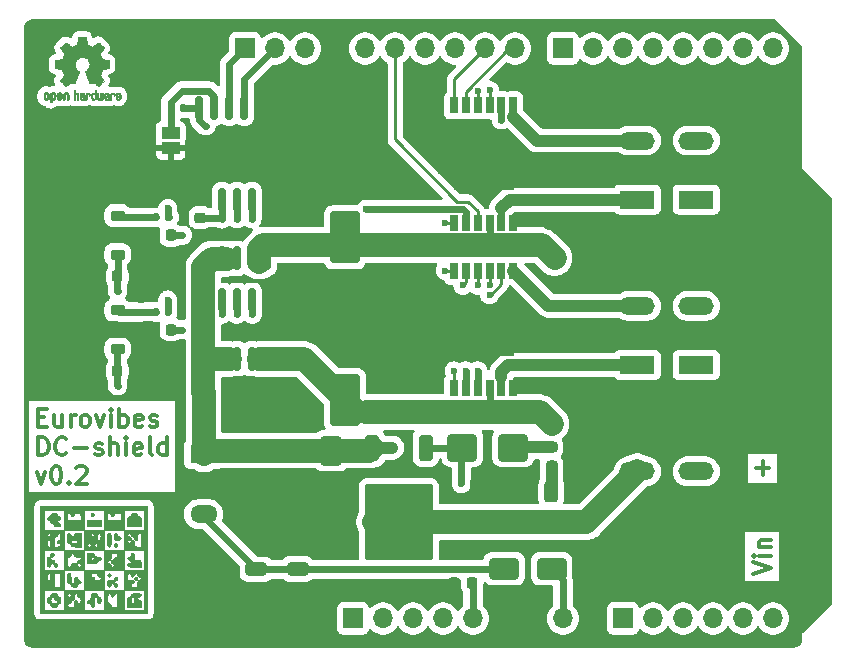
<source format=gbr>
%TF.GenerationSoftware,KiCad,Pcbnew,8.0.8+1*%
%TF.CreationDate,2025-03-25T20:35:48+00:00*%
%TF.ProjectId,dc_shield,64635f73-6869-4656-9c64-2e6b69636164,rev?*%
%TF.SameCoordinates,Original*%
%TF.FileFunction,Copper,L1,Top*%
%TF.FilePolarity,Positive*%
%FSLAX46Y46*%
G04 Gerber Fmt 4.6, Leading zero omitted, Abs format (unit mm)*
G04 Created by KiCad (PCBNEW 8.0.8+1) date 2025-03-25 20:35:48*
%MOMM*%
%LPD*%
G01*
G04 APERTURE LIST*
G04 Aperture macros list*
%AMRoundRect*
0 Rectangle with rounded corners*
0 $1 Rounding radius*
0 $2 $3 $4 $5 $6 $7 $8 $9 X,Y pos of 4 corners*
0 Add a 4 corners polygon primitive as box body*
4,1,4,$2,$3,$4,$5,$6,$7,$8,$9,$2,$3,0*
0 Add four circle primitives for the rounded corners*
1,1,$1+$1,$2,$3*
1,1,$1+$1,$4,$5*
1,1,$1+$1,$6,$7*
1,1,$1+$1,$8,$9*
0 Add four rect primitives between the rounded corners*
20,1,$1+$1,$2,$3,$4,$5,0*
20,1,$1+$1,$4,$5,$6,$7,0*
20,1,$1+$1,$6,$7,$8,$9,0*
20,1,$1+$1,$8,$9,$2,$3,0*%
G04 Aperture macros list end*
%ADD10C,0.300000*%
%TA.AperFunction,NonConductor*%
%ADD11C,0.300000*%
%TD*%
%TA.AperFunction,EtchedComponent*%
%ADD12C,0.010000*%
%TD*%
%TA.AperFunction,ComponentPad*%
%ADD13R,1.700000X1.700000*%
%TD*%
%TA.AperFunction,ComponentPad*%
%ADD14O,1.700000X1.700000*%
%TD*%
%TA.AperFunction,SMDPad,CuDef*%
%ADD15RoundRect,0.150000X0.150000X-0.825000X0.150000X0.825000X-0.150000X0.825000X-0.150000X-0.825000X0*%
%TD*%
%TA.AperFunction,SMDPad,CuDef*%
%ADD16RoundRect,0.225000X0.375000X-0.225000X0.375000X0.225000X-0.375000X0.225000X-0.375000X-0.225000X0*%
%TD*%
%TA.AperFunction,SMDPad,CuDef*%
%ADD17RoundRect,0.250000X1.000000X-1.950000X1.000000X1.950000X-1.000000X1.950000X-1.000000X-1.950000X0*%
%TD*%
%TA.AperFunction,SMDPad,CuDef*%
%ADD18RoundRect,0.135000X0.135000X0.185000X-0.135000X0.185000X-0.135000X-0.185000X0.135000X-0.185000X0*%
%TD*%
%TA.AperFunction,SMDPad,CuDef*%
%ADD19RoundRect,0.135000X0.185000X-0.135000X0.185000X0.135000X-0.185000X0.135000X-0.185000X-0.135000X0*%
%TD*%
%TA.AperFunction,SMDPad,CuDef*%
%ADD20R,1.500000X1.000000*%
%TD*%
%TA.AperFunction,SMDPad,CuDef*%
%ADD21RoundRect,0.250000X-0.650000X0.325000X-0.650000X-0.325000X0.650000X-0.325000X0.650000X0.325000X0*%
%TD*%
%TA.AperFunction,SMDPad,CuDef*%
%ADD22RoundRect,0.250000X-0.350000X0.850000X-0.350000X-0.850000X0.350000X-0.850000X0.350000X0.850000X0*%
%TD*%
%TA.AperFunction,SMDPad,CuDef*%
%ADD23RoundRect,0.250000X-1.125000X1.275000X-1.125000X-1.275000X1.125000X-1.275000X1.125000X1.275000X0*%
%TD*%
%TA.AperFunction,SMDPad,CuDef*%
%ADD24RoundRect,0.249997X-2.650003X2.950003X-2.650003X-2.950003X2.650003X-2.950003X2.650003X2.950003X0*%
%TD*%
%TA.AperFunction,SMDPad,CuDef*%
%ADD25RoundRect,0.250000X0.650000X-1.000000X0.650000X1.000000X-0.650000X1.000000X-0.650000X-1.000000X0*%
%TD*%
%TA.AperFunction,SMDPad,CuDef*%
%ADD26RoundRect,0.135000X-0.135000X-0.185000X0.135000X-0.185000X0.135000X0.185000X-0.135000X0.185000X0*%
%TD*%
%TA.AperFunction,SMDPad,CuDef*%
%ADD27RoundRect,0.225000X0.250000X-0.225000X0.250000X0.225000X-0.250000X0.225000X-0.250000X-0.225000X0*%
%TD*%
%TA.AperFunction,SMDPad,CuDef*%
%ADD28RoundRect,0.250000X0.650000X-0.325000X0.650000X0.325000X-0.650000X0.325000X-0.650000X-0.325000X0*%
%TD*%
%TA.AperFunction,SMDPad,CuDef*%
%ADD29RoundRect,0.250000X0.312500X0.625000X-0.312500X0.625000X-0.312500X-0.625000X0.312500X-0.625000X0*%
%TD*%
%TA.AperFunction,SMDPad,CuDef*%
%ADD30RoundRect,0.225000X-0.225000X-0.250000X0.225000X-0.250000X0.225000X0.250000X-0.225000X0.250000X0*%
%TD*%
%TA.AperFunction,SMDPad,CuDef*%
%ADD31RoundRect,0.250000X-0.325000X-0.650000X0.325000X-0.650000X0.325000X0.650000X-0.325000X0.650000X0*%
%TD*%
%TA.AperFunction,SMDPad,CuDef*%
%ADD32RoundRect,0.250000X1.000000X0.900000X-1.000000X0.900000X-1.000000X-0.900000X1.000000X-0.900000X0*%
%TD*%
%TA.AperFunction,SMDPad,CuDef*%
%ADD33RoundRect,0.225000X-0.250000X0.225000X-0.250000X-0.225000X0.250000X-0.225000X0.250000X0.225000X0*%
%TD*%
%TA.AperFunction,SMDPad,CuDef*%
%ADD34RoundRect,0.225000X0.225000X0.250000X-0.225000X0.250000X-0.225000X-0.250000X0.225000X-0.250000X0*%
%TD*%
%TA.AperFunction,ComponentPad*%
%ADD35R,3.000000X1.500000*%
%TD*%
%TA.AperFunction,ComponentPad*%
%ADD36O,3.000000X1.500000*%
%TD*%
%TA.AperFunction,SMDPad,CuDef*%
%ADD37R,0.650000X1.350000*%
%TD*%
%TA.AperFunction,SMDPad,CuDef*%
%ADD38R,5.100000X4.400000*%
%TD*%
%TA.AperFunction,SMDPad,CuDef*%
%ADD39R,1.350000X1.800000*%
%TD*%
%TA.AperFunction,SMDPad,CuDef*%
%ADD40RoundRect,0.250000X1.000000X0.650000X-1.000000X0.650000X-1.000000X-0.650000X1.000000X-0.650000X0*%
%TD*%
%TA.AperFunction,ComponentPad*%
%ADD41R,2.300000X1.500000*%
%TD*%
%TA.AperFunction,ComponentPad*%
%ADD42O,2.300000X1.500000*%
%TD*%
%TA.AperFunction,ViaPad*%
%ADD43C,0.600000*%
%TD*%
%TA.AperFunction,Conductor*%
%ADD44C,1.000000*%
%TD*%
%TA.AperFunction,Conductor*%
%ADD45C,0.600000*%
%TD*%
%TA.AperFunction,Conductor*%
%ADD46C,0.250000*%
%TD*%
%TA.AperFunction,Conductor*%
%ADD47C,2.000000*%
%TD*%
G04 APERTURE END LIST*
D10*
D11*
X162054510Y-84729400D02*
X163197368Y-84729400D01*
X162625939Y-85300828D02*
X162625939Y-84157971D01*
D10*
D11*
X161800828Y-93659774D02*
X163300828Y-93159774D01*
X163300828Y-93159774D02*
X161800828Y-92659774D01*
X163300828Y-92159775D02*
X162300828Y-92159775D01*
X161800828Y-92159775D02*
X161872257Y-92231203D01*
X161872257Y-92231203D02*
X161943685Y-92159775D01*
X161943685Y-92159775D02*
X161872257Y-92088346D01*
X161872257Y-92088346D02*
X161800828Y-92159775D01*
X161800828Y-92159775D02*
X161943685Y-92159775D01*
X162300828Y-91445489D02*
X163300828Y-91445489D01*
X162443685Y-91445489D02*
X162372257Y-91374060D01*
X162372257Y-91374060D02*
X162300828Y-91231203D01*
X162300828Y-91231203D02*
X162300828Y-91016917D01*
X162300828Y-91016917D02*
X162372257Y-90874060D01*
X162372257Y-90874060D02*
X162515114Y-90802632D01*
X162515114Y-90802632D02*
X163300828Y-90802632D01*
D10*
D11*
X101304510Y-80435282D02*
X101804510Y-80435282D01*
X102018796Y-81220996D02*
X101304510Y-81220996D01*
X101304510Y-81220996D02*
X101304510Y-79720996D01*
X101304510Y-79720996D02*
X102018796Y-79720996D01*
X103304511Y-80220996D02*
X103304511Y-81220996D01*
X102661653Y-80220996D02*
X102661653Y-81006710D01*
X102661653Y-81006710D02*
X102733082Y-81149568D01*
X102733082Y-81149568D02*
X102875939Y-81220996D01*
X102875939Y-81220996D02*
X103090225Y-81220996D01*
X103090225Y-81220996D02*
X103233082Y-81149568D01*
X103233082Y-81149568D02*
X103304511Y-81078139D01*
X104018796Y-81220996D02*
X104018796Y-80220996D01*
X104018796Y-80506710D02*
X104090225Y-80363853D01*
X104090225Y-80363853D02*
X104161654Y-80292425D01*
X104161654Y-80292425D02*
X104304511Y-80220996D01*
X104304511Y-80220996D02*
X104447368Y-80220996D01*
X105161653Y-81220996D02*
X105018796Y-81149568D01*
X105018796Y-81149568D02*
X104947367Y-81078139D01*
X104947367Y-81078139D02*
X104875939Y-80935282D01*
X104875939Y-80935282D02*
X104875939Y-80506710D01*
X104875939Y-80506710D02*
X104947367Y-80363853D01*
X104947367Y-80363853D02*
X105018796Y-80292425D01*
X105018796Y-80292425D02*
X105161653Y-80220996D01*
X105161653Y-80220996D02*
X105375939Y-80220996D01*
X105375939Y-80220996D02*
X105518796Y-80292425D01*
X105518796Y-80292425D02*
X105590225Y-80363853D01*
X105590225Y-80363853D02*
X105661653Y-80506710D01*
X105661653Y-80506710D02*
X105661653Y-80935282D01*
X105661653Y-80935282D02*
X105590225Y-81078139D01*
X105590225Y-81078139D02*
X105518796Y-81149568D01*
X105518796Y-81149568D02*
X105375939Y-81220996D01*
X105375939Y-81220996D02*
X105161653Y-81220996D01*
X106161653Y-80220996D02*
X106518796Y-81220996D01*
X106518796Y-81220996D02*
X106875939Y-80220996D01*
X107447367Y-81220996D02*
X107447367Y-80220996D01*
X107447367Y-79720996D02*
X107375939Y-79792425D01*
X107375939Y-79792425D02*
X107447367Y-79863853D01*
X107447367Y-79863853D02*
X107518796Y-79792425D01*
X107518796Y-79792425D02*
X107447367Y-79720996D01*
X107447367Y-79720996D02*
X107447367Y-79863853D01*
X108161653Y-81220996D02*
X108161653Y-79720996D01*
X108161653Y-80292425D02*
X108304511Y-80220996D01*
X108304511Y-80220996D02*
X108590225Y-80220996D01*
X108590225Y-80220996D02*
X108733082Y-80292425D01*
X108733082Y-80292425D02*
X108804511Y-80363853D01*
X108804511Y-80363853D02*
X108875939Y-80506710D01*
X108875939Y-80506710D02*
X108875939Y-80935282D01*
X108875939Y-80935282D02*
X108804511Y-81078139D01*
X108804511Y-81078139D02*
X108733082Y-81149568D01*
X108733082Y-81149568D02*
X108590225Y-81220996D01*
X108590225Y-81220996D02*
X108304511Y-81220996D01*
X108304511Y-81220996D02*
X108161653Y-81149568D01*
X110090225Y-81149568D02*
X109947368Y-81220996D01*
X109947368Y-81220996D02*
X109661654Y-81220996D01*
X109661654Y-81220996D02*
X109518796Y-81149568D01*
X109518796Y-81149568D02*
X109447368Y-81006710D01*
X109447368Y-81006710D02*
X109447368Y-80435282D01*
X109447368Y-80435282D02*
X109518796Y-80292425D01*
X109518796Y-80292425D02*
X109661654Y-80220996D01*
X109661654Y-80220996D02*
X109947368Y-80220996D01*
X109947368Y-80220996D02*
X110090225Y-80292425D01*
X110090225Y-80292425D02*
X110161654Y-80435282D01*
X110161654Y-80435282D02*
X110161654Y-80578139D01*
X110161654Y-80578139D02*
X109447368Y-80720996D01*
X110733082Y-81149568D02*
X110875939Y-81220996D01*
X110875939Y-81220996D02*
X111161653Y-81220996D01*
X111161653Y-81220996D02*
X111304510Y-81149568D01*
X111304510Y-81149568D02*
X111375939Y-81006710D01*
X111375939Y-81006710D02*
X111375939Y-80935282D01*
X111375939Y-80935282D02*
X111304510Y-80792425D01*
X111304510Y-80792425D02*
X111161653Y-80720996D01*
X111161653Y-80720996D02*
X110947368Y-80720996D01*
X110947368Y-80720996D02*
X110804510Y-80649568D01*
X110804510Y-80649568D02*
X110733082Y-80506710D01*
X110733082Y-80506710D02*
X110733082Y-80435282D01*
X110733082Y-80435282D02*
X110804510Y-80292425D01*
X110804510Y-80292425D02*
X110947368Y-80220996D01*
X110947368Y-80220996D02*
X111161653Y-80220996D01*
X111161653Y-80220996D02*
X111304510Y-80292425D01*
X101304510Y-83635912D02*
X101304510Y-82135912D01*
X101304510Y-82135912D02*
X101661653Y-82135912D01*
X101661653Y-82135912D02*
X101875939Y-82207341D01*
X101875939Y-82207341D02*
X102018796Y-82350198D01*
X102018796Y-82350198D02*
X102090225Y-82493055D01*
X102090225Y-82493055D02*
X102161653Y-82778769D01*
X102161653Y-82778769D02*
X102161653Y-82993055D01*
X102161653Y-82993055D02*
X102090225Y-83278769D01*
X102090225Y-83278769D02*
X102018796Y-83421626D01*
X102018796Y-83421626D02*
X101875939Y-83564484D01*
X101875939Y-83564484D02*
X101661653Y-83635912D01*
X101661653Y-83635912D02*
X101304510Y-83635912D01*
X103661653Y-83493055D02*
X103590225Y-83564484D01*
X103590225Y-83564484D02*
X103375939Y-83635912D01*
X103375939Y-83635912D02*
X103233082Y-83635912D01*
X103233082Y-83635912D02*
X103018796Y-83564484D01*
X103018796Y-83564484D02*
X102875939Y-83421626D01*
X102875939Y-83421626D02*
X102804510Y-83278769D01*
X102804510Y-83278769D02*
X102733082Y-82993055D01*
X102733082Y-82993055D02*
X102733082Y-82778769D01*
X102733082Y-82778769D02*
X102804510Y-82493055D01*
X102804510Y-82493055D02*
X102875939Y-82350198D01*
X102875939Y-82350198D02*
X103018796Y-82207341D01*
X103018796Y-82207341D02*
X103233082Y-82135912D01*
X103233082Y-82135912D02*
X103375939Y-82135912D01*
X103375939Y-82135912D02*
X103590225Y-82207341D01*
X103590225Y-82207341D02*
X103661653Y-82278769D01*
X104304510Y-83064484D02*
X105447368Y-83064484D01*
X106090225Y-83564484D02*
X106233082Y-83635912D01*
X106233082Y-83635912D02*
X106518796Y-83635912D01*
X106518796Y-83635912D02*
X106661653Y-83564484D01*
X106661653Y-83564484D02*
X106733082Y-83421626D01*
X106733082Y-83421626D02*
X106733082Y-83350198D01*
X106733082Y-83350198D02*
X106661653Y-83207341D01*
X106661653Y-83207341D02*
X106518796Y-83135912D01*
X106518796Y-83135912D02*
X106304511Y-83135912D01*
X106304511Y-83135912D02*
X106161653Y-83064484D01*
X106161653Y-83064484D02*
X106090225Y-82921626D01*
X106090225Y-82921626D02*
X106090225Y-82850198D01*
X106090225Y-82850198D02*
X106161653Y-82707341D01*
X106161653Y-82707341D02*
X106304511Y-82635912D01*
X106304511Y-82635912D02*
X106518796Y-82635912D01*
X106518796Y-82635912D02*
X106661653Y-82707341D01*
X107375939Y-83635912D02*
X107375939Y-82135912D01*
X108018797Y-83635912D02*
X108018797Y-82850198D01*
X108018797Y-82850198D02*
X107947368Y-82707341D01*
X107947368Y-82707341D02*
X107804511Y-82635912D01*
X107804511Y-82635912D02*
X107590225Y-82635912D01*
X107590225Y-82635912D02*
X107447368Y-82707341D01*
X107447368Y-82707341D02*
X107375939Y-82778769D01*
X108733082Y-83635912D02*
X108733082Y-82635912D01*
X108733082Y-82135912D02*
X108661654Y-82207341D01*
X108661654Y-82207341D02*
X108733082Y-82278769D01*
X108733082Y-82278769D02*
X108804511Y-82207341D01*
X108804511Y-82207341D02*
X108733082Y-82135912D01*
X108733082Y-82135912D02*
X108733082Y-82278769D01*
X110018797Y-83564484D02*
X109875940Y-83635912D01*
X109875940Y-83635912D02*
X109590226Y-83635912D01*
X109590226Y-83635912D02*
X109447368Y-83564484D01*
X109447368Y-83564484D02*
X109375940Y-83421626D01*
X109375940Y-83421626D02*
X109375940Y-82850198D01*
X109375940Y-82850198D02*
X109447368Y-82707341D01*
X109447368Y-82707341D02*
X109590226Y-82635912D01*
X109590226Y-82635912D02*
X109875940Y-82635912D01*
X109875940Y-82635912D02*
X110018797Y-82707341D01*
X110018797Y-82707341D02*
X110090226Y-82850198D01*
X110090226Y-82850198D02*
X110090226Y-82993055D01*
X110090226Y-82993055D02*
X109375940Y-83135912D01*
X110947368Y-83635912D02*
X110804511Y-83564484D01*
X110804511Y-83564484D02*
X110733082Y-83421626D01*
X110733082Y-83421626D02*
X110733082Y-82135912D01*
X112161654Y-83635912D02*
X112161654Y-82135912D01*
X112161654Y-83564484D02*
X112018796Y-83635912D01*
X112018796Y-83635912D02*
X111733082Y-83635912D01*
X111733082Y-83635912D02*
X111590225Y-83564484D01*
X111590225Y-83564484D02*
X111518796Y-83493055D01*
X111518796Y-83493055D02*
X111447368Y-83350198D01*
X111447368Y-83350198D02*
X111447368Y-82921626D01*
X111447368Y-82921626D02*
X111518796Y-82778769D01*
X111518796Y-82778769D02*
X111590225Y-82707341D01*
X111590225Y-82707341D02*
X111733082Y-82635912D01*
X111733082Y-82635912D02*
X112018796Y-82635912D01*
X112018796Y-82635912D02*
X112161654Y-82707341D01*
X101161653Y-85050828D02*
X101518796Y-86050828D01*
X101518796Y-86050828D02*
X101875939Y-85050828D01*
X102733082Y-84550828D02*
X102875939Y-84550828D01*
X102875939Y-84550828D02*
X103018796Y-84622257D01*
X103018796Y-84622257D02*
X103090225Y-84693685D01*
X103090225Y-84693685D02*
X103161653Y-84836542D01*
X103161653Y-84836542D02*
X103233082Y-85122257D01*
X103233082Y-85122257D02*
X103233082Y-85479400D01*
X103233082Y-85479400D02*
X103161653Y-85765114D01*
X103161653Y-85765114D02*
X103090225Y-85907971D01*
X103090225Y-85907971D02*
X103018796Y-85979400D01*
X103018796Y-85979400D02*
X102875939Y-86050828D01*
X102875939Y-86050828D02*
X102733082Y-86050828D01*
X102733082Y-86050828D02*
X102590225Y-85979400D01*
X102590225Y-85979400D02*
X102518796Y-85907971D01*
X102518796Y-85907971D02*
X102447367Y-85765114D01*
X102447367Y-85765114D02*
X102375939Y-85479400D01*
X102375939Y-85479400D02*
X102375939Y-85122257D01*
X102375939Y-85122257D02*
X102447367Y-84836542D01*
X102447367Y-84836542D02*
X102518796Y-84693685D01*
X102518796Y-84693685D02*
X102590225Y-84622257D01*
X102590225Y-84622257D02*
X102733082Y-84550828D01*
X103875938Y-85907971D02*
X103947367Y-85979400D01*
X103947367Y-85979400D02*
X103875938Y-86050828D01*
X103875938Y-86050828D02*
X103804510Y-85979400D01*
X103804510Y-85979400D02*
X103875938Y-85907971D01*
X103875938Y-85907971D02*
X103875938Y-86050828D01*
X104518796Y-84693685D02*
X104590224Y-84622257D01*
X104590224Y-84622257D02*
X104733082Y-84550828D01*
X104733082Y-84550828D02*
X105090224Y-84550828D01*
X105090224Y-84550828D02*
X105233082Y-84622257D01*
X105233082Y-84622257D02*
X105304510Y-84693685D01*
X105304510Y-84693685D02*
X105375939Y-84836542D01*
X105375939Y-84836542D02*
X105375939Y-84979400D01*
X105375939Y-84979400D02*
X105304510Y-85193685D01*
X105304510Y-85193685D02*
X104447367Y-86050828D01*
X104447367Y-86050828D02*
X105375939Y-86050828D01*
D12*
%TO.C,G\u002A\u002A\u002A*%
X106566017Y-89669917D02*
X105433983Y-89669917D01*
X105433983Y-89103900D01*
X106566017Y-89103900D01*
X106566017Y-89669917D01*
%TA.AperFunction,EtchedComponent*%
G36*
X106566017Y-89669917D02*
G01*
X105433983Y-89669917D01*
X105433983Y-89103900D01*
X106566017Y-89103900D01*
X106566017Y-89669917D01*
G37*
%TD.AperFunction*%
X105976745Y-88587912D02*
X106000000Y-88679387D01*
X105949971Y-88797636D01*
X105858496Y-88820892D01*
X105740248Y-88770862D01*
X105716992Y-88679387D01*
X105767021Y-88561139D01*
X105858496Y-88537883D01*
X105976745Y-88587912D01*
%TA.AperFunction,EtchedComponent*%
G36*
X105976745Y-88587912D02*
G01*
X106000000Y-88679387D01*
X105949971Y-88797636D01*
X105858496Y-88820892D01*
X105740248Y-88770862D01*
X105716992Y-88679387D01*
X105767021Y-88561139D01*
X105858496Y-88537883D01*
X105976745Y-88587912D01*
G37*
%TD.AperFunction*%
X107391786Y-93682063D02*
X107415042Y-93773538D01*
X107365013Y-93891786D01*
X107273538Y-93915042D01*
X107155289Y-93865013D01*
X107132034Y-93773538D01*
X107182063Y-93655289D01*
X107273538Y-93632034D01*
X107391786Y-93682063D01*
%TA.AperFunction,EtchedComponent*%
G36*
X107391786Y-93682063D02*
G01*
X107415042Y-93773538D01*
X107365013Y-93891786D01*
X107273538Y-93915042D01*
X107155289Y-93865013D01*
X107132034Y-93773538D01*
X107182063Y-93655289D01*
X107273538Y-93632034D01*
X107391786Y-93682063D01*
G37*
%TD.AperFunction*%
X107957803Y-91134988D02*
X107981059Y-91226463D01*
X107931029Y-91344711D01*
X107839555Y-91367967D01*
X107721306Y-91317937D01*
X107698050Y-91226463D01*
X107748080Y-91108214D01*
X107839555Y-91084958D01*
X107957803Y-91134988D01*
%TA.AperFunction,EtchedComponent*%
G36*
X107957803Y-91134988D02*
G01*
X107981059Y-91226463D01*
X107931029Y-91344711D01*
X107839555Y-91367967D01*
X107721306Y-91317937D01*
X107698050Y-91226463D01*
X107748080Y-91108214D01*
X107839555Y-91084958D01*
X107957803Y-91134988D01*
G37*
%TD.AperFunction*%
X109655853Y-93965071D02*
X109679109Y-94056546D01*
X109629080Y-94174795D01*
X109537605Y-94198050D01*
X109419356Y-94148021D01*
X109396100Y-94056546D01*
X109446130Y-93938298D01*
X109537605Y-93915042D01*
X109655853Y-93965071D01*
%TA.AperFunction,EtchedComponent*%
G36*
X109655853Y-93965071D02*
G01*
X109679109Y-94056546D01*
X109629080Y-94174795D01*
X109537605Y-94198050D01*
X109419356Y-94148021D01*
X109396100Y-94056546D01*
X109446130Y-93938298D01*
X109537605Y-93915042D01*
X109655853Y-93965071D01*
G37*
%TD.AperFunction*%
X107957803Y-90285963D02*
X107981059Y-90377438D01*
X108031088Y-90495686D01*
X108122563Y-90518942D01*
X108240811Y-90568971D01*
X108264067Y-90660446D01*
X108240334Y-90753023D01*
X108144410Y-90793939D01*
X107981059Y-90801950D01*
X107799910Y-90795142D01*
X107719417Y-90747485D01*
X107698731Y-90618131D01*
X107698050Y-90518942D01*
X107709917Y-90333787D01*
X107757879Y-90251956D01*
X107839555Y-90235933D01*
X107957803Y-90285963D01*
%TA.AperFunction,EtchedComponent*%
G36*
X107957803Y-90285963D02*
G01*
X107981059Y-90377438D01*
X108031088Y-90495686D01*
X108122563Y-90518942D01*
X108240811Y-90568971D01*
X108264067Y-90660446D01*
X108240334Y-90753023D01*
X108144410Y-90793939D01*
X107981059Y-90801950D01*
X107799910Y-90795142D01*
X107719417Y-90747485D01*
X107698731Y-90618131D01*
X107698050Y-90518942D01*
X107709917Y-90333787D01*
X107757879Y-90251956D01*
X107839555Y-90235933D01*
X107957803Y-90285963D01*
G37*
%TD.AperFunction*%
X107344041Y-90247750D02*
X107386296Y-90302177D01*
X107407417Y-90427678D01*
X107414521Y-90652715D01*
X107415042Y-90801950D01*
X107412088Y-91083964D01*
X107398481Y-91252982D01*
X107367106Y-91337467D01*
X107310846Y-91365884D01*
X107273538Y-91367967D01*
X107203034Y-91356150D01*
X107160780Y-91301723D01*
X107139659Y-91176223D01*
X107132554Y-90951185D01*
X107132034Y-90801950D01*
X107134988Y-90519936D01*
X107148595Y-90350918D01*
X107179970Y-90266433D01*
X107236229Y-90238016D01*
X107273538Y-90235933D01*
X107344041Y-90247750D01*
%TA.AperFunction,EtchedComponent*%
G36*
X107344041Y-90247750D02*
G01*
X107386296Y-90302177D01*
X107407417Y-90427678D01*
X107414521Y-90652715D01*
X107415042Y-90801950D01*
X107412088Y-91083964D01*
X107398481Y-91252982D01*
X107367106Y-91337467D01*
X107310846Y-91365884D01*
X107273538Y-91367967D01*
X107203034Y-91356150D01*
X107160780Y-91301723D01*
X107139659Y-91176223D01*
X107132554Y-90951185D01*
X107132034Y-90801950D01*
X107134988Y-90519936D01*
X107148595Y-90350918D01*
X107179970Y-90266433D01*
X107236229Y-90238016D01*
X107273538Y-90235933D01*
X107344041Y-90247750D01*
G37*
%TD.AperFunction*%
X109581255Y-88549750D02*
X109663086Y-88597712D01*
X109679109Y-88679387D01*
X109729138Y-88797636D01*
X109820613Y-88820892D01*
X109899646Y-88836381D01*
X109942351Y-88904423D01*
X109959516Y-89057380D01*
X109962117Y-89245404D01*
X109962117Y-89669917D01*
X108830084Y-89669917D01*
X108830084Y-89245404D01*
X108835247Y-89008305D01*
X108857928Y-88880189D01*
X108908913Y-88828696D01*
X108971588Y-88820892D01*
X109089836Y-88770862D01*
X109113092Y-88679387D01*
X109136825Y-88586810D01*
X109232749Y-88545895D01*
X109396100Y-88537883D01*
X109581255Y-88549750D01*
%TA.AperFunction,EtchedComponent*%
G36*
X109581255Y-88549750D02*
G01*
X109663086Y-88597712D01*
X109679109Y-88679387D01*
X109729138Y-88797636D01*
X109820613Y-88820892D01*
X109899646Y-88836381D01*
X109942351Y-88904423D01*
X109959516Y-89057380D01*
X109962117Y-89245404D01*
X109962117Y-89669917D01*
X108830084Y-89669917D01*
X108830084Y-89245404D01*
X108835247Y-89008305D01*
X108857928Y-88880189D01*
X108908913Y-88828696D01*
X108971588Y-88820892D01*
X109089836Y-88770862D01*
X109113092Y-88679387D01*
X109136825Y-88586810D01*
X109232749Y-88545895D01*
X109396100Y-88537883D01*
X109581255Y-88549750D01*
G37*
%TD.AperFunction*%
X105902146Y-91945850D02*
X105983977Y-91993812D01*
X106000000Y-92075488D01*
X106023733Y-92168065D01*
X106119657Y-92208980D01*
X106283009Y-92216992D01*
X106468163Y-92228858D01*
X106549994Y-92276820D01*
X106566017Y-92358496D01*
X106515988Y-92476745D01*
X106424513Y-92500000D01*
X106306264Y-92550029D01*
X106283009Y-92641504D01*
X106267519Y-92720537D01*
X106199477Y-92763243D01*
X106046520Y-92780407D01*
X105858496Y-92783009D01*
X105433983Y-92783009D01*
X105433983Y-92358496D01*
X105716992Y-92358496D01*
X105767021Y-92476745D01*
X105858496Y-92500000D01*
X105976745Y-92449971D01*
X106000000Y-92358496D01*
X105949971Y-92240248D01*
X105858496Y-92216992D01*
X105740248Y-92267021D01*
X105716992Y-92358496D01*
X105433983Y-92358496D01*
X105433983Y-91933983D01*
X105716992Y-91933983D01*
X105902146Y-91945850D01*
%TA.AperFunction,EtchedComponent*%
G36*
X105902146Y-91945850D02*
G01*
X105983977Y-91993812D01*
X106000000Y-92075488D01*
X106023733Y-92168065D01*
X106119657Y-92208980D01*
X106283009Y-92216992D01*
X106468163Y-92228858D01*
X106549994Y-92276820D01*
X106566017Y-92358496D01*
X106515988Y-92476745D01*
X106424513Y-92500000D01*
X106306264Y-92550029D01*
X106283009Y-92641504D01*
X106267519Y-92720537D01*
X106199477Y-92763243D01*
X106046520Y-92780407D01*
X105858496Y-92783009D01*
X105433983Y-92783009D01*
X105433983Y-92358496D01*
X105716992Y-92358496D01*
X105767021Y-92476745D01*
X105858496Y-92500000D01*
X105976745Y-92449971D01*
X106000000Y-92358496D01*
X105949971Y-92240248D01*
X105858496Y-92216992D01*
X105740248Y-92267021D01*
X105716992Y-92358496D01*
X105433983Y-92358496D01*
X105433983Y-91933983D01*
X105716992Y-91933983D01*
X105902146Y-91945850D01*
G37*
%TD.AperFunction*%
X107957803Y-93965071D02*
X107981059Y-94056546D01*
X107931029Y-94174795D01*
X107839555Y-94198050D01*
X107721306Y-94248080D01*
X107698050Y-94339555D01*
X107748080Y-94457803D01*
X107839555Y-94481059D01*
X107957803Y-94531088D01*
X107981059Y-94622563D01*
X107931029Y-94740811D01*
X107839555Y-94764067D01*
X107721306Y-94714038D01*
X107698050Y-94622563D01*
X107648021Y-94504314D01*
X107556546Y-94481059D01*
X107438298Y-94531088D01*
X107415042Y-94622563D01*
X107365013Y-94740811D01*
X107273538Y-94764067D01*
X107180961Y-94740334D01*
X107140045Y-94644410D01*
X107132034Y-94481059D01*
X107138842Y-94299910D01*
X107186499Y-94219417D01*
X107315853Y-94198731D01*
X107415042Y-94198050D01*
X107600196Y-94186184D01*
X107682027Y-94138222D01*
X107698050Y-94056546D01*
X107748080Y-93938298D01*
X107839555Y-93915042D01*
X107957803Y-93965071D01*
%TA.AperFunction,EtchedComponent*%
G36*
X107957803Y-93965071D02*
G01*
X107981059Y-94056546D01*
X107931029Y-94174795D01*
X107839555Y-94198050D01*
X107721306Y-94248080D01*
X107698050Y-94339555D01*
X107748080Y-94457803D01*
X107839555Y-94481059D01*
X107957803Y-94531088D01*
X107981059Y-94622563D01*
X107931029Y-94740811D01*
X107839555Y-94764067D01*
X107721306Y-94714038D01*
X107698050Y-94622563D01*
X107648021Y-94504314D01*
X107556546Y-94481059D01*
X107438298Y-94531088D01*
X107415042Y-94622563D01*
X107365013Y-94740811D01*
X107273538Y-94764067D01*
X107180961Y-94740334D01*
X107140045Y-94644410D01*
X107132034Y-94481059D01*
X107138842Y-94299910D01*
X107186499Y-94219417D01*
X107315853Y-94198731D01*
X107415042Y-94198050D01*
X107600196Y-94186184D01*
X107682027Y-94138222D01*
X107698050Y-94056546D01*
X107748080Y-93938298D01*
X107839555Y-93915042D01*
X107957803Y-93965071D01*
G37*
%TD.AperFunction*%
X109347173Y-91957716D02*
X109388089Y-92053640D01*
X109396100Y-92216992D01*
X109402909Y-92398140D01*
X109450565Y-92478633D01*
X109579920Y-92499320D01*
X109679109Y-92500000D01*
X109860257Y-92506808D01*
X109940750Y-92554465D01*
X109961437Y-92683820D01*
X109962117Y-92783009D01*
X109962117Y-93066017D01*
X109396100Y-93066017D01*
X109114087Y-93063063D01*
X108945069Y-93049456D01*
X108860583Y-93018081D01*
X108832167Y-92961821D01*
X108830084Y-92924513D01*
X108880113Y-92806264D01*
X108971588Y-92783009D01*
X109089836Y-92732979D01*
X109113092Y-92641504D01*
X109063063Y-92523256D01*
X108971588Y-92500000D01*
X108853339Y-92449971D01*
X108830084Y-92358496D01*
X108880113Y-92240248D01*
X108971588Y-92216992D01*
X109089836Y-92166963D01*
X109113092Y-92075488D01*
X109163121Y-91957239D01*
X109254596Y-91933983D01*
X109347173Y-91957716D01*
%TA.AperFunction,EtchedComponent*%
G36*
X109347173Y-91957716D02*
G01*
X109388089Y-92053640D01*
X109396100Y-92216992D01*
X109402909Y-92398140D01*
X109450565Y-92478633D01*
X109579920Y-92499320D01*
X109679109Y-92500000D01*
X109860257Y-92506808D01*
X109940750Y-92554465D01*
X109961437Y-92683820D01*
X109962117Y-92783009D01*
X109962117Y-93066017D01*
X109396100Y-93066017D01*
X109114087Y-93063063D01*
X108945069Y-93049456D01*
X108860583Y-93018081D01*
X108832167Y-92961821D01*
X108830084Y-92924513D01*
X108880113Y-92806264D01*
X108971588Y-92783009D01*
X109089836Y-92732979D01*
X109113092Y-92641504D01*
X109063063Y-92523256D01*
X108971588Y-92500000D01*
X108853339Y-92449971D01*
X108830084Y-92358496D01*
X108880113Y-92240248D01*
X108971588Y-92216992D01*
X109089836Y-92166963D01*
X109113092Y-92075488D01*
X109163121Y-91957239D01*
X109254596Y-91933983D01*
X109347173Y-91957716D01*
G37*
%TD.AperFunction*%
X102580644Y-91984013D02*
X102603900Y-92075488D01*
X102553871Y-92193736D01*
X102462396Y-92216992D01*
X102344147Y-92267021D01*
X102320892Y-92358496D01*
X102370921Y-92476745D01*
X102462396Y-92500000D01*
X102580644Y-92550029D01*
X102603900Y-92641504D01*
X102653929Y-92759753D01*
X102745404Y-92783009D01*
X102863653Y-92833038D01*
X102886908Y-92924513D01*
X102836879Y-93042761D01*
X102745404Y-93066017D01*
X102627156Y-93015988D01*
X102603900Y-92924513D01*
X102553871Y-92806264D01*
X102462396Y-92783009D01*
X102344147Y-92833038D01*
X102320892Y-92924513D01*
X102270862Y-93042761D01*
X102179387Y-93066017D01*
X102100354Y-93050527D01*
X102057649Y-92982485D01*
X102040485Y-92829529D01*
X102037883Y-92641504D01*
X102043046Y-92404406D01*
X102065727Y-92276290D01*
X102116713Y-92224796D01*
X102179387Y-92216992D01*
X102297636Y-92166963D01*
X102320892Y-92075488D01*
X102370921Y-91957239D01*
X102462396Y-91933983D01*
X102580644Y-91984013D01*
%TA.AperFunction,EtchedComponent*%
G36*
X102580644Y-91984013D02*
G01*
X102603900Y-92075488D01*
X102553871Y-92193736D01*
X102462396Y-92216992D01*
X102344147Y-92267021D01*
X102320892Y-92358496D01*
X102370921Y-92476745D01*
X102462396Y-92500000D01*
X102580644Y-92550029D01*
X102603900Y-92641504D01*
X102653929Y-92759753D01*
X102745404Y-92783009D01*
X102863653Y-92833038D01*
X102886908Y-92924513D01*
X102836879Y-93042761D01*
X102745404Y-93066017D01*
X102627156Y-93015988D01*
X102603900Y-92924513D01*
X102553871Y-92806264D01*
X102462396Y-92783009D01*
X102344147Y-92833038D01*
X102320892Y-92924513D01*
X102270862Y-93042761D01*
X102179387Y-93066017D01*
X102100354Y-93050527D01*
X102057649Y-92982485D01*
X102040485Y-92829529D01*
X102037883Y-92641504D01*
X102043046Y-92404406D01*
X102065727Y-92276290D01*
X102116713Y-92224796D01*
X102179387Y-92216992D01*
X102297636Y-92166963D01*
X102320892Y-92075488D01*
X102370921Y-91957239D01*
X102462396Y-91933983D01*
X102580644Y-91984013D01*
G37*
%TD.AperFunction*%
X102789054Y-88549750D02*
X102870885Y-88597712D01*
X102886908Y-88679387D01*
X102936938Y-88797636D01*
X103028412Y-88820892D01*
X103146661Y-88870921D01*
X103169917Y-88962396D01*
X103119887Y-89080644D01*
X103028412Y-89103900D01*
X102910164Y-89153929D01*
X102886908Y-89245404D01*
X102936938Y-89363653D01*
X103028412Y-89386908D01*
X103146661Y-89436938D01*
X103169917Y-89528412D01*
X103146184Y-89620990D01*
X103050260Y-89661905D01*
X102886908Y-89669917D01*
X102701754Y-89658050D01*
X102619923Y-89610088D01*
X102603900Y-89528412D01*
X102553871Y-89410164D01*
X102462396Y-89386908D01*
X102344147Y-89336879D01*
X102320892Y-89245404D01*
X102270862Y-89127156D01*
X102179387Y-89103900D01*
X102061139Y-89053871D01*
X102037883Y-88962396D01*
X102087912Y-88844147D01*
X102179387Y-88820892D01*
X102297636Y-88770862D01*
X102320892Y-88679387D01*
X102344624Y-88586810D01*
X102440548Y-88545895D01*
X102603900Y-88537883D01*
X102789054Y-88549750D01*
%TA.AperFunction,EtchedComponent*%
G36*
X102789054Y-88549750D02*
G01*
X102870885Y-88597712D01*
X102886908Y-88679387D01*
X102936938Y-88797636D01*
X103028412Y-88820892D01*
X103146661Y-88870921D01*
X103169917Y-88962396D01*
X103119887Y-89080644D01*
X103028412Y-89103900D01*
X102910164Y-89153929D01*
X102886908Y-89245404D01*
X102936938Y-89363653D01*
X103028412Y-89386908D01*
X103146661Y-89436938D01*
X103169917Y-89528412D01*
X103146184Y-89620990D01*
X103050260Y-89661905D01*
X102886908Y-89669917D01*
X102701754Y-89658050D01*
X102619923Y-89610088D01*
X102603900Y-89528412D01*
X102553871Y-89410164D01*
X102462396Y-89386908D01*
X102344147Y-89336879D01*
X102320892Y-89245404D01*
X102270862Y-89127156D01*
X102179387Y-89103900D01*
X102061139Y-89053871D01*
X102037883Y-88962396D01*
X102087912Y-88844147D01*
X102179387Y-88820892D01*
X102297636Y-88770862D01*
X102320892Y-88679387D01*
X102344624Y-88586810D01*
X102440548Y-88545895D01*
X102603900Y-88537883D01*
X102789054Y-88549750D01*
G37*
%TD.AperFunction*%
X103956470Y-93647523D02*
X103999176Y-93715566D01*
X104016340Y-93868522D01*
X104018942Y-94056546D01*
X104024105Y-94293645D01*
X104046786Y-94421761D01*
X104097771Y-94473254D01*
X104160446Y-94481059D01*
X104253023Y-94457326D01*
X104293939Y-94361402D01*
X104301950Y-94198050D01*
X104313816Y-94012896D01*
X104361778Y-93931065D01*
X104443454Y-93915042D01*
X104561703Y-93965071D01*
X104584958Y-94056546D01*
X104634988Y-94174795D01*
X104726463Y-94198050D01*
X104844711Y-94248080D01*
X104867967Y-94339555D01*
X104817937Y-94457803D01*
X104726463Y-94481059D01*
X104608214Y-94531088D01*
X104584958Y-94622563D01*
X104561226Y-94715140D01*
X104465302Y-94756056D01*
X104301950Y-94764067D01*
X104116796Y-94752201D01*
X104034965Y-94704239D01*
X104018942Y-94622563D01*
X103968912Y-94504314D01*
X103877438Y-94481059D01*
X103798405Y-94465569D01*
X103755699Y-94397527D01*
X103738535Y-94244571D01*
X103735933Y-94056546D01*
X103741097Y-93819447D01*
X103763777Y-93691332D01*
X103814763Y-93639838D01*
X103877438Y-93632034D01*
X103956470Y-93647523D01*
%TA.AperFunction,EtchedComponent*%
G36*
X103956470Y-93647523D02*
G01*
X103999176Y-93715566D01*
X104016340Y-93868522D01*
X104018942Y-94056546D01*
X104024105Y-94293645D01*
X104046786Y-94421761D01*
X104097771Y-94473254D01*
X104160446Y-94481059D01*
X104253023Y-94457326D01*
X104293939Y-94361402D01*
X104301950Y-94198050D01*
X104313816Y-94012896D01*
X104361778Y-93931065D01*
X104443454Y-93915042D01*
X104561703Y-93965071D01*
X104584958Y-94056546D01*
X104634988Y-94174795D01*
X104726463Y-94198050D01*
X104844711Y-94248080D01*
X104867967Y-94339555D01*
X104817937Y-94457803D01*
X104726463Y-94481059D01*
X104608214Y-94531088D01*
X104584958Y-94622563D01*
X104561226Y-94715140D01*
X104465302Y-94756056D01*
X104301950Y-94764067D01*
X104116796Y-94752201D01*
X104034965Y-94704239D01*
X104018942Y-94622563D01*
X103968912Y-94504314D01*
X103877438Y-94481059D01*
X103798405Y-94465569D01*
X103755699Y-94397527D01*
X103738535Y-94244571D01*
X103735933Y-94056546D01*
X103741097Y-93819447D01*
X103763777Y-93691332D01*
X103814763Y-93639838D01*
X103877438Y-93632034D01*
X103956470Y-93647523D01*
G37*
%TD.AperFunction*%
X106185155Y-95341950D02*
X106266986Y-95389912D01*
X106283009Y-95471588D01*
X106333038Y-95589836D01*
X106424513Y-95613092D01*
X106517090Y-95636825D01*
X106558005Y-95732749D01*
X106566017Y-95896100D01*
X106554151Y-96081255D01*
X106506189Y-96163086D01*
X106424513Y-96179109D01*
X106331936Y-96155376D01*
X106291020Y-96059452D01*
X106283009Y-95896100D01*
X106271142Y-95710946D01*
X106223180Y-95629115D01*
X106141504Y-95613092D01*
X106062471Y-95628582D01*
X106019766Y-95696624D01*
X106002602Y-95849580D01*
X106000000Y-96037605D01*
X105994837Y-96274704D01*
X105972156Y-96402819D01*
X105921171Y-96454313D01*
X105858496Y-96462117D01*
X105740248Y-96412088D01*
X105716992Y-96320613D01*
X105666963Y-96202365D01*
X105575488Y-96179109D01*
X105457239Y-96129080D01*
X105433983Y-96037605D01*
X105484013Y-95919356D01*
X105575488Y-95896100D01*
X105668065Y-95872368D01*
X105708980Y-95776444D01*
X105716992Y-95613092D01*
X105723800Y-95431944D01*
X105771457Y-95351451D01*
X105900811Y-95330764D01*
X106000000Y-95330084D01*
X106185155Y-95341950D01*
%TA.AperFunction,EtchedComponent*%
G36*
X106185155Y-95341950D02*
G01*
X106266986Y-95389912D01*
X106283009Y-95471588D01*
X106333038Y-95589836D01*
X106424513Y-95613092D01*
X106517090Y-95636825D01*
X106558005Y-95732749D01*
X106566017Y-95896100D01*
X106554151Y-96081255D01*
X106506189Y-96163086D01*
X106424513Y-96179109D01*
X106331936Y-96155376D01*
X106291020Y-96059452D01*
X106283009Y-95896100D01*
X106271142Y-95710946D01*
X106223180Y-95629115D01*
X106141504Y-95613092D01*
X106062471Y-95628582D01*
X106019766Y-95696624D01*
X106002602Y-95849580D01*
X106000000Y-96037605D01*
X105994837Y-96274704D01*
X105972156Y-96402819D01*
X105921171Y-96454313D01*
X105858496Y-96462117D01*
X105740248Y-96412088D01*
X105716992Y-96320613D01*
X105666963Y-96202365D01*
X105575488Y-96179109D01*
X105457239Y-96129080D01*
X105433983Y-96037605D01*
X105484013Y-95919356D01*
X105575488Y-95896100D01*
X105668065Y-95872368D01*
X105708980Y-95776444D01*
X105716992Y-95613092D01*
X105723800Y-95431944D01*
X105771457Y-95351451D01*
X105900811Y-95330764D01*
X106000000Y-95330084D01*
X106185155Y-95341950D01*
G37*
%TD.AperFunction*%
X104867967Y-91367967D02*
X104443454Y-91367967D01*
X104206355Y-91362804D01*
X104078240Y-91340123D01*
X104026746Y-91289137D01*
X104018942Y-91226463D01*
X103968912Y-91108214D01*
X103877438Y-91084958D01*
X103798405Y-91069469D01*
X103755699Y-91001427D01*
X103749194Y-90943454D01*
X104018942Y-90943454D01*
X104042675Y-91036031D01*
X104138598Y-91076947D01*
X104301950Y-91084958D01*
X104487104Y-91073092D01*
X104568935Y-91025130D01*
X104584958Y-90943454D01*
X104561226Y-90850877D01*
X104465302Y-90809962D01*
X104301950Y-90801950D01*
X104116796Y-90813816D01*
X104034965Y-90861778D01*
X104018942Y-90943454D01*
X103749194Y-90943454D01*
X103738535Y-90848470D01*
X103735933Y-90660446D01*
X103741097Y-90423347D01*
X103763777Y-90295231D01*
X103814763Y-90243738D01*
X103877438Y-90235933D01*
X103995686Y-90285963D01*
X104018942Y-90377438D01*
X104068971Y-90495686D01*
X104160446Y-90518942D01*
X104278694Y-90468912D01*
X104301950Y-90377438D01*
X104325683Y-90284860D01*
X104421607Y-90243945D01*
X104584958Y-90235933D01*
X104867967Y-90235933D01*
X104867967Y-91367967D01*
%TA.AperFunction,EtchedComponent*%
G36*
X104867967Y-91367967D02*
G01*
X104443454Y-91367967D01*
X104206355Y-91362804D01*
X104078240Y-91340123D01*
X104026746Y-91289137D01*
X104018942Y-91226463D01*
X103968912Y-91108214D01*
X103877438Y-91084958D01*
X103798405Y-91069469D01*
X103755699Y-91001427D01*
X103749194Y-90943454D01*
X104018942Y-90943454D01*
X104042675Y-91036031D01*
X104138598Y-91076947D01*
X104301950Y-91084958D01*
X104487104Y-91073092D01*
X104568935Y-91025130D01*
X104584958Y-90943454D01*
X104561226Y-90850877D01*
X104465302Y-90809962D01*
X104301950Y-90801950D01*
X104116796Y-90813816D01*
X104034965Y-90861778D01*
X104018942Y-90943454D01*
X103749194Y-90943454D01*
X103738535Y-90848470D01*
X103735933Y-90660446D01*
X103741097Y-90423347D01*
X103763777Y-90295231D01*
X103814763Y-90243738D01*
X103877438Y-90235933D01*
X103995686Y-90285963D01*
X104018942Y-90377438D01*
X104068971Y-90495686D01*
X104160446Y-90518942D01*
X104278694Y-90468912D01*
X104301950Y-90377438D01*
X104325683Y-90284860D01*
X104421607Y-90243945D01*
X104584958Y-90235933D01*
X104867967Y-90235933D01*
X104867967Y-91367967D01*
G37*
%TD.AperFunction*%
X109774704Y-95335247D02*
X109902819Y-95357928D01*
X109954313Y-95408913D01*
X109962117Y-95471588D01*
X109912088Y-95589836D01*
X109820613Y-95613092D01*
X109702365Y-95663121D01*
X109679109Y-95754596D01*
X109729138Y-95872845D01*
X109820613Y-95896100D01*
X109913190Y-95919833D01*
X109954106Y-96015757D01*
X109962117Y-96179109D01*
X109962117Y-96462117D01*
X108830084Y-96462117D01*
X108830084Y-96037605D01*
X108833165Y-95896100D01*
X109113092Y-95896100D01*
X109124959Y-96081255D01*
X109172920Y-96163086D01*
X109254596Y-96179109D01*
X109347173Y-96155376D01*
X109388089Y-96059452D01*
X109396100Y-95896100D01*
X109384234Y-95710946D01*
X109336272Y-95629115D01*
X109254596Y-95613092D01*
X109162019Y-95636825D01*
X109121104Y-95732749D01*
X109113092Y-95896100D01*
X108833165Y-95896100D01*
X108835247Y-95800506D01*
X108857928Y-95672390D01*
X108908913Y-95620896D01*
X108971588Y-95613092D01*
X109089836Y-95563063D01*
X109113092Y-95471588D01*
X109128582Y-95392555D01*
X109196624Y-95349850D01*
X109349580Y-95332685D01*
X109537605Y-95330084D01*
X109774704Y-95335247D01*
%TA.AperFunction,EtchedComponent*%
G36*
X109774704Y-95335247D02*
G01*
X109902819Y-95357928D01*
X109954313Y-95408913D01*
X109962117Y-95471588D01*
X109912088Y-95589836D01*
X109820613Y-95613092D01*
X109702365Y-95663121D01*
X109679109Y-95754596D01*
X109729138Y-95872845D01*
X109820613Y-95896100D01*
X109913190Y-95919833D01*
X109954106Y-96015757D01*
X109962117Y-96179109D01*
X109962117Y-96462117D01*
X108830084Y-96462117D01*
X108830084Y-96037605D01*
X108833165Y-95896100D01*
X109113092Y-95896100D01*
X109124959Y-96081255D01*
X109172920Y-96163086D01*
X109254596Y-96179109D01*
X109347173Y-96155376D01*
X109388089Y-96059452D01*
X109396100Y-95896100D01*
X109384234Y-95710946D01*
X109336272Y-95629115D01*
X109254596Y-95613092D01*
X109162019Y-95636825D01*
X109121104Y-95732749D01*
X109113092Y-95896100D01*
X108833165Y-95896100D01*
X108835247Y-95800506D01*
X108857928Y-95672390D01*
X108908913Y-95620896D01*
X108971588Y-95613092D01*
X109089836Y-95563063D01*
X109113092Y-95471588D01*
X109128582Y-95392555D01*
X109196624Y-95349850D01*
X109349580Y-95332685D01*
X109537605Y-95330084D01*
X109774704Y-95335247D01*
G37*
%TD.AperFunction*%
X102789054Y-95341950D02*
X102870885Y-95389912D01*
X102886908Y-95471588D01*
X102936938Y-95589836D01*
X103028412Y-95613092D01*
X103120990Y-95636825D01*
X103161905Y-95732749D01*
X103169917Y-95896100D01*
X103158050Y-96081255D01*
X103110088Y-96163086D01*
X103028412Y-96179109D01*
X102910164Y-96229138D01*
X102886908Y-96320613D01*
X102863175Y-96413190D01*
X102767252Y-96454106D01*
X102603900Y-96462117D01*
X102418746Y-96450251D01*
X102336915Y-96402289D01*
X102320892Y-96320613D01*
X102270862Y-96202365D01*
X102179387Y-96179109D01*
X102086810Y-96155376D01*
X102045895Y-96059452D01*
X102037883Y-95896100D01*
X102320892Y-95896100D01*
X102327700Y-96077249D01*
X102375357Y-96157742D01*
X102504711Y-96178428D01*
X102603900Y-96179109D01*
X102789054Y-96167242D01*
X102870885Y-96119281D01*
X102886908Y-96037605D01*
X102836879Y-95919356D01*
X102745404Y-95896100D01*
X102627156Y-95846071D01*
X102603900Y-95754596D01*
X102553871Y-95636348D01*
X102462396Y-95613092D01*
X102369819Y-95636825D01*
X102328903Y-95732749D01*
X102320892Y-95896100D01*
X102037883Y-95896100D01*
X102049750Y-95710946D01*
X102097712Y-95629115D01*
X102179387Y-95613092D01*
X102297636Y-95563063D01*
X102320892Y-95471588D01*
X102344624Y-95379011D01*
X102440548Y-95338095D01*
X102603900Y-95330084D01*
X102789054Y-95341950D01*
%TA.AperFunction,EtchedComponent*%
G36*
X102789054Y-95341950D02*
G01*
X102870885Y-95389912D01*
X102886908Y-95471588D01*
X102936938Y-95589836D01*
X103028412Y-95613092D01*
X103120990Y-95636825D01*
X103161905Y-95732749D01*
X103169917Y-95896100D01*
X103158050Y-96081255D01*
X103110088Y-96163086D01*
X103028412Y-96179109D01*
X102910164Y-96229138D01*
X102886908Y-96320613D01*
X102863175Y-96413190D01*
X102767252Y-96454106D01*
X102603900Y-96462117D01*
X102418746Y-96450251D01*
X102336915Y-96402289D01*
X102320892Y-96320613D01*
X102270862Y-96202365D01*
X102179387Y-96179109D01*
X102086810Y-96155376D01*
X102045895Y-96059452D01*
X102037883Y-95896100D01*
X102320892Y-95896100D01*
X102327700Y-96077249D01*
X102375357Y-96157742D01*
X102504711Y-96178428D01*
X102603900Y-96179109D01*
X102789054Y-96167242D01*
X102870885Y-96119281D01*
X102886908Y-96037605D01*
X102836879Y-95919356D01*
X102745404Y-95896100D01*
X102627156Y-95846071D01*
X102603900Y-95754596D01*
X102553871Y-95636348D01*
X102462396Y-95613092D01*
X102369819Y-95636825D01*
X102328903Y-95732749D01*
X102320892Y-95896100D01*
X102037883Y-95896100D01*
X102049750Y-95710946D01*
X102097712Y-95629115D01*
X102179387Y-95613092D01*
X102297636Y-95563063D01*
X102320892Y-95471588D01*
X102344624Y-95379011D01*
X102440548Y-95338095D01*
X102603900Y-95330084D01*
X102789054Y-95341950D01*
G37*
%TD.AperFunction*%
X105150975Y-93349025D02*
X106849025Y-93349025D01*
X106849025Y-92641504D01*
X107132034Y-92641504D01*
X107182063Y-92759753D01*
X107273538Y-92783009D01*
X107391786Y-92833038D01*
X107415042Y-92924513D01*
X107465071Y-93042761D01*
X107556546Y-93066017D01*
X107674795Y-93015988D01*
X107698050Y-92924513D01*
X107648021Y-92806264D01*
X107556546Y-92783009D01*
X107438298Y-92732979D01*
X107415042Y-92641504D01*
X107465071Y-92523256D01*
X107556546Y-92500000D01*
X107674795Y-92449971D01*
X107698050Y-92358496D01*
X107748080Y-92240248D01*
X107839555Y-92216992D01*
X107957803Y-92166963D01*
X107981059Y-92075488D01*
X107957326Y-91982911D01*
X107861402Y-91941995D01*
X107698050Y-91933983D01*
X107516902Y-91940792D01*
X107436409Y-91988448D01*
X107415723Y-92117803D01*
X107415042Y-92216992D01*
X107403176Y-92402146D01*
X107355214Y-92483977D01*
X107273538Y-92500000D01*
X107155289Y-92550029D01*
X107132034Y-92641504D01*
X106849025Y-92641504D01*
X106849025Y-91650975D01*
X108547075Y-91650975D01*
X108547075Y-93349025D01*
X106849025Y-93349025D01*
X106849025Y-95047075D01*
X105150975Y-95047075D01*
X105150975Y-93773538D01*
X105716992Y-93773538D01*
X105767021Y-93891786D01*
X105858496Y-93915042D01*
X105976745Y-93965071D01*
X106000000Y-94056546D01*
X106023733Y-94149123D01*
X106119657Y-94190039D01*
X106283009Y-94198050D01*
X106468163Y-94186184D01*
X106549994Y-94138222D01*
X106566017Y-94056546D01*
X106515988Y-93938298D01*
X106424513Y-93915042D01*
X106306264Y-93865013D01*
X106283009Y-93773538D01*
X106259276Y-93680961D01*
X106163352Y-93640045D01*
X106000000Y-93632034D01*
X105814846Y-93643900D01*
X105733015Y-93691862D01*
X105716992Y-93773538D01*
X105150975Y-93773538D01*
X105150975Y-93349025D01*
X103452925Y-93349025D01*
X103452925Y-92641504D01*
X103735933Y-92641504D01*
X103741097Y-92878603D01*
X103763777Y-93006719D01*
X103814763Y-93058213D01*
X103877438Y-93066017D01*
X103995686Y-93015988D01*
X104018942Y-92924513D01*
X104042675Y-92831936D01*
X104138598Y-92791020D01*
X104301950Y-92783009D01*
X104487104Y-92794875D01*
X104568935Y-92842837D01*
X104584958Y-92924513D01*
X104634988Y-93042761D01*
X104726463Y-93066017D01*
X104844711Y-93015988D01*
X104867967Y-92924513D01*
X104817937Y-92806264D01*
X104726463Y-92783009D01*
X104608214Y-92732979D01*
X104584958Y-92641504D01*
X104634988Y-92523256D01*
X104726463Y-92500000D01*
X104844711Y-92449971D01*
X104867967Y-92358496D01*
X104844234Y-92265919D01*
X104748310Y-92225003D01*
X104584958Y-92216992D01*
X104399804Y-92205125D01*
X104317973Y-92157164D01*
X104301950Y-92075488D01*
X104251921Y-91957239D01*
X104160446Y-91933983D01*
X104042197Y-91984013D01*
X104018942Y-92075488D01*
X103968912Y-92193736D01*
X103877438Y-92216992D01*
X103798405Y-92232481D01*
X103755699Y-92300524D01*
X103738535Y-92453480D01*
X103735933Y-92641504D01*
X103452925Y-92641504D01*
X103452925Y-91650975D01*
X105150975Y-91650975D01*
X105150975Y-93349025D01*
%TA.AperFunction,EtchedComponent*%
G36*
X105150975Y-93349025D02*
G01*
X106849025Y-93349025D01*
X106849025Y-92641504D01*
X107132034Y-92641504D01*
X107182063Y-92759753D01*
X107273538Y-92783009D01*
X107391786Y-92833038D01*
X107415042Y-92924513D01*
X107465071Y-93042761D01*
X107556546Y-93066017D01*
X107674795Y-93015988D01*
X107698050Y-92924513D01*
X107648021Y-92806264D01*
X107556546Y-92783009D01*
X107438298Y-92732979D01*
X107415042Y-92641504D01*
X107465071Y-92523256D01*
X107556546Y-92500000D01*
X107674795Y-92449971D01*
X107698050Y-92358496D01*
X107748080Y-92240248D01*
X107839555Y-92216992D01*
X107957803Y-92166963D01*
X107981059Y-92075488D01*
X107957326Y-91982911D01*
X107861402Y-91941995D01*
X107698050Y-91933983D01*
X107516902Y-91940792D01*
X107436409Y-91988448D01*
X107415723Y-92117803D01*
X107415042Y-92216992D01*
X107403176Y-92402146D01*
X107355214Y-92483977D01*
X107273538Y-92500000D01*
X107155289Y-92550029D01*
X107132034Y-92641504D01*
X106849025Y-92641504D01*
X106849025Y-91650975D01*
X108547075Y-91650975D01*
X108547075Y-93349025D01*
X106849025Y-93349025D01*
X106849025Y-95047075D01*
X105150975Y-95047075D01*
X105150975Y-93773538D01*
X105716992Y-93773538D01*
X105767021Y-93891786D01*
X105858496Y-93915042D01*
X105976745Y-93965071D01*
X106000000Y-94056546D01*
X106023733Y-94149123D01*
X106119657Y-94190039D01*
X106283009Y-94198050D01*
X106468163Y-94186184D01*
X106549994Y-94138222D01*
X106566017Y-94056546D01*
X106515988Y-93938298D01*
X106424513Y-93915042D01*
X106306264Y-93865013D01*
X106283009Y-93773538D01*
X106259276Y-93680961D01*
X106163352Y-93640045D01*
X106000000Y-93632034D01*
X105814846Y-93643900D01*
X105733015Y-93691862D01*
X105716992Y-93773538D01*
X105150975Y-93773538D01*
X105150975Y-93349025D01*
X103452925Y-93349025D01*
X103452925Y-92641504D01*
X103735933Y-92641504D01*
X103741097Y-92878603D01*
X103763777Y-93006719D01*
X103814763Y-93058213D01*
X103877438Y-93066017D01*
X103995686Y-93015988D01*
X104018942Y-92924513D01*
X104042675Y-92831936D01*
X104138598Y-92791020D01*
X104301950Y-92783009D01*
X104487104Y-92794875D01*
X104568935Y-92842837D01*
X104584958Y-92924513D01*
X104634988Y-93042761D01*
X104726463Y-93066017D01*
X104844711Y-93015988D01*
X104867967Y-92924513D01*
X104817937Y-92806264D01*
X104726463Y-92783009D01*
X104608214Y-92732979D01*
X104584958Y-92641504D01*
X104634988Y-92523256D01*
X104726463Y-92500000D01*
X104844711Y-92449971D01*
X104867967Y-92358496D01*
X104844234Y-92265919D01*
X104748310Y-92225003D01*
X104584958Y-92216992D01*
X104399804Y-92205125D01*
X104317973Y-92157164D01*
X104301950Y-92075488D01*
X104251921Y-91957239D01*
X104160446Y-91933983D01*
X104042197Y-91984013D01*
X104018942Y-92075488D01*
X103968912Y-92193736D01*
X103877438Y-92216992D01*
X103798405Y-92232481D01*
X103755699Y-92300524D01*
X103738535Y-92453480D01*
X103735933Y-92641504D01*
X103452925Y-92641504D01*
X103452925Y-91650975D01*
X105150975Y-91650975D01*
X105150975Y-93349025D01*
G37*
%TD.AperFunction*%
X106849025Y-91650975D02*
X105150975Y-91650975D01*
X105150975Y-91226463D01*
X105433983Y-91226463D01*
X105484013Y-91344711D01*
X105575488Y-91367967D01*
X105693736Y-91317937D01*
X105716992Y-91226463D01*
X106000000Y-91226463D01*
X106050029Y-91344711D01*
X106141504Y-91367967D01*
X106259753Y-91317937D01*
X106283009Y-91226463D01*
X106232979Y-91108214D01*
X106141504Y-91084958D01*
X106023256Y-91134988D01*
X106000000Y-91226463D01*
X105716992Y-91226463D01*
X105666963Y-91108214D01*
X105575488Y-91084958D01*
X105457239Y-91134988D01*
X105433983Y-91226463D01*
X105150975Y-91226463D01*
X105150975Y-90377438D01*
X105716992Y-90377438D01*
X105767021Y-90495686D01*
X105858496Y-90518942D01*
X106283009Y-90518942D01*
X106294875Y-90704096D01*
X106342837Y-90785927D01*
X106424513Y-90801950D01*
X106517090Y-90778217D01*
X106558005Y-90682293D01*
X106566017Y-90518942D01*
X106554151Y-90333787D01*
X106506189Y-90251956D01*
X106424513Y-90235933D01*
X106331936Y-90259666D01*
X106291020Y-90355590D01*
X106283009Y-90518942D01*
X105858496Y-90518942D01*
X105976745Y-90468912D01*
X106000000Y-90377438D01*
X105949971Y-90259189D01*
X105858496Y-90235933D01*
X105740248Y-90285963D01*
X105716992Y-90377438D01*
X105150975Y-90377438D01*
X105150975Y-89952925D01*
X106849025Y-89952925D01*
X106849025Y-91650975D01*
%TA.AperFunction,EtchedComponent*%
G36*
X106849025Y-91650975D02*
G01*
X105150975Y-91650975D01*
X105150975Y-91226463D01*
X105433983Y-91226463D01*
X105484013Y-91344711D01*
X105575488Y-91367967D01*
X105693736Y-91317937D01*
X105716992Y-91226463D01*
X106000000Y-91226463D01*
X106050029Y-91344711D01*
X106141504Y-91367967D01*
X106259753Y-91317937D01*
X106283009Y-91226463D01*
X106232979Y-91108214D01*
X106141504Y-91084958D01*
X106023256Y-91134988D01*
X106000000Y-91226463D01*
X105716992Y-91226463D01*
X105666963Y-91108214D01*
X105575488Y-91084958D01*
X105457239Y-91134988D01*
X105433983Y-91226463D01*
X105150975Y-91226463D01*
X105150975Y-90377438D01*
X105716992Y-90377438D01*
X105767021Y-90495686D01*
X105858496Y-90518942D01*
X106283009Y-90518942D01*
X106294875Y-90704096D01*
X106342837Y-90785927D01*
X106424513Y-90801950D01*
X106517090Y-90778217D01*
X106558005Y-90682293D01*
X106566017Y-90518942D01*
X106554151Y-90333787D01*
X106506189Y-90251956D01*
X106424513Y-90235933D01*
X106331936Y-90259666D01*
X106291020Y-90355590D01*
X106283009Y-90518942D01*
X105858496Y-90518942D01*
X105976745Y-90468912D01*
X106000000Y-90377438D01*
X105949971Y-90259189D01*
X105858496Y-90235933D01*
X105740248Y-90285963D01*
X105716992Y-90377438D01*
X105150975Y-90377438D01*
X105150975Y-89952925D01*
X106849025Y-89952925D01*
X106849025Y-91650975D01*
G37*
%TD.AperFunction*%
X110528134Y-97028134D02*
X101471867Y-97028134D01*
X101471867Y-95047075D01*
X101471867Y-94764067D01*
X102603900Y-94764067D01*
X103169917Y-94764067D01*
X103169917Y-93632034D01*
X102603900Y-93632034D01*
X102603900Y-94764067D01*
X101471867Y-94764067D01*
X101471867Y-93915042D01*
X102037883Y-93915042D01*
X102049750Y-94100196D01*
X102097712Y-94182027D01*
X102179387Y-94198050D01*
X102271965Y-94174318D01*
X102312880Y-94078394D01*
X102320892Y-93915042D01*
X102309025Y-93729888D01*
X102261063Y-93648057D01*
X102179387Y-93632034D01*
X102086810Y-93655766D01*
X102045895Y-93751690D01*
X102037883Y-93915042D01*
X101471867Y-93915042D01*
X101471867Y-93349025D01*
X101754875Y-93349025D01*
X103452925Y-93349025D01*
X103452925Y-95047075D01*
X101754875Y-95047075D01*
X101754875Y-96745126D01*
X103452925Y-96745126D01*
X103452925Y-96320613D01*
X103735933Y-96320613D01*
X103759666Y-96413190D01*
X103855590Y-96454106D01*
X104018942Y-96462117D01*
X104200090Y-96455309D01*
X104280583Y-96407652D01*
X104301270Y-96278298D01*
X104301950Y-96179109D01*
X104313816Y-95993955D01*
X104361778Y-95912123D01*
X104443454Y-95896100D01*
X104561703Y-95946130D01*
X104584958Y-96037605D01*
X104634988Y-96155853D01*
X104726463Y-96179109D01*
X104819040Y-96155376D01*
X104859955Y-96059452D01*
X104867967Y-95896100D01*
X104856100Y-95710946D01*
X104808138Y-95629115D01*
X104726463Y-95613092D01*
X104608214Y-95563063D01*
X104584958Y-95471588D01*
X104534929Y-95353339D01*
X104443454Y-95330084D01*
X104350877Y-95353817D01*
X104309962Y-95449740D01*
X104301950Y-95613092D01*
X104290084Y-95798246D01*
X104242122Y-95880078D01*
X104160446Y-95896100D01*
X104042197Y-95946130D01*
X104018942Y-96037605D01*
X103968912Y-96155853D01*
X103877438Y-96179109D01*
X103759189Y-96229138D01*
X103735933Y-96320613D01*
X103452925Y-96320613D01*
X103452925Y-95471588D01*
X103735933Y-95471588D01*
X103785963Y-95589836D01*
X103877438Y-95613092D01*
X103995686Y-95563063D01*
X104018942Y-95471588D01*
X103968912Y-95353339D01*
X103877438Y-95330084D01*
X103759189Y-95380113D01*
X103735933Y-95471588D01*
X103452925Y-95471588D01*
X103452925Y-95047075D01*
X105150975Y-95047075D01*
X105150975Y-96745126D01*
X106849025Y-96745126D01*
X106849025Y-95754596D01*
X107132034Y-95754596D01*
X107137197Y-95991695D01*
X107159878Y-96119811D01*
X107210863Y-96171304D01*
X107273538Y-96179109D01*
X107391786Y-96229138D01*
X107415042Y-96320613D01*
X107438775Y-96413190D01*
X107534699Y-96454106D01*
X107698050Y-96462117D01*
X107981059Y-96462117D01*
X107981059Y-95896100D01*
X107978104Y-95614087D01*
X107964498Y-95445069D01*
X107933123Y-95360583D01*
X107876863Y-95332167D01*
X107839555Y-95330084D01*
X107721306Y-95380113D01*
X107698050Y-95471588D01*
X107648021Y-95589836D01*
X107556546Y-95613092D01*
X107438298Y-95563063D01*
X107415042Y-95471588D01*
X107365013Y-95353339D01*
X107273538Y-95330084D01*
X107194505Y-95345573D01*
X107151800Y-95413616D01*
X107134635Y-95566572D01*
X107132034Y-95754596D01*
X106849025Y-95754596D01*
X106849025Y-95047075D01*
X108547075Y-95047075D01*
X108547075Y-96745126D01*
X110245126Y-96745126D01*
X110245126Y-95047075D01*
X108547075Y-95047075D01*
X108547075Y-93915042D01*
X108830084Y-93915042D01*
X108836892Y-94096190D01*
X108884549Y-94176683D01*
X109013903Y-94197370D01*
X109113092Y-94198050D01*
X109298246Y-94209917D01*
X109380078Y-94257879D01*
X109396100Y-94339555D01*
X109346071Y-94457803D01*
X109254596Y-94481059D01*
X109136348Y-94531088D01*
X109113092Y-94622563D01*
X109136825Y-94715140D01*
X109232749Y-94756056D01*
X109396100Y-94764067D01*
X109577249Y-94757259D01*
X109657742Y-94709602D01*
X109678428Y-94580248D01*
X109679109Y-94481059D01*
X109690975Y-94295904D01*
X109738937Y-94214073D01*
X109820613Y-94198050D01*
X109938862Y-94148021D01*
X109962117Y-94056546D01*
X109912088Y-93938298D01*
X109820613Y-93915042D01*
X109702365Y-93865013D01*
X109679109Y-93773538D01*
X109629080Y-93655289D01*
X109537605Y-93632034D01*
X109419356Y-93682063D01*
X109396100Y-93773538D01*
X109346071Y-93891786D01*
X109254596Y-93915042D01*
X109136348Y-93865013D01*
X109113092Y-93773538D01*
X109063063Y-93655289D01*
X108971588Y-93632034D01*
X108879011Y-93655766D01*
X108838095Y-93751690D01*
X108830084Y-93915042D01*
X108547075Y-93915042D01*
X108547075Y-93349025D01*
X110245126Y-93349025D01*
X110245126Y-91650975D01*
X108547075Y-91650975D01*
X108547075Y-90943454D01*
X108830084Y-90943454D01*
X108880113Y-91061703D01*
X108971588Y-91084958D01*
X109089836Y-91034929D01*
X109113092Y-90943454D01*
X109163121Y-90825206D01*
X109254596Y-90801950D01*
X109347173Y-90825683D01*
X109388089Y-90921607D01*
X109396100Y-91084958D01*
X109402909Y-91266107D01*
X109450565Y-91346600D01*
X109579920Y-91367286D01*
X109679109Y-91367967D01*
X109962117Y-91367967D01*
X109962117Y-90801950D01*
X109959163Y-90519936D01*
X109945556Y-90350918D01*
X109914181Y-90266433D01*
X109857922Y-90238016D01*
X109820613Y-90235933D01*
X109728036Y-90259666D01*
X109687120Y-90355590D01*
X109679109Y-90518942D01*
X109667242Y-90704096D01*
X109619281Y-90785927D01*
X109537605Y-90801950D01*
X109419356Y-90751921D01*
X109396100Y-90660446D01*
X109346071Y-90542197D01*
X109254596Y-90518942D01*
X109136348Y-90468912D01*
X109113092Y-90377438D01*
X109063063Y-90259189D01*
X108971588Y-90235933D01*
X108853339Y-90285963D01*
X108830084Y-90377438D01*
X108880113Y-90495686D01*
X108971588Y-90518942D01*
X109089836Y-90568971D01*
X109113092Y-90660446D01*
X109063063Y-90778694D01*
X108971588Y-90801950D01*
X108853339Y-90851979D01*
X108830084Y-90943454D01*
X108547075Y-90943454D01*
X108547075Y-90377438D01*
X108547075Y-89952925D01*
X110245126Y-89952925D01*
X110245126Y-88254875D01*
X108547075Y-88254875D01*
X108547075Y-89952925D01*
X106849025Y-89952925D01*
X106849025Y-89103900D01*
X107132034Y-89103900D01*
X108264067Y-89103900D01*
X108264067Y-88820892D01*
X108257259Y-88639743D01*
X108209602Y-88559250D01*
X108080248Y-88538564D01*
X107981059Y-88537883D01*
X107795904Y-88549750D01*
X107714073Y-88597712D01*
X107698050Y-88679387D01*
X107648021Y-88797636D01*
X107556546Y-88820892D01*
X107438298Y-88770862D01*
X107415042Y-88679387D01*
X107365013Y-88561139D01*
X107273538Y-88537883D01*
X107180961Y-88561616D01*
X107140045Y-88657540D01*
X107132034Y-88820892D01*
X107132034Y-89103900D01*
X106849025Y-89103900D01*
X106849025Y-88820892D01*
X106849025Y-88254875D01*
X105150975Y-88254875D01*
X105150975Y-89952925D01*
X103452925Y-89952925D01*
X103452925Y-91650975D01*
X101754875Y-91650975D01*
X101754875Y-93349025D01*
X101471867Y-93349025D01*
X101471867Y-91650975D01*
X101471867Y-91084958D01*
X102037883Y-91084958D01*
X102049750Y-91270113D01*
X102097712Y-91351944D01*
X102179387Y-91367967D01*
X102603900Y-91367967D01*
X102886908Y-91367967D01*
X103072063Y-91356100D01*
X103153894Y-91308138D01*
X103169917Y-91226463D01*
X103119887Y-91108214D01*
X103028412Y-91084958D01*
X102910164Y-91034929D01*
X102886908Y-90943454D01*
X102936938Y-90825206D01*
X103028412Y-90801950D01*
X103120990Y-90778217D01*
X103161905Y-90682293D01*
X103169917Y-90518942D01*
X103158050Y-90333787D01*
X103110088Y-90251956D01*
X103028412Y-90235933D01*
X102910164Y-90285963D01*
X102886908Y-90377438D01*
X102836879Y-90495686D01*
X102745404Y-90518942D01*
X102666371Y-90534431D01*
X102623666Y-90602474D01*
X102606501Y-90755430D01*
X102603900Y-90943454D01*
X102603900Y-91367967D01*
X102179387Y-91367967D01*
X102271965Y-91344234D01*
X102312880Y-91248310D01*
X102320892Y-91084958D01*
X102311823Y-90943454D01*
X102309025Y-90899804D01*
X102261063Y-90817973D01*
X102179387Y-90801950D01*
X102086810Y-90825683D01*
X102045895Y-90921607D01*
X102037883Y-91084958D01*
X101471867Y-91084958D01*
X101471867Y-90377438D01*
X102037883Y-90377438D01*
X102087912Y-90495686D01*
X102179387Y-90518942D01*
X102297636Y-90468912D01*
X102320892Y-90377438D01*
X102270862Y-90259189D01*
X102179387Y-90235933D01*
X102061139Y-90285963D01*
X102037883Y-90377438D01*
X101471867Y-90377438D01*
X101471867Y-89952925D01*
X101754875Y-89952925D01*
X103452925Y-89952925D01*
X103452925Y-89103900D01*
X103735933Y-89103900D01*
X104867967Y-89103900D01*
X104867967Y-88820892D01*
X104861159Y-88639743D01*
X104813502Y-88559250D01*
X104684147Y-88538564D01*
X104584958Y-88537883D01*
X104399804Y-88549750D01*
X104317973Y-88597712D01*
X104301950Y-88679387D01*
X104251921Y-88797636D01*
X104160446Y-88820892D01*
X104042197Y-88770862D01*
X104018942Y-88679387D01*
X103968912Y-88561139D01*
X103877438Y-88537883D01*
X103784860Y-88561616D01*
X103743945Y-88657540D01*
X103735933Y-88820892D01*
X103735933Y-89103900D01*
X103452925Y-89103900D01*
X103452925Y-88820892D01*
X103452925Y-88254875D01*
X101754875Y-88254875D01*
X101754875Y-89952925D01*
X101471867Y-89952925D01*
X101471867Y-88254875D01*
X101471867Y-87971867D01*
X110528134Y-87971867D01*
X110528134Y-97028134D01*
%TA.AperFunction,EtchedComponent*%
G36*
X110528134Y-97028134D02*
G01*
X101471867Y-97028134D01*
X101471867Y-95047075D01*
X101471867Y-94764067D01*
X102603900Y-94764067D01*
X103169917Y-94764067D01*
X103169917Y-93632034D01*
X102603900Y-93632034D01*
X102603900Y-94764067D01*
X101471867Y-94764067D01*
X101471867Y-93915042D01*
X102037883Y-93915042D01*
X102049750Y-94100196D01*
X102097712Y-94182027D01*
X102179387Y-94198050D01*
X102271965Y-94174318D01*
X102312880Y-94078394D01*
X102320892Y-93915042D01*
X102309025Y-93729888D01*
X102261063Y-93648057D01*
X102179387Y-93632034D01*
X102086810Y-93655766D01*
X102045895Y-93751690D01*
X102037883Y-93915042D01*
X101471867Y-93915042D01*
X101471867Y-93349025D01*
X101754875Y-93349025D01*
X103452925Y-93349025D01*
X103452925Y-95047075D01*
X101754875Y-95047075D01*
X101754875Y-96745126D01*
X103452925Y-96745126D01*
X103452925Y-96320613D01*
X103735933Y-96320613D01*
X103759666Y-96413190D01*
X103855590Y-96454106D01*
X104018942Y-96462117D01*
X104200090Y-96455309D01*
X104280583Y-96407652D01*
X104301270Y-96278298D01*
X104301950Y-96179109D01*
X104313816Y-95993955D01*
X104361778Y-95912123D01*
X104443454Y-95896100D01*
X104561703Y-95946130D01*
X104584958Y-96037605D01*
X104634988Y-96155853D01*
X104726463Y-96179109D01*
X104819040Y-96155376D01*
X104859955Y-96059452D01*
X104867967Y-95896100D01*
X104856100Y-95710946D01*
X104808138Y-95629115D01*
X104726463Y-95613092D01*
X104608214Y-95563063D01*
X104584958Y-95471588D01*
X104534929Y-95353339D01*
X104443454Y-95330084D01*
X104350877Y-95353817D01*
X104309962Y-95449740D01*
X104301950Y-95613092D01*
X104290084Y-95798246D01*
X104242122Y-95880078D01*
X104160446Y-95896100D01*
X104042197Y-95946130D01*
X104018942Y-96037605D01*
X103968912Y-96155853D01*
X103877438Y-96179109D01*
X103759189Y-96229138D01*
X103735933Y-96320613D01*
X103452925Y-96320613D01*
X103452925Y-95471588D01*
X103735933Y-95471588D01*
X103785963Y-95589836D01*
X103877438Y-95613092D01*
X103995686Y-95563063D01*
X104018942Y-95471588D01*
X103968912Y-95353339D01*
X103877438Y-95330084D01*
X103759189Y-95380113D01*
X103735933Y-95471588D01*
X103452925Y-95471588D01*
X103452925Y-95047075D01*
X105150975Y-95047075D01*
X105150975Y-96745126D01*
X106849025Y-96745126D01*
X106849025Y-95754596D01*
X107132034Y-95754596D01*
X107137197Y-95991695D01*
X107159878Y-96119811D01*
X107210863Y-96171304D01*
X107273538Y-96179109D01*
X107391786Y-96229138D01*
X107415042Y-96320613D01*
X107438775Y-96413190D01*
X107534699Y-96454106D01*
X107698050Y-96462117D01*
X107981059Y-96462117D01*
X107981059Y-95896100D01*
X107978104Y-95614087D01*
X107964498Y-95445069D01*
X107933123Y-95360583D01*
X107876863Y-95332167D01*
X107839555Y-95330084D01*
X107721306Y-95380113D01*
X107698050Y-95471588D01*
X107648021Y-95589836D01*
X107556546Y-95613092D01*
X107438298Y-95563063D01*
X107415042Y-95471588D01*
X107365013Y-95353339D01*
X107273538Y-95330084D01*
X107194505Y-95345573D01*
X107151800Y-95413616D01*
X107134635Y-95566572D01*
X107132034Y-95754596D01*
X106849025Y-95754596D01*
X106849025Y-95047075D01*
X108547075Y-95047075D01*
X108547075Y-96745126D01*
X110245126Y-96745126D01*
X110245126Y-95047075D01*
X108547075Y-95047075D01*
X108547075Y-93915042D01*
X108830084Y-93915042D01*
X108836892Y-94096190D01*
X108884549Y-94176683D01*
X109013903Y-94197370D01*
X109113092Y-94198050D01*
X109298246Y-94209917D01*
X109380078Y-94257879D01*
X109396100Y-94339555D01*
X109346071Y-94457803D01*
X109254596Y-94481059D01*
X109136348Y-94531088D01*
X109113092Y-94622563D01*
X109136825Y-94715140D01*
X109232749Y-94756056D01*
X109396100Y-94764067D01*
X109577249Y-94757259D01*
X109657742Y-94709602D01*
X109678428Y-94580248D01*
X109679109Y-94481059D01*
X109690975Y-94295904D01*
X109738937Y-94214073D01*
X109820613Y-94198050D01*
X109938862Y-94148021D01*
X109962117Y-94056546D01*
X109912088Y-93938298D01*
X109820613Y-93915042D01*
X109702365Y-93865013D01*
X109679109Y-93773538D01*
X109629080Y-93655289D01*
X109537605Y-93632034D01*
X109419356Y-93682063D01*
X109396100Y-93773538D01*
X109346071Y-93891786D01*
X109254596Y-93915042D01*
X109136348Y-93865013D01*
X109113092Y-93773538D01*
X109063063Y-93655289D01*
X108971588Y-93632034D01*
X108879011Y-93655766D01*
X108838095Y-93751690D01*
X108830084Y-93915042D01*
X108547075Y-93915042D01*
X108547075Y-93349025D01*
X110245126Y-93349025D01*
X110245126Y-91650975D01*
X108547075Y-91650975D01*
X108547075Y-90943454D01*
X108830084Y-90943454D01*
X108880113Y-91061703D01*
X108971588Y-91084958D01*
X109089836Y-91034929D01*
X109113092Y-90943454D01*
X109163121Y-90825206D01*
X109254596Y-90801950D01*
X109347173Y-90825683D01*
X109388089Y-90921607D01*
X109396100Y-91084958D01*
X109402909Y-91266107D01*
X109450565Y-91346600D01*
X109579920Y-91367286D01*
X109679109Y-91367967D01*
X109962117Y-91367967D01*
X109962117Y-90801950D01*
X109959163Y-90519936D01*
X109945556Y-90350918D01*
X109914181Y-90266433D01*
X109857922Y-90238016D01*
X109820613Y-90235933D01*
X109728036Y-90259666D01*
X109687120Y-90355590D01*
X109679109Y-90518942D01*
X109667242Y-90704096D01*
X109619281Y-90785927D01*
X109537605Y-90801950D01*
X109419356Y-90751921D01*
X109396100Y-90660446D01*
X109346071Y-90542197D01*
X109254596Y-90518942D01*
X109136348Y-90468912D01*
X109113092Y-90377438D01*
X109063063Y-90259189D01*
X108971588Y-90235933D01*
X108853339Y-90285963D01*
X108830084Y-90377438D01*
X108880113Y-90495686D01*
X108971588Y-90518942D01*
X109089836Y-90568971D01*
X109113092Y-90660446D01*
X109063063Y-90778694D01*
X108971588Y-90801950D01*
X108853339Y-90851979D01*
X108830084Y-90943454D01*
X108547075Y-90943454D01*
X108547075Y-90377438D01*
X108547075Y-89952925D01*
X110245126Y-89952925D01*
X110245126Y-88254875D01*
X108547075Y-88254875D01*
X108547075Y-89952925D01*
X106849025Y-89952925D01*
X106849025Y-89103900D01*
X107132034Y-89103900D01*
X108264067Y-89103900D01*
X108264067Y-88820892D01*
X108257259Y-88639743D01*
X108209602Y-88559250D01*
X108080248Y-88538564D01*
X107981059Y-88537883D01*
X107795904Y-88549750D01*
X107714073Y-88597712D01*
X107698050Y-88679387D01*
X107648021Y-88797636D01*
X107556546Y-88820892D01*
X107438298Y-88770862D01*
X107415042Y-88679387D01*
X107365013Y-88561139D01*
X107273538Y-88537883D01*
X107180961Y-88561616D01*
X107140045Y-88657540D01*
X107132034Y-88820892D01*
X107132034Y-89103900D01*
X106849025Y-89103900D01*
X106849025Y-88820892D01*
X106849025Y-88254875D01*
X105150975Y-88254875D01*
X105150975Y-89952925D01*
X103452925Y-89952925D01*
X103452925Y-91650975D01*
X101754875Y-91650975D01*
X101754875Y-93349025D01*
X101471867Y-93349025D01*
X101471867Y-91650975D01*
X101471867Y-91084958D01*
X102037883Y-91084958D01*
X102049750Y-91270113D01*
X102097712Y-91351944D01*
X102179387Y-91367967D01*
X102603900Y-91367967D01*
X102886908Y-91367967D01*
X103072063Y-91356100D01*
X103153894Y-91308138D01*
X103169917Y-91226463D01*
X103119887Y-91108214D01*
X103028412Y-91084958D01*
X102910164Y-91034929D01*
X102886908Y-90943454D01*
X102936938Y-90825206D01*
X103028412Y-90801950D01*
X103120990Y-90778217D01*
X103161905Y-90682293D01*
X103169917Y-90518942D01*
X103158050Y-90333787D01*
X103110088Y-90251956D01*
X103028412Y-90235933D01*
X102910164Y-90285963D01*
X102886908Y-90377438D01*
X102836879Y-90495686D01*
X102745404Y-90518942D01*
X102666371Y-90534431D01*
X102623666Y-90602474D01*
X102606501Y-90755430D01*
X102603900Y-90943454D01*
X102603900Y-91367967D01*
X102179387Y-91367967D01*
X102271965Y-91344234D01*
X102312880Y-91248310D01*
X102320892Y-91084958D01*
X102311823Y-90943454D01*
X102309025Y-90899804D01*
X102261063Y-90817973D01*
X102179387Y-90801950D01*
X102086810Y-90825683D01*
X102045895Y-90921607D01*
X102037883Y-91084958D01*
X101471867Y-91084958D01*
X101471867Y-90377438D01*
X102037883Y-90377438D01*
X102087912Y-90495686D01*
X102179387Y-90518942D01*
X102297636Y-90468912D01*
X102320892Y-90377438D01*
X102270862Y-90259189D01*
X102179387Y-90235933D01*
X102061139Y-90285963D01*
X102037883Y-90377438D01*
X101471867Y-90377438D01*
X101471867Y-89952925D01*
X101754875Y-89952925D01*
X103452925Y-89952925D01*
X103452925Y-89103900D01*
X103735933Y-89103900D01*
X104867967Y-89103900D01*
X104867967Y-88820892D01*
X104861159Y-88639743D01*
X104813502Y-88559250D01*
X104684147Y-88538564D01*
X104584958Y-88537883D01*
X104399804Y-88549750D01*
X104317973Y-88597712D01*
X104301950Y-88679387D01*
X104251921Y-88797636D01*
X104160446Y-88820892D01*
X104042197Y-88770862D01*
X104018942Y-88679387D01*
X103968912Y-88561139D01*
X103877438Y-88537883D01*
X103784860Y-88561616D01*
X103743945Y-88657540D01*
X103735933Y-88820892D01*
X103735933Y-89103900D01*
X103452925Y-89103900D01*
X103452925Y-88820892D01*
X103452925Y-88254875D01*
X101754875Y-88254875D01*
X101754875Y-89952925D01*
X101471867Y-89952925D01*
X101471867Y-88254875D01*
X101471867Y-87971867D01*
X110528134Y-87971867D01*
X110528134Y-97028134D01*
G37*
%TD.AperFunction*%
%TO.C,REF\u002A\u002A*%
X107652600Y-52958752D02*
X107669948Y-52966334D01*
X107711356Y-52999128D01*
X107746765Y-53046547D01*
X107768664Y-53097151D01*
X107772229Y-53122098D01*
X107760279Y-53156927D01*
X107734067Y-53175357D01*
X107705964Y-53186516D01*
X107693095Y-53188572D01*
X107686829Y-53173649D01*
X107674456Y-53141175D01*
X107669028Y-53126502D01*
X107638590Y-53075744D01*
X107594520Y-53050427D01*
X107538010Y-53051206D01*
X107533825Y-53052203D01*
X107503655Y-53066507D01*
X107481476Y-53094393D01*
X107466327Y-53139287D01*
X107457250Y-53204615D01*
X107453286Y-53293804D01*
X107452914Y-53341261D01*
X107452730Y-53416071D01*
X107451522Y-53467069D01*
X107448309Y-53499471D01*
X107442109Y-53518495D01*
X107431940Y-53529356D01*
X107416819Y-53537272D01*
X107415946Y-53537670D01*
X107386828Y-53549981D01*
X107372403Y-53554514D01*
X107370186Y-53540809D01*
X107368289Y-53502925D01*
X107366847Y-53445715D01*
X107365998Y-53374027D01*
X107365829Y-53321565D01*
X107366692Y-53220047D01*
X107370070Y-53143032D01*
X107377142Y-53086023D01*
X107389088Y-53044526D01*
X107407090Y-53014043D01*
X107432327Y-52990080D01*
X107457247Y-52973355D01*
X107517171Y-52951097D01*
X107586911Y-52946076D01*
X107652600Y-52958752D01*
%TA.AperFunction,EtchedComponent*%
G36*
X107652600Y-52958752D02*
G01*
X107669948Y-52966334D01*
X107711356Y-52999128D01*
X107746765Y-53046547D01*
X107768664Y-53097151D01*
X107772229Y-53122098D01*
X107760279Y-53156927D01*
X107734067Y-53175357D01*
X107705964Y-53186516D01*
X107693095Y-53188572D01*
X107686829Y-53173649D01*
X107674456Y-53141175D01*
X107669028Y-53126502D01*
X107638590Y-53075744D01*
X107594520Y-53050427D01*
X107538010Y-53051206D01*
X107533825Y-53052203D01*
X107503655Y-53066507D01*
X107481476Y-53094393D01*
X107466327Y-53139287D01*
X107457250Y-53204615D01*
X107453286Y-53293804D01*
X107452914Y-53341261D01*
X107452730Y-53416071D01*
X107451522Y-53467069D01*
X107448309Y-53499471D01*
X107442109Y-53518495D01*
X107431940Y-53529356D01*
X107416819Y-53537272D01*
X107415946Y-53537670D01*
X107386828Y-53549981D01*
X107372403Y-53554514D01*
X107370186Y-53540809D01*
X107368289Y-53502925D01*
X107366847Y-53445715D01*
X107365998Y-53374027D01*
X107365829Y-53321565D01*
X107366692Y-53220047D01*
X107370070Y-53143032D01*
X107377142Y-53086023D01*
X107389088Y-53044526D01*
X107407090Y-53014043D01*
X107432327Y-52990080D01*
X107457247Y-52973355D01*
X107517171Y-52951097D01*
X107586911Y-52946076D01*
X107652600Y-52958752D01*
G37*
%TD.AperFunction*%
X103716093Y-52927780D02*
X103762672Y-52954723D01*
X103795057Y-52981466D01*
X103818742Y-53009484D01*
X103835059Y-53043748D01*
X103845339Y-53089227D01*
X103850914Y-53150892D01*
X103853116Y-53233711D01*
X103853371Y-53293246D01*
X103853371Y-53512391D01*
X103791686Y-53540044D01*
X103730000Y-53567697D01*
X103722743Y-53327670D01*
X103719744Y-53238028D01*
X103716598Y-53172962D01*
X103712701Y-53128026D01*
X103707447Y-53098770D01*
X103700231Y-53080748D01*
X103690450Y-53069511D01*
X103687312Y-53067079D01*
X103639761Y-53048083D01*
X103591697Y-53055600D01*
X103563086Y-53075543D01*
X103551447Y-53089675D01*
X103543391Y-53108220D01*
X103538271Y-53136334D01*
X103535441Y-53179173D01*
X103534256Y-53241895D01*
X103534057Y-53307261D01*
X103534018Y-53389268D01*
X103532614Y-53447316D01*
X103527914Y-53486465D01*
X103517987Y-53511780D01*
X103500903Y-53528323D01*
X103474732Y-53541156D01*
X103439775Y-53554491D01*
X103401596Y-53569007D01*
X103406141Y-53311389D01*
X103407971Y-53218519D01*
X103410112Y-53149889D01*
X103413181Y-53100711D01*
X103417794Y-53066198D01*
X103424568Y-53041562D01*
X103434119Y-53022016D01*
X103445634Y-53004770D01*
X103501190Y-52949680D01*
X103568980Y-52917822D01*
X103642713Y-52910191D01*
X103716093Y-52927780D01*
%TA.AperFunction,EtchedComponent*%
G36*
X103716093Y-52927780D02*
G01*
X103762672Y-52954723D01*
X103795057Y-52981466D01*
X103818742Y-53009484D01*
X103835059Y-53043748D01*
X103845339Y-53089227D01*
X103850914Y-53150892D01*
X103853116Y-53233711D01*
X103853371Y-53293246D01*
X103853371Y-53512391D01*
X103791686Y-53540044D01*
X103730000Y-53567697D01*
X103722743Y-53327670D01*
X103719744Y-53238028D01*
X103716598Y-53172962D01*
X103712701Y-53128026D01*
X103707447Y-53098770D01*
X103700231Y-53080748D01*
X103690450Y-53069511D01*
X103687312Y-53067079D01*
X103639761Y-53048083D01*
X103591697Y-53055600D01*
X103563086Y-53075543D01*
X103551447Y-53089675D01*
X103543391Y-53108220D01*
X103538271Y-53136334D01*
X103535441Y-53179173D01*
X103534256Y-53241895D01*
X103534057Y-53307261D01*
X103534018Y-53389268D01*
X103532614Y-53447316D01*
X103527914Y-53486465D01*
X103517987Y-53511780D01*
X103500903Y-53528323D01*
X103474732Y-53541156D01*
X103439775Y-53554491D01*
X103401596Y-53569007D01*
X103406141Y-53311389D01*
X103407971Y-53218519D01*
X103410112Y-53149889D01*
X103413181Y-53100711D01*
X103417794Y-53066198D01*
X103424568Y-53041562D01*
X103434119Y-53022016D01*
X103445634Y-53004770D01*
X103501190Y-52949680D01*
X103568980Y-52917822D01*
X103642713Y-52910191D01*
X103716093Y-52927780D01*
G37*
%TD.AperFunction*%
X105529926Y-52949755D02*
X105595858Y-52974084D01*
X105649273Y-53017117D01*
X105670164Y-53047409D01*
X105692939Y-53102994D01*
X105692466Y-53143186D01*
X105668562Y-53170217D01*
X105659717Y-53174813D01*
X105621530Y-53189144D01*
X105602028Y-53185472D01*
X105595422Y-53161407D01*
X105595086Y-53148114D01*
X105582992Y-53099210D01*
X105551471Y-53064999D01*
X105507659Y-53048476D01*
X105458695Y-53052634D01*
X105418894Y-53074227D01*
X105405450Y-53086544D01*
X105395921Y-53101487D01*
X105389485Y-53124075D01*
X105385317Y-53159328D01*
X105382597Y-53212266D01*
X105380502Y-53287907D01*
X105379960Y-53311857D01*
X105377981Y-53393790D01*
X105375731Y-53451455D01*
X105372357Y-53489608D01*
X105367006Y-53513004D01*
X105358824Y-53526398D01*
X105346959Y-53534545D01*
X105339362Y-53538144D01*
X105307102Y-53550452D01*
X105288111Y-53554514D01*
X105281836Y-53540948D01*
X105278006Y-53499934D01*
X105276600Y-53430999D01*
X105277598Y-53333669D01*
X105277908Y-53318657D01*
X105280101Y-53229859D01*
X105282693Y-53165019D01*
X105286382Y-53119067D01*
X105291864Y-53086935D01*
X105299835Y-53063553D01*
X105310993Y-53043852D01*
X105316830Y-53035410D01*
X105350296Y-52998057D01*
X105387727Y-52969003D01*
X105392309Y-52966467D01*
X105459426Y-52946443D01*
X105529926Y-52949755D01*
%TA.AperFunction,EtchedComponent*%
G36*
X105529926Y-52949755D02*
G01*
X105595858Y-52974084D01*
X105649273Y-53017117D01*
X105670164Y-53047409D01*
X105692939Y-53102994D01*
X105692466Y-53143186D01*
X105668562Y-53170217D01*
X105659717Y-53174813D01*
X105621530Y-53189144D01*
X105602028Y-53185472D01*
X105595422Y-53161407D01*
X105595086Y-53148114D01*
X105582992Y-53099210D01*
X105551471Y-53064999D01*
X105507659Y-53048476D01*
X105458695Y-53052634D01*
X105418894Y-53074227D01*
X105405450Y-53086544D01*
X105395921Y-53101487D01*
X105389485Y-53124075D01*
X105385317Y-53159328D01*
X105382597Y-53212266D01*
X105380502Y-53287907D01*
X105379960Y-53311857D01*
X105377981Y-53393790D01*
X105375731Y-53451455D01*
X105372357Y-53489608D01*
X105367006Y-53513004D01*
X105358824Y-53526398D01*
X105346959Y-53534545D01*
X105339362Y-53538144D01*
X105307102Y-53550452D01*
X105288111Y-53554514D01*
X105281836Y-53540948D01*
X105278006Y-53499934D01*
X105276600Y-53430999D01*
X105277598Y-53333669D01*
X105277908Y-53318657D01*
X105280101Y-53229859D01*
X105282693Y-53165019D01*
X105286382Y-53119067D01*
X105291864Y-53086935D01*
X105299835Y-53063553D01*
X105310993Y-53043852D01*
X105316830Y-53035410D01*
X105350296Y-52998057D01*
X105387727Y-52969003D01*
X105392309Y-52966467D01*
X105459426Y-52946443D01*
X105529926Y-52949755D01*
G37*
%TD.AperFunction*%
X104375886Y-52851289D02*
X104380139Y-52910613D01*
X104385025Y-52945572D01*
X104391795Y-52960820D01*
X104401702Y-52961015D01*
X104404914Y-52959195D01*
X104447644Y-52946015D01*
X104503227Y-52946785D01*
X104559737Y-52960333D01*
X104595082Y-52977861D01*
X104631321Y-53005861D01*
X104657813Y-53037549D01*
X104675999Y-53077813D01*
X104687322Y-53131543D01*
X104693222Y-53203626D01*
X104695143Y-53298951D01*
X104695177Y-53317237D01*
X104695200Y-53522646D01*
X104649491Y-53538580D01*
X104617027Y-53549420D01*
X104599215Y-53554468D01*
X104598691Y-53554514D01*
X104596937Y-53540828D01*
X104595444Y-53503076D01*
X104594326Y-53446224D01*
X104593697Y-53375234D01*
X104593600Y-53332073D01*
X104593398Y-53246973D01*
X104592358Y-53185981D01*
X104589831Y-53144177D01*
X104585164Y-53116642D01*
X104577707Y-53098456D01*
X104566811Y-53084698D01*
X104560007Y-53078073D01*
X104513272Y-53051375D01*
X104462272Y-53049375D01*
X104416001Y-53071955D01*
X104407444Y-53080107D01*
X104394893Y-53095436D01*
X104386188Y-53113618D01*
X104380631Y-53139909D01*
X104377526Y-53179562D01*
X104376176Y-53237832D01*
X104375886Y-53318173D01*
X104375886Y-53522646D01*
X104330177Y-53538580D01*
X104297713Y-53549420D01*
X104279901Y-53554468D01*
X104279377Y-53554514D01*
X104278037Y-53540623D01*
X104276828Y-53501439D01*
X104275801Y-53440700D01*
X104275002Y-53362141D01*
X104274481Y-53269498D01*
X104274286Y-53166509D01*
X104274286Y-52769342D01*
X104321457Y-52749444D01*
X104368629Y-52729547D01*
X104375886Y-52851289D01*
%TA.AperFunction,EtchedComponent*%
G36*
X104375886Y-52851289D02*
G01*
X104380139Y-52910613D01*
X104385025Y-52945572D01*
X104391795Y-52960820D01*
X104401702Y-52961015D01*
X104404914Y-52959195D01*
X104447644Y-52946015D01*
X104503227Y-52946785D01*
X104559737Y-52960333D01*
X104595082Y-52977861D01*
X104631321Y-53005861D01*
X104657813Y-53037549D01*
X104675999Y-53077813D01*
X104687322Y-53131543D01*
X104693222Y-53203626D01*
X104695143Y-53298951D01*
X104695177Y-53317237D01*
X104695200Y-53522646D01*
X104649491Y-53538580D01*
X104617027Y-53549420D01*
X104599215Y-53554468D01*
X104598691Y-53554514D01*
X104596937Y-53540828D01*
X104595444Y-53503076D01*
X104594326Y-53446224D01*
X104593697Y-53375234D01*
X104593600Y-53332073D01*
X104593398Y-53246973D01*
X104592358Y-53185981D01*
X104589831Y-53144177D01*
X104585164Y-53116642D01*
X104577707Y-53098456D01*
X104566811Y-53084698D01*
X104560007Y-53078073D01*
X104513272Y-53051375D01*
X104462272Y-53049375D01*
X104416001Y-53071955D01*
X104407444Y-53080107D01*
X104394893Y-53095436D01*
X104386188Y-53113618D01*
X104380631Y-53139909D01*
X104377526Y-53179562D01*
X104376176Y-53237832D01*
X104375886Y-53318173D01*
X104375886Y-53522646D01*
X104330177Y-53538580D01*
X104297713Y-53549420D01*
X104279901Y-53554468D01*
X104279377Y-53554514D01*
X104278037Y-53540623D01*
X104276828Y-53501439D01*
X104275801Y-53440700D01*
X104275002Y-53362141D01*
X104274481Y-53269498D01*
X104274286Y-53166509D01*
X104274286Y-52769342D01*
X104321457Y-52749444D01*
X104368629Y-52729547D01*
X104375886Y-52851289D01*
G37*
%TD.AperFunction*%
X106779833Y-52958663D02*
X106782048Y-52996850D01*
X106783784Y-53054886D01*
X106784899Y-53128180D01*
X106785257Y-53205055D01*
X106785257Y-53465196D01*
X106739326Y-53511127D01*
X106707675Y-53539429D01*
X106679890Y-53550893D01*
X106641915Y-53550168D01*
X106626840Y-53548321D01*
X106579726Y-53542948D01*
X106540756Y-53539869D01*
X106531257Y-53539585D01*
X106499233Y-53541445D01*
X106453432Y-53546114D01*
X106435674Y-53548321D01*
X106392057Y-53551735D01*
X106362745Y-53544320D01*
X106333680Y-53521427D01*
X106323188Y-53511127D01*
X106277257Y-53465196D01*
X106277257Y-52978602D01*
X106314226Y-52961758D01*
X106346059Y-52949282D01*
X106364683Y-52944914D01*
X106369458Y-52958718D01*
X106373921Y-52997286D01*
X106377775Y-53056356D01*
X106380722Y-53131663D01*
X106382143Y-53195286D01*
X106386114Y-53445657D01*
X106420759Y-53450556D01*
X106452268Y-53447131D01*
X106467708Y-53436041D01*
X106472023Y-53415308D01*
X106475708Y-53371145D01*
X106478469Y-53309146D01*
X106480012Y-53234909D01*
X106480235Y-53196706D01*
X106480457Y-52976783D01*
X106526166Y-52960849D01*
X106558518Y-52950015D01*
X106576115Y-52944962D01*
X106576623Y-52944914D01*
X106578388Y-52958648D01*
X106580329Y-52996730D01*
X106582282Y-53054482D01*
X106584084Y-53127227D01*
X106585343Y-53195286D01*
X106589314Y-53445657D01*
X106676400Y-53445657D01*
X106680396Y-53217240D01*
X106684392Y-52988822D01*
X106726847Y-52966868D01*
X106758192Y-52951793D01*
X106776744Y-52944951D01*
X106777279Y-52944914D01*
X106779833Y-52958663D01*
%TA.AperFunction,EtchedComponent*%
G36*
X106779833Y-52958663D02*
G01*
X106782048Y-52996850D01*
X106783784Y-53054886D01*
X106784899Y-53128180D01*
X106785257Y-53205055D01*
X106785257Y-53465196D01*
X106739326Y-53511127D01*
X106707675Y-53539429D01*
X106679890Y-53550893D01*
X106641915Y-53550168D01*
X106626840Y-53548321D01*
X106579726Y-53542948D01*
X106540756Y-53539869D01*
X106531257Y-53539585D01*
X106499233Y-53541445D01*
X106453432Y-53546114D01*
X106435674Y-53548321D01*
X106392057Y-53551735D01*
X106362745Y-53544320D01*
X106333680Y-53521427D01*
X106323188Y-53511127D01*
X106277257Y-53465196D01*
X106277257Y-52978602D01*
X106314226Y-52961758D01*
X106346059Y-52949282D01*
X106364683Y-52944914D01*
X106369458Y-52958718D01*
X106373921Y-52997286D01*
X106377775Y-53056356D01*
X106380722Y-53131663D01*
X106382143Y-53195286D01*
X106386114Y-53445657D01*
X106420759Y-53450556D01*
X106452268Y-53447131D01*
X106467708Y-53436041D01*
X106472023Y-53415308D01*
X106475708Y-53371145D01*
X106478469Y-53309146D01*
X106480012Y-53234909D01*
X106480235Y-53196706D01*
X106480457Y-52976783D01*
X106526166Y-52960849D01*
X106558518Y-52950015D01*
X106576115Y-52944962D01*
X106576623Y-52944914D01*
X106578388Y-52958648D01*
X106580329Y-52996730D01*
X106582282Y-53054482D01*
X106584084Y-53127227D01*
X106585343Y-53195286D01*
X106589314Y-53445657D01*
X106676400Y-53445657D01*
X106680396Y-53217240D01*
X106684392Y-52988822D01*
X106726847Y-52966868D01*
X106758192Y-52951793D01*
X106776744Y-52944951D01*
X106777279Y-52944914D01*
X106779833Y-52958663D01*
G37*
%TD.AperFunction*%
X102041115Y-52921962D02*
X102109145Y-52957733D01*
X102159351Y-53015301D01*
X102177185Y-53052312D01*
X102191063Y-53107882D01*
X102198167Y-53178096D01*
X102198840Y-53254727D01*
X102193427Y-53329552D01*
X102182270Y-53394342D01*
X102165714Y-53440873D01*
X102160626Y-53448887D01*
X102100355Y-53508707D01*
X102028769Y-53544535D01*
X101951092Y-53555020D01*
X101872548Y-53538810D01*
X101850689Y-53529092D01*
X101808122Y-53499143D01*
X101770763Y-53459433D01*
X101767232Y-53454397D01*
X101752881Y-53430124D01*
X101743394Y-53404178D01*
X101737790Y-53370022D01*
X101735086Y-53321119D01*
X101734299Y-53250935D01*
X101734286Y-53235200D01*
X101734322Y-53230192D01*
X101879429Y-53230192D01*
X101880273Y-53296430D01*
X101883596Y-53340386D01*
X101890583Y-53368779D01*
X101902416Y-53388325D01*
X101908457Y-53394857D01*
X101943186Y-53419680D01*
X101976903Y-53418548D01*
X102010995Y-53397016D01*
X102031329Y-53374029D01*
X102043371Y-53340478D01*
X102050134Y-53287569D01*
X102050598Y-53281399D01*
X102051752Y-53185513D01*
X102039688Y-53114299D01*
X102014570Y-53068194D01*
X101976560Y-53047635D01*
X101962992Y-53046514D01*
X101927364Y-53052152D01*
X101902994Y-53071686D01*
X101888093Y-53109042D01*
X101880875Y-53168150D01*
X101879429Y-53230192D01*
X101734322Y-53230192D01*
X101734826Y-53160413D01*
X101737096Y-53108159D01*
X101742068Y-53071949D01*
X101750713Y-53045299D01*
X101764005Y-53021722D01*
X101766943Y-53017338D01*
X101816313Y-52958249D01*
X101870109Y-52923947D01*
X101935602Y-52910331D01*
X101957842Y-52909665D01*
X102041115Y-52921962D01*
%TA.AperFunction,EtchedComponent*%
G36*
X102041115Y-52921962D02*
G01*
X102109145Y-52957733D01*
X102159351Y-53015301D01*
X102177185Y-53052312D01*
X102191063Y-53107882D01*
X102198167Y-53178096D01*
X102198840Y-53254727D01*
X102193427Y-53329552D01*
X102182270Y-53394342D01*
X102165714Y-53440873D01*
X102160626Y-53448887D01*
X102100355Y-53508707D01*
X102028769Y-53544535D01*
X101951092Y-53555020D01*
X101872548Y-53538810D01*
X101850689Y-53529092D01*
X101808122Y-53499143D01*
X101770763Y-53459433D01*
X101767232Y-53454397D01*
X101752881Y-53430124D01*
X101743394Y-53404178D01*
X101737790Y-53370022D01*
X101735086Y-53321119D01*
X101734299Y-53250935D01*
X101734286Y-53235200D01*
X101734322Y-53230192D01*
X101879429Y-53230192D01*
X101880273Y-53296430D01*
X101883596Y-53340386D01*
X101890583Y-53368779D01*
X101902416Y-53388325D01*
X101908457Y-53394857D01*
X101943186Y-53419680D01*
X101976903Y-53418548D01*
X102010995Y-53397016D01*
X102031329Y-53374029D01*
X102043371Y-53340478D01*
X102050134Y-53287569D01*
X102050598Y-53281399D01*
X102051752Y-53185513D01*
X102039688Y-53114299D01*
X102014570Y-53068194D01*
X101976560Y-53047635D01*
X101962992Y-53046514D01*
X101927364Y-53052152D01*
X101902994Y-53071686D01*
X101888093Y-53109042D01*
X101880875Y-53168150D01*
X101879429Y-53230192D01*
X101734322Y-53230192D01*
X101734826Y-53160413D01*
X101737096Y-53108159D01*
X101742068Y-53071949D01*
X101750713Y-53045299D01*
X101764005Y-53021722D01*
X101766943Y-53017338D01*
X101816313Y-52958249D01*
X101870109Y-52923947D01*
X101935602Y-52910331D01*
X101957842Y-52909665D01*
X102041115Y-52921962D01*
G37*
%TD.AperFunction*%
X108153595Y-52966966D02*
X108211021Y-53004497D01*
X108238719Y-53038096D01*
X108260662Y-53099064D01*
X108262405Y-53147308D01*
X108258457Y-53211816D01*
X108109686Y-53276934D01*
X108037349Y-53310202D01*
X107990084Y-53336964D01*
X107965507Y-53360144D01*
X107961237Y-53382667D01*
X107974889Y-53407455D01*
X107989943Y-53423886D01*
X108033746Y-53450235D01*
X108081389Y-53452081D01*
X108125145Y-53431546D01*
X108157289Y-53390752D01*
X108163038Y-53376347D01*
X108190576Y-53331356D01*
X108222258Y-53312182D01*
X108265714Y-53295779D01*
X108265714Y-53357966D01*
X108261872Y-53400283D01*
X108246823Y-53435969D01*
X108215280Y-53476943D01*
X108210592Y-53482267D01*
X108175506Y-53518720D01*
X108145347Y-53538283D01*
X108107615Y-53547283D01*
X108076335Y-53550230D01*
X108020385Y-53550965D01*
X107980555Y-53541660D01*
X107955708Y-53527846D01*
X107916656Y-53497467D01*
X107889625Y-53464613D01*
X107872517Y-53423294D01*
X107863238Y-53367521D01*
X107859693Y-53291305D01*
X107859410Y-53252622D01*
X107860372Y-53206247D01*
X107948007Y-53206247D01*
X107949023Y-53231126D01*
X107951556Y-53235200D01*
X107968274Y-53229665D01*
X108004249Y-53215017D01*
X108052331Y-53194190D01*
X108062386Y-53189714D01*
X108123152Y-53158814D01*
X108156632Y-53131657D01*
X108163990Y-53106220D01*
X108146391Y-53080481D01*
X108131856Y-53069109D01*
X108079410Y-53046364D01*
X108030322Y-53050122D01*
X107989227Y-53077884D01*
X107960758Y-53127152D01*
X107951631Y-53166257D01*
X107948007Y-53206247D01*
X107860372Y-53206247D01*
X107861285Y-53162249D01*
X107868196Y-53095384D01*
X107881884Y-53046695D01*
X107904096Y-53010849D01*
X107936574Y-52982513D01*
X107950733Y-52973355D01*
X108015053Y-52949507D01*
X108085473Y-52948006D01*
X108153595Y-52966966D01*
%TA.AperFunction,EtchedComponent*%
G36*
X108153595Y-52966966D02*
G01*
X108211021Y-53004497D01*
X108238719Y-53038096D01*
X108260662Y-53099064D01*
X108262405Y-53147308D01*
X108258457Y-53211816D01*
X108109686Y-53276934D01*
X108037349Y-53310202D01*
X107990084Y-53336964D01*
X107965507Y-53360144D01*
X107961237Y-53382667D01*
X107974889Y-53407455D01*
X107989943Y-53423886D01*
X108033746Y-53450235D01*
X108081389Y-53452081D01*
X108125145Y-53431546D01*
X108157289Y-53390752D01*
X108163038Y-53376347D01*
X108190576Y-53331356D01*
X108222258Y-53312182D01*
X108265714Y-53295779D01*
X108265714Y-53357966D01*
X108261872Y-53400283D01*
X108246823Y-53435969D01*
X108215280Y-53476943D01*
X108210592Y-53482267D01*
X108175506Y-53518720D01*
X108145347Y-53538283D01*
X108107615Y-53547283D01*
X108076335Y-53550230D01*
X108020385Y-53550965D01*
X107980555Y-53541660D01*
X107955708Y-53527846D01*
X107916656Y-53497467D01*
X107889625Y-53464613D01*
X107872517Y-53423294D01*
X107863238Y-53367521D01*
X107859693Y-53291305D01*
X107859410Y-53252622D01*
X107860372Y-53206247D01*
X107948007Y-53206247D01*
X107949023Y-53231126D01*
X107951556Y-53235200D01*
X107968274Y-53229665D01*
X108004249Y-53215017D01*
X108052331Y-53194190D01*
X108062386Y-53189714D01*
X108123152Y-53158814D01*
X108156632Y-53131657D01*
X108163990Y-53106220D01*
X108146391Y-53080481D01*
X108131856Y-53069109D01*
X108079410Y-53046364D01*
X108030322Y-53050122D01*
X107989227Y-53077884D01*
X107960758Y-53127152D01*
X107951631Y-53166257D01*
X107948007Y-53206247D01*
X107860372Y-53206247D01*
X107861285Y-53162249D01*
X107868196Y-53095384D01*
X107881884Y-53046695D01*
X107904096Y-53010849D01*
X107936574Y-52982513D01*
X107950733Y-52973355D01*
X108015053Y-52949507D01*
X108085473Y-52948006D01*
X108153595Y-52966966D01*
G37*
%TD.AperFunction*%
X106190117Y-53065358D02*
X106189933Y-53173837D01*
X106189219Y-53257287D01*
X106187675Y-53319704D01*
X106185001Y-53365085D01*
X106180894Y-53397429D01*
X106175055Y-53420733D01*
X106167182Y-53438995D01*
X106161221Y-53449418D01*
X106111855Y-53505945D01*
X106049264Y-53541377D01*
X105980013Y-53554090D01*
X105910668Y-53542463D01*
X105869375Y-53521568D01*
X105826025Y-53485422D01*
X105796481Y-53441276D01*
X105778655Y-53383462D01*
X105770463Y-53306313D01*
X105769302Y-53249714D01*
X105769458Y-53245647D01*
X105870857Y-53245647D01*
X105871476Y-53310550D01*
X105874314Y-53353514D01*
X105880840Y-53381622D01*
X105892523Y-53401953D01*
X105906483Y-53417288D01*
X105953365Y-53446890D01*
X106003701Y-53449419D01*
X106051276Y-53424705D01*
X106054979Y-53421356D01*
X106070783Y-53403935D01*
X106080693Y-53383209D01*
X106086058Y-53352362D01*
X106088228Y-53304577D01*
X106088571Y-53251748D01*
X106087827Y-53185381D01*
X106084748Y-53141106D01*
X106078061Y-53112009D01*
X106066496Y-53091173D01*
X106057013Y-53080107D01*
X106012960Y-53052198D01*
X105962224Y-53048843D01*
X105913796Y-53070159D01*
X105904450Y-53078073D01*
X105888540Y-53095647D01*
X105878610Y-53116587D01*
X105873278Y-53147782D01*
X105871163Y-53196122D01*
X105870857Y-53245647D01*
X105769458Y-53245647D01*
X105772810Y-53158568D01*
X105784726Y-53090086D01*
X105807135Y-53038600D01*
X105842124Y-52998443D01*
X105869375Y-52977861D01*
X105918907Y-52955625D01*
X105976316Y-52945304D01*
X106029682Y-52948067D01*
X106059543Y-52959212D01*
X106071261Y-52962383D01*
X106079037Y-52950557D01*
X106084465Y-52918866D01*
X106088571Y-52870593D01*
X106093067Y-52816829D01*
X106099313Y-52784482D01*
X106110676Y-52765985D01*
X106130528Y-52753770D01*
X106143000Y-52748362D01*
X106190171Y-52728601D01*
X106190117Y-53065358D01*
%TA.AperFunction,EtchedComponent*%
G36*
X106190117Y-53065358D02*
G01*
X106189933Y-53173837D01*
X106189219Y-53257287D01*
X106187675Y-53319704D01*
X106185001Y-53365085D01*
X106180894Y-53397429D01*
X106175055Y-53420733D01*
X106167182Y-53438995D01*
X106161221Y-53449418D01*
X106111855Y-53505945D01*
X106049264Y-53541377D01*
X105980013Y-53554090D01*
X105910668Y-53542463D01*
X105869375Y-53521568D01*
X105826025Y-53485422D01*
X105796481Y-53441276D01*
X105778655Y-53383462D01*
X105770463Y-53306313D01*
X105769302Y-53249714D01*
X105769458Y-53245647D01*
X105870857Y-53245647D01*
X105871476Y-53310550D01*
X105874314Y-53353514D01*
X105880840Y-53381622D01*
X105892523Y-53401953D01*
X105906483Y-53417288D01*
X105953365Y-53446890D01*
X106003701Y-53449419D01*
X106051276Y-53424705D01*
X106054979Y-53421356D01*
X106070783Y-53403935D01*
X106080693Y-53383209D01*
X106086058Y-53352362D01*
X106088228Y-53304577D01*
X106088571Y-53251748D01*
X106087827Y-53185381D01*
X106084748Y-53141106D01*
X106078061Y-53112009D01*
X106066496Y-53091173D01*
X106057013Y-53080107D01*
X106012960Y-53052198D01*
X105962224Y-53048843D01*
X105913796Y-53070159D01*
X105904450Y-53078073D01*
X105888540Y-53095647D01*
X105878610Y-53116587D01*
X105873278Y-53147782D01*
X105871163Y-53196122D01*
X105870857Y-53245647D01*
X105769458Y-53245647D01*
X105772810Y-53158568D01*
X105784726Y-53090086D01*
X105807135Y-53038600D01*
X105842124Y-52998443D01*
X105869375Y-52977861D01*
X105918907Y-52955625D01*
X105976316Y-52945304D01*
X106029682Y-52948067D01*
X106059543Y-52959212D01*
X106071261Y-52962383D01*
X106079037Y-52950557D01*
X106084465Y-52918866D01*
X106088571Y-52870593D01*
X106093067Y-52816829D01*
X106099313Y-52784482D01*
X106110676Y-52765985D01*
X106130528Y-52753770D01*
X106143000Y-52748362D01*
X106190171Y-52728601D01*
X106190117Y-53065358D01*
G37*
%TD.AperFunction*%
X103168303Y-52931239D02*
X103225527Y-52969735D01*
X103269749Y-53025335D01*
X103296167Y-53096086D01*
X103301510Y-53148162D01*
X103300903Y-53169893D01*
X103295822Y-53186531D01*
X103281855Y-53201437D01*
X103254589Y-53217973D01*
X103209612Y-53239498D01*
X103142511Y-53269374D01*
X103142171Y-53269524D01*
X103080407Y-53297813D01*
X103029759Y-53322933D01*
X102995404Y-53342179D01*
X102982518Y-53352848D01*
X102982514Y-53352934D01*
X102993872Y-53376166D01*
X103020431Y-53401774D01*
X103050923Y-53420221D01*
X103066370Y-53423886D01*
X103108515Y-53411212D01*
X103144808Y-53379471D01*
X103162517Y-53344572D01*
X103179552Y-53318845D01*
X103212922Y-53289546D01*
X103252149Y-53264235D01*
X103286756Y-53250471D01*
X103293993Y-53249714D01*
X103302139Y-53262160D01*
X103302630Y-53293972D01*
X103296643Y-53336866D01*
X103285357Y-53382558D01*
X103269950Y-53422761D01*
X103269171Y-53424322D01*
X103222804Y-53489062D01*
X103162711Y-53533097D01*
X103094465Y-53554711D01*
X103023638Y-53552185D01*
X102955804Y-53523804D01*
X102952788Y-53521808D01*
X102899427Y-53473448D01*
X102864340Y-53410352D01*
X102844922Y-53327387D01*
X102842316Y-53304078D01*
X102837701Y-53194055D01*
X102843233Y-53142748D01*
X102982514Y-53142748D01*
X102984324Y-53174753D01*
X102994222Y-53184093D01*
X103018898Y-53177105D01*
X103057795Y-53160587D01*
X103101275Y-53139881D01*
X103102356Y-53139333D01*
X103139209Y-53119949D01*
X103154000Y-53107013D01*
X103150353Y-53093451D01*
X103134995Y-53075632D01*
X103095923Y-53049845D01*
X103053846Y-53047950D01*
X103016103Y-53066717D01*
X102990034Y-53102915D01*
X102982514Y-53142748D01*
X102843233Y-53142748D01*
X102847194Y-53106027D01*
X102871550Y-53036212D01*
X102905456Y-52987302D01*
X102966653Y-52937878D01*
X103034063Y-52913359D01*
X103102880Y-52911797D01*
X103168303Y-52931239D01*
%TA.AperFunction,EtchedComponent*%
G36*
X103168303Y-52931239D02*
G01*
X103225527Y-52969735D01*
X103269749Y-53025335D01*
X103296167Y-53096086D01*
X103301510Y-53148162D01*
X103300903Y-53169893D01*
X103295822Y-53186531D01*
X103281855Y-53201437D01*
X103254589Y-53217973D01*
X103209612Y-53239498D01*
X103142511Y-53269374D01*
X103142171Y-53269524D01*
X103080407Y-53297813D01*
X103029759Y-53322933D01*
X102995404Y-53342179D01*
X102982518Y-53352848D01*
X102982514Y-53352934D01*
X102993872Y-53376166D01*
X103020431Y-53401774D01*
X103050923Y-53420221D01*
X103066370Y-53423886D01*
X103108515Y-53411212D01*
X103144808Y-53379471D01*
X103162517Y-53344572D01*
X103179552Y-53318845D01*
X103212922Y-53289546D01*
X103252149Y-53264235D01*
X103286756Y-53250471D01*
X103293993Y-53249714D01*
X103302139Y-53262160D01*
X103302630Y-53293972D01*
X103296643Y-53336866D01*
X103285357Y-53382558D01*
X103269950Y-53422761D01*
X103269171Y-53424322D01*
X103222804Y-53489062D01*
X103162711Y-53533097D01*
X103094465Y-53554711D01*
X103023638Y-53552185D01*
X102955804Y-53523804D01*
X102952788Y-53521808D01*
X102899427Y-53473448D01*
X102864340Y-53410352D01*
X102844922Y-53327387D01*
X102842316Y-53304078D01*
X102837701Y-53194055D01*
X102843233Y-53142748D01*
X102982514Y-53142748D01*
X102984324Y-53174753D01*
X102994222Y-53184093D01*
X103018898Y-53177105D01*
X103057795Y-53160587D01*
X103101275Y-53139881D01*
X103102356Y-53139333D01*
X103139209Y-53119949D01*
X103154000Y-53107013D01*
X103150353Y-53093451D01*
X103134995Y-53075632D01*
X103095923Y-53049845D01*
X103053846Y-53047950D01*
X103016103Y-53066717D01*
X102990034Y-53102915D01*
X102982514Y-53142748D01*
X102843233Y-53142748D01*
X102847194Y-53106027D01*
X102871550Y-53036212D01*
X102905456Y-52987302D01*
X102966653Y-52937878D01*
X103034063Y-52913359D01*
X103102880Y-52911797D01*
X103168303Y-52931239D01*
G37*
%TD.AperFunction*%
X105039744Y-52950968D02*
X105096616Y-52972087D01*
X105097267Y-52972493D01*
X105132440Y-52998380D01*
X105158407Y-53028633D01*
X105176670Y-53068058D01*
X105188732Y-53121462D01*
X105196096Y-53193651D01*
X105200264Y-53289432D01*
X105200629Y-53303078D01*
X105205876Y-53508842D01*
X105161716Y-53531678D01*
X105129763Y-53547110D01*
X105110470Y-53554423D01*
X105109578Y-53554514D01*
X105106239Y-53541022D01*
X105103587Y-53504626D01*
X105101956Y-53451452D01*
X105101600Y-53408393D01*
X105101592Y-53338641D01*
X105098403Y-53294837D01*
X105087288Y-53273944D01*
X105063501Y-53272925D01*
X105022296Y-53288741D01*
X104960086Y-53317815D01*
X104914341Y-53341963D01*
X104890813Y-53362913D01*
X104883896Y-53385747D01*
X104883886Y-53386877D01*
X104895299Y-53426212D01*
X104929092Y-53447462D01*
X104980809Y-53450539D01*
X105018061Y-53450006D01*
X105037703Y-53460735D01*
X105049952Y-53486505D01*
X105057002Y-53519337D01*
X105046842Y-53537966D01*
X105043017Y-53540632D01*
X105007001Y-53551340D01*
X104956566Y-53552856D01*
X104904626Y-53545759D01*
X104867822Y-53532788D01*
X104816938Y-53489585D01*
X104788014Y-53429446D01*
X104782286Y-53382462D01*
X104786657Y-53340082D01*
X104802475Y-53305488D01*
X104833797Y-53274763D01*
X104884678Y-53243990D01*
X104959176Y-53209252D01*
X104963714Y-53207288D01*
X105030821Y-53176287D01*
X105072232Y-53150862D01*
X105089981Y-53128014D01*
X105086107Y-53104745D01*
X105062643Y-53078056D01*
X105055627Y-53071914D01*
X105008630Y-53048100D01*
X104959933Y-53049103D01*
X104917522Y-53072451D01*
X104889384Y-53115675D01*
X104886769Y-53124160D01*
X104861308Y-53165308D01*
X104829001Y-53185128D01*
X104782286Y-53204770D01*
X104782286Y-53153950D01*
X104796496Y-53080082D01*
X104838675Y-53012327D01*
X104860624Y-52989661D01*
X104910517Y-52960569D01*
X104973967Y-52947400D01*
X105039744Y-52950968D01*
%TA.AperFunction,EtchedComponent*%
G36*
X105039744Y-52950968D02*
G01*
X105096616Y-52972087D01*
X105097267Y-52972493D01*
X105132440Y-52998380D01*
X105158407Y-53028633D01*
X105176670Y-53068058D01*
X105188732Y-53121462D01*
X105196096Y-53193651D01*
X105200264Y-53289432D01*
X105200629Y-53303078D01*
X105205876Y-53508842D01*
X105161716Y-53531678D01*
X105129763Y-53547110D01*
X105110470Y-53554423D01*
X105109578Y-53554514D01*
X105106239Y-53541022D01*
X105103587Y-53504626D01*
X105101956Y-53451452D01*
X105101600Y-53408393D01*
X105101592Y-53338641D01*
X105098403Y-53294837D01*
X105087288Y-53273944D01*
X105063501Y-53272925D01*
X105022296Y-53288741D01*
X104960086Y-53317815D01*
X104914341Y-53341963D01*
X104890813Y-53362913D01*
X104883896Y-53385747D01*
X104883886Y-53386877D01*
X104895299Y-53426212D01*
X104929092Y-53447462D01*
X104980809Y-53450539D01*
X105018061Y-53450006D01*
X105037703Y-53460735D01*
X105049952Y-53486505D01*
X105057002Y-53519337D01*
X105046842Y-53537966D01*
X105043017Y-53540632D01*
X105007001Y-53551340D01*
X104956566Y-53552856D01*
X104904626Y-53545759D01*
X104867822Y-53532788D01*
X104816938Y-53489585D01*
X104788014Y-53429446D01*
X104782286Y-53382462D01*
X104786657Y-53340082D01*
X104802475Y-53305488D01*
X104833797Y-53274763D01*
X104884678Y-53243990D01*
X104959176Y-53209252D01*
X104963714Y-53207288D01*
X105030821Y-53176287D01*
X105072232Y-53150862D01*
X105089981Y-53128014D01*
X105086107Y-53104745D01*
X105062643Y-53078056D01*
X105055627Y-53071914D01*
X105008630Y-53048100D01*
X104959933Y-53049103D01*
X104917522Y-53072451D01*
X104889384Y-53115675D01*
X104886769Y-53124160D01*
X104861308Y-53165308D01*
X104829001Y-53185128D01*
X104782286Y-53204770D01*
X104782286Y-53153950D01*
X104796496Y-53080082D01*
X104838675Y-53012327D01*
X104860624Y-52989661D01*
X104910517Y-52960569D01*
X104973967Y-52947400D01*
X105039744Y-52950968D01*
G37*
%TD.AperFunction*%
X102599744Y-52919918D02*
X102655201Y-52947568D01*
X102704148Y-52998480D01*
X102717629Y-53017338D01*
X102732314Y-53042015D01*
X102741842Y-53068816D01*
X102747293Y-53104587D01*
X102749747Y-53156169D01*
X102750286Y-53224267D01*
X102747852Y-53317588D01*
X102739394Y-53387657D01*
X102723174Y-53439931D01*
X102697454Y-53479869D01*
X102660497Y-53512929D01*
X102657782Y-53514886D01*
X102621360Y-53534908D01*
X102577502Y-53544815D01*
X102521724Y-53547257D01*
X102431048Y-53547257D01*
X102431010Y-53635283D01*
X102430166Y-53684308D01*
X102425024Y-53713065D01*
X102411587Y-53730311D01*
X102385858Y-53744808D01*
X102379679Y-53747769D01*
X102350764Y-53761648D01*
X102328376Y-53770414D01*
X102311729Y-53771171D01*
X102300036Y-53761023D01*
X102292510Y-53737073D01*
X102288366Y-53696426D01*
X102286815Y-53636186D01*
X102287071Y-53553455D01*
X102288349Y-53445339D01*
X102288748Y-53413000D01*
X102290185Y-53301524D01*
X102291472Y-53228603D01*
X102430971Y-53228603D01*
X102431755Y-53290499D01*
X102435240Y-53330997D01*
X102443124Y-53357708D01*
X102457105Y-53378244D01*
X102466597Y-53388260D01*
X102505404Y-53417567D01*
X102539763Y-53419952D01*
X102575216Y-53395750D01*
X102576114Y-53394857D01*
X102590539Y-53376153D01*
X102599313Y-53350732D01*
X102603739Y-53311584D01*
X102605118Y-53251697D01*
X102605143Y-53238430D01*
X102601812Y-53155901D01*
X102590969Y-53098691D01*
X102571340Y-53063766D01*
X102541650Y-53048094D01*
X102524491Y-53046514D01*
X102483766Y-53053926D01*
X102455832Y-53078330D01*
X102439017Y-53122980D01*
X102431650Y-53191130D01*
X102430971Y-53228603D01*
X102291472Y-53228603D01*
X102291708Y-53215245D01*
X102293677Y-53150333D01*
X102296450Y-53102958D01*
X102300388Y-53069290D01*
X102305849Y-53045498D01*
X102313192Y-53027753D01*
X102322777Y-53012224D01*
X102326887Y-53006381D01*
X102381405Y-52951185D01*
X102450336Y-52919890D01*
X102530072Y-52911165D01*
X102599744Y-52919918D01*
%TA.AperFunction,EtchedComponent*%
G36*
X102599744Y-52919918D02*
G01*
X102655201Y-52947568D01*
X102704148Y-52998480D01*
X102717629Y-53017338D01*
X102732314Y-53042015D01*
X102741842Y-53068816D01*
X102747293Y-53104587D01*
X102749747Y-53156169D01*
X102750286Y-53224267D01*
X102747852Y-53317588D01*
X102739394Y-53387657D01*
X102723174Y-53439931D01*
X102697454Y-53479869D01*
X102660497Y-53512929D01*
X102657782Y-53514886D01*
X102621360Y-53534908D01*
X102577502Y-53544815D01*
X102521724Y-53547257D01*
X102431048Y-53547257D01*
X102431010Y-53635283D01*
X102430166Y-53684308D01*
X102425024Y-53713065D01*
X102411587Y-53730311D01*
X102385858Y-53744808D01*
X102379679Y-53747769D01*
X102350764Y-53761648D01*
X102328376Y-53770414D01*
X102311729Y-53771171D01*
X102300036Y-53761023D01*
X102292510Y-53737073D01*
X102288366Y-53696426D01*
X102286815Y-53636186D01*
X102287071Y-53553455D01*
X102288349Y-53445339D01*
X102288748Y-53413000D01*
X102290185Y-53301524D01*
X102291472Y-53228603D01*
X102430971Y-53228603D01*
X102431755Y-53290499D01*
X102435240Y-53330997D01*
X102443124Y-53357708D01*
X102457105Y-53378244D01*
X102466597Y-53388260D01*
X102505404Y-53417567D01*
X102539763Y-53419952D01*
X102575216Y-53395750D01*
X102576114Y-53394857D01*
X102590539Y-53376153D01*
X102599313Y-53350732D01*
X102603739Y-53311584D01*
X102605118Y-53251697D01*
X102605143Y-53238430D01*
X102601812Y-53155901D01*
X102590969Y-53098691D01*
X102571340Y-53063766D01*
X102541650Y-53048094D01*
X102524491Y-53046514D01*
X102483766Y-53053926D01*
X102455832Y-53078330D01*
X102439017Y-53122980D01*
X102431650Y-53191130D01*
X102430971Y-53228603D01*
X102291472Y-53228603D01*
X102291708Y-53215245D01*
X102293677Y-53150333D01*
X102296450Y-53102958D01*
X102300388Y-53069290D01*
X102305849Y-53045498D01*
X102313192Y-53027753D01*
X102322777Y-53012224D01*
X102326887Y-53006381D01*
X102381405Y-52951185D01*
X102450336Y-52919890D01*
X102530072Y-52911165D01*
X102599744Y-52919918D01*
G37*
%TD.AperFunction*%
X107144876Y-52956335D02*
X107186667Y-52975344D01*
X107219469Y-52998378D01*
X107243503Y-53024133D01*
X107260097Y-53057358D01*
X107270577Y-53102800D01*
X107276271Y-53165207D01*
X107278507Y-53249327D01*
X107278743Y-53304721D01*
X107278743Y-53520826D01*
X107241774Y-53537670D01*
X107212656Y-53549981D01*
X107198231Y-53554514D01*
X107195472Y-53541025D01*
X107193282Y-53504653D01*
X107191942Y-53451542D01*
X107191657Y-53409372D01*
X107190434Y-53348447D01*
X107187136Y-53300115D01*
X107182321Y-53270518D01*
X107178496Y-53264229D01*
X107152783Y-53270652D01*
X107112418Y-53287125D01*
X107065679Y-53309458D01*
X107020845Y-53333457D01*
X106986193Y-53354930D01*
X106970002Y-53369685D01*
X106969938Y-53369845D01*
X106971330Y-53397152D01*
X106983818Y-53423219D01*
X107005743Y-53444392D01*
X107037743Y-53451474D01*
X107065092Y-53450649D01*
X107103826Y-53450042D01*
X107124158Y-53459116D01*
X107136369Y-53483092D01*
X107137909Y-53487613D01*
X107143203Y-53521806D01*
X107129047Y-53542568D01*
X107092148Y-53552462D01*
X107052289Y-53554292D01*
X106980562Y-53540727D01*
X106943432Y-53521355D01*
X106897576Y-53475845D01*
X106873256Y-53419983D01*
X106871073Y-53360957D01*
X106891629Y-53305953D01*
X106922549Y-53271486D01*
X106953420Y-53252189D01*
X107001942Y-53227759D01*
X107058485Y-53202985D01*
X107067910Y-53199199D01*
X107130019Y-53171791D01*
X107165822Y-53147634D01*
X107177337Y-53123619D01*
X107166580Y-53096635D01*
X107148114Y-53075543D01*
X107104469Y-53049572D01*
X107056446Y-53047624D01*
X107012406Y-53067637D01*
X106980709Y-53107551D01*
X106976549Y-53117848D01*
X106952327Y-53155724D01*
X106916965Y-53183842D01*
X106872343Y-53206917D01*
X106872343Y-53141485D01*
X106874969Y-53101506D01*
X106886230Y-53069997D01*
X106911199Y-53036378D01*
X106935169Y-53010484D01*
X106972441Y-52973817D01*
X107001401Y-52954121D01*
X107032505Y-52946220D01*
X107067713Y-52944914D01*
X107144876Y-52956335D01*
%TA.AperFunction,EtchedComponent*%
G36*
X107144876Y-52956335D02*
G01*
X107186667Y-52975344D01*
X107219469Y-52998378D01*
X107243503Y-53024133D01*
X107260097Y-53057358D01*
X107270577Y-53102800D01*
X107276271Y-53165207D01*
X107278507Y-53249327D01*
X107278743Y-53304721D01*
X107278743Y-53520826D01*
X107241774Y-53537670D01*
X107212656Y-53549981D01*
X107198231Y-53554514D01*
X107195472Y-53541025D01*
X107193282Y-53504653D01*
X107191942Y-53451542D01*
X107191657Y-53409372D01*
X107190434Y-53348447D01*
X107187136Y-53300115D01*
X107182321Y-53270518D01*
X107178496Y-53264229D01*
X107152783Y-53270652D01*
X107112418Y-53287125D01*
X107065679Y-53309458D01*
X107020845Y-53333457D01*
X106986193Y-53354930D01*
X106970002Y-53369685D01*
X106969938Y-53369845D01*
X106971330Y-53397152D01*
X106983818Y-53423219D01*
X107005743Y-53444392D01*
X107037743Y-53451474D01*
X107065092Y-53450649D01*
X107103826Y-53450042D01*
X107124158Y-53459116D01*
X107136369Y-53483092D01*
X107137909Y-53487613D01*
X107143203Y-53521806D01*
X107129047Y-53542568D01*
X107092148Y-53552462D01*
X107052289Y-53554292D01*
X106980562Y-53540727D01*
X106943432Y-53521355D01*
X106897576Y-53475845D01*
X106873256Y-53419983D01*
X106871073Y-53360957D01*
X106891629Y-53305953D01*
X106922549Y-53271486D01*
X106953420Y-53252189D01*
X107001942Y-53227759D01*
X107058485Y-53202985D01*
X107067910Y-53199199D01*
X107130019Y-53171791D01*
X107165822Y-53147634D01*
X107177337Y-53123619D01*
X107166580Y-53096635D01*
X107148114Y-53075543D01*
X107104469Y-53049572D01*
X107056446Y-53047624D01*
X107012406Y-53067637D01*
X106980709Y-53107551D01*
X106976549Y-53117848D01*
X106952327Y-53155724D01*
X106916965Y-53183842D01*
X106872343Y-53206917D01*
X106872343Y-53141485D01*
X106874969Y-53101506D01*
X106886230Y-53069997D01*
X106911199Y-53036378D01*
X106935169Y-53010484D01*
X106972441Y-52973817D01*
X107001401Y-52954121D01*
X107032505Y-52946220D01*
X107067713Y-52944914D01*
X107144876Y-52956335D01*
G37*
%TD.AperFunction*%
X105103910Y-48242348D02*
X105182454Y-48242778D01*
X105239298Y-48243942D01*
X105278105Y-48246207D01*
X105302538Y-48249940D01*
X105316262Y-48255506D01*
X105322940Y-48263273D01*
X105326236Y-48273605D01*
X105326556Y-48274943D01*
X105331562Y-48299079D01*
X105340829Y-48346701D01*
X105353392Y-48412741D01*
X105368287Y-48492128D01*
X105384551Y-48579796D01*
X105385119Y-48582875D01*
X105401410Y-48668789D01*
X105416652Y-48744696D01*
X105429861Y-48806045D01*
X105440054Y-48848282D01*
X105446248Y-48866855D01*
X105446543Y-48867184D01*
X105464788Y-48876253D01*
X105502405Y-48891367D01*
X105551271Y-48909262D01*
X105551543Y-48909358D01*
X105613093Y-48932493D01*
X105685657Y-48961965D01*
X105754057Y-48991597D01*
X105757294Y-48993062D01*
X105868702Y-49043626D01*
X106115399Y-48875160D01*
X106191077Y-48823803D01*
X106259631Y-48777889D01*
X106317088Y-48740030D01*
X106359476Y-48712837D01*
X106382825Y-48698921D01*
X106385042Y-48697889D01*
X106402010Y-48702484D01*
X106433701Y-48724655D01*
X106481352Y-48765447D01*
X106546198Y-48825905D01*
X106612397Y-48890227D01*
X106676214Y-48953612D01*
X106733329Y-49011451D01*
X106780305Y-49060175D01*
X106813703Y-49096210D01*
X106830085Y-49115984D01*
X106830694Y-49117002D01*
X106832505Y-49130572D01*
X106825683Y-49152733D01*
X106808540Y-49186478D01*
X106779393Y-49234800D01*
X106736555Y-49300692D01*
X106679448Y-49385517D01*
X106628766Y-49460177D01*
X106583461Y-49527140D01*
X106546150Y-49582516D01*
X106519452Y-49622420D01*
X106505985Y-49642962D01*
X106505137Y-49644356D01*
X106506781Y-49664038D01*
X106519245Y-49702293D01*
X106540048Y-49751889D01*
X106547462Y-49767728D01*
X106579814Y-49838290D01*
X106614328Y-49918353D01*
X106642365Y-49987629D01*
X106662568Y-50039045D01*
X106678615Y-50078119D01*
X106687888Y-50098541D01*
X106689041Y-50100114D01*
X106706096Y-50102721D01*
X106746298Y-50109863D01*
X106804302Y-50120523D01*
X106874763Y-50133685D01*
X106952335Y-50148333D01*
X107031672Y-50163449D01*
X107107431Y-50178018D01*
X107174264Y-50191022D01*
X107226828Y-50201445D01*
X107259776Y-50208270D01*
X107267857Y-50210199D01*
X107276205Y-50214962D01*
X107282506Y-50225718D01*
X107287045Y-50246098D01*
X107290104Y-50279734D01*
X107291967Y-50330255D01*
X107292918Y-50401292D01*
X107293240Y-50496476D01*
X107293257Y-50535492D01*
X107293257Y-50852799D01*
X107217057Y-50867839D01*
X107174663Y-50875995D01*
X107111400Y-50887899D01*
X107034962Y-50902116D01*
X106953043Y-50917210D01*
X106930400Y-50921355D01*
X106854806Y-50936053D01*
X106788953Y-50950505D01*
X106738366Y-50963375D01*
X106708574Y-50973322D01*
X106703612Y-50976287D01*
X106691426Y-50997283D01*
X106673953Y-51037967D01*
X106654577Y-51090322D01*
X106650734Y-51101600D01*
X106625339Y-51171523D01*
X106593817Y-51250418D01*
X106562969Y-51321266D01*
X106562817Y-51321595D01*
X106511447Y-51432733D01*
X106680399Y-51681253D01*
X106849352Y-51929772D01*
X106632429Y-52147058D01*
X106566819Y-52211726D01*
X106506979Y-52268733D01*
X106456267Y-52315033D01*
X106418046Y-52347584D01*
X106395675Y-52363343D01*
X106392466Y-52364343D01*
X106373626Y-52356469D01*
X106335180Y-52334578D01*
X106281330Y-52301267D01*
X106216276Y-52259131D01*
X106145940Y-52211943D01*
X106074555Y-52163810D01*
X106010908Y-52121928D01*
X105959041Y-52088871D01*
X105922995Y-52067218D01*
X105906867Y-52059543D01*
X105887189Y-52066037D01*
X105849875Y-52083150D01*
X105802621Y-52107326D01*
X105797612Y-52110013D01*
X105733977Y-52141927D01*
X105690341Y-52157579D01*
X105663202Y-52157745D01*
X105649057Y-52143204D01*
X105648975Y-52143000D01*
X105641905Y-52125779D01*
X105625042Y-52084899D01*
X105599695Y-52023525D01*
X105567171Y-51944819D01*
X105528778Y-51851947D01*
X105485822Y-51748072D01*
X105444222Y-51647502D01*
X105398504Y-51536516D01*
X105356526Y-51433703D01*
X105319548Y-51342215D01*
X105288827Y-51265201D01*
X105265622Y-51205815D01*
X105251190Y-51167209D01*
X105246743Y-51152800D01*
X105257896Y-51136272D01*
X105287069Y-51109930D01*
X105325971Y-51080887D01*
X105436757Y-50989039D01*
X105523351Y-50883759D01*
X105584716Y-50767266D01*
X105619815Y-50641776D01*
X105627608Y-50509507D01*
X105621943Y-50448457D01*
X105591078Y-50321795D01*
X105537920Y-50209941D01*
X105465767Y-50114001D01*
X105377917Y-50035076D01*
X105277665Y-49974270D01*
X105168310Y-49932687D01*
X105053147Y-49911428D01*
X104935475Y-49911599D01*
X104818590Y-49934301D01*
X104705789Y-49980638D01*
X104600369Y-50051713D01*
X104556368Y-50091911D01*
X104471979Y-50195129D01*
X104413222Y-50307925D01*
X104379704Y-50427010D01*
X104371035Y-50549095D01*
X104386823Y-50670893D01*
X104426678Y-50789116D01*
X104490207Y-50900475D01*
X104577021Y-51001684D01*
X104674029Y-51080887D01*
X104714437Y-51111162D01*
X104742982Y-51137219D01*
X104753257Y-51152825D01*
X104747877Y-51169843D01*
X104732575Y-51210500D01*
X104708612Y-51271642D01*
X104677244Y-51350119D01*
X104639732Y-51442780D01*
X104597333Y-51546472D01*
X104555663Y-51647526D01*
X104509690Y-51758607D01*
X104467107Y-51861541D01*
X104429221Y-51953165D01*
X104397340Y-52030316D01*
X104372771Y-52089831D01*
X104356820Y-52128544D01*
X104350910Y-52143000D01*
X104336948Y-52157685D01*
X104309940Y-52157642D01*
X104266413Y-52142099D01*
X104202890Y-52110284D01*
X104202388Y-52110013D01*
X104154560Y-52085323D01*
X104115897Y-52067338D01*
X104094095Y-52059614D01*
X104093133Y-52059543D01*
X104076721Y-52067378D01*
X104040487Y-52089165D01*
X103988474Y-52122328D01*
X103924725Y-52164291D01*
X103854060Y-52211943D01*
X103782116Y-52260191D01*
X103717274Y-52302151D01*
X103663735Y-52335227D01*
X103625697Y-52356821D01*
X103607533Y-52364343D01*
X103590808Y-52354457D01*
X103557180Y-52326826D01*
X103510010Y-52284495D01*
X103452658Y-52230505D01*
X103388484Y-52167899D01*
X103367497Y-52146983D01*
X103150499Y-51929623D01*
X103315668Y-51687220D01*
X103365864Y-51612781D01*
X103409919Y-51545972D01*
X103445362Y-51490665D01*
X103469719Y-51450729D01*
X103480522Y-51430036D01*
X103480838Y-51428563D01*
X103475143Y-51409058D01*
X103459826Y-51369822D01*
X103437537Y-51317430D01*
X103421893Y-51282355D01*
X103392641Y-51215201D01*
X103365094Y-51147358D01*
X103343737Y-51090034D01*
X103337935Y-51072572D01*
X103321452Y-51025938D01*
X103305340Y-50989905D01*
X103296490Y-50976287D01*
X103276960Y-50967952D01*
X103234334Y-50956137D01*
X103174145Y-50942181D01*
X103101922Y-50927422D01*
X103069600Y-50921355D01*
X102987522Y-50906273D01*
X102908795Y-50891669D01*
X102841109Y-50878980D01*
X102792160Y-50869642D01*
X102782943Y-50867839D01*
X102706743Y-50852799D01*
X102706743Y-50535492D01*
X102706914Y-50431154D01*
X102707616Y-50352213D01*
X102709134Y-50295038D01*
X102711749Y-50255999D01*
X102715746Y-50231465D01*
X102721409Y-50217805D01*
X102729020Y-50211389D01*
X102732143Y-50210199D01*
X102750978Y-50205980D01*
X102792588Y-50197562D01*
X102851630Y-50185961D01*
X102922757Y-50172195D01*
X103000625Y-50157280D01*
X103079887Y-50142232D01*
X103155198Y-50128069D01*
X103221213Y-50115806D01*
X103272587Y-50106461D01*
X103303975Y-50101050D01*
X103310959Y-50100114D01*
X103317285Y-50087596D01*
X103331290Y-50054246D01*
X103350355Y-50006377D01*
X103357634Y-49987629D01*
X103386996Y-49915195D01*
X103421571Y-49835170D01*
X103452537Y-49767728D01*
X103475323Y-49716159D01*
X103490482Y-49673785D01*
X103495542Y-49647834D01*
X103494736Y-49644356D01*
X103484041Y-49627936D01*
X103459620Y-49591417D01*
X103424095Y-49538687D01*
X103380087Y-49473635D01*
X103330217Y-49400151D01*
X103320356Y-49385645D01*
X103262492Y-49299704D01*
X103219956Y-49234261D01*
X103191054Y-49186304D01*
X103174090Y-49152820D01*
X103167367Y-49130795D01*
X103169190Y-49117217D01*
X103169236Y-49117131D01*
X103183586Y-49099297D01*
X103215323Y-49064817D01*
X103261010Y-49017268D01*
X103317204Y-48960222D01*
X103380468Y-48897255D01*
X103387602Y-48890227D01*
X103467330Y-48813020D01*
X103528857Y-48756330D01*
X103573421Y-48719110D01*
X103602257Y-48700315D01*
X103614958Y-48697889D01*
X103633494Y-48708471D01*
X103671961Y-48732916D01*
X103726386Y-48768612D01*
X103792798Y-48812947D01*
X103867225Y-48863311D01*
X103884601Y-48875160D01*
X104131297Y-49043626D01*
X104242706Y-48993062D01*
X104310457Y-48963595D01*
X104383183Y-48933959D01*
X104445703Y-48910330D01*
X104448457Y-48909358D01*
X104497360Y-48891457D01*
X104535057Y-48876320D01*
X104553425Y-48867210D01*
X104553456Y-48867184D01*
X104559285Y-48850717D01*
X104569192Y-48810219D01*
X104582195Y-48750242D01*
X104597309Y-48675340D01*
X104613552Y-48590064D01*
X104614881Y-48582875D01*
X104631175Y-48495014D01*
X104646133Y-48415260D01*
X104658791Y-48348681D01*
X104668186Y-48300347D01*
X104673354Y-48275325D01*
X104673444Y-48274943D01*
X104676589Y-48264299D01*
X104682704Y-48256262D01*
X104695453Y-48250467D01*
X104718500Y-48246547D01*
X104755509Y-48244135D01*
X104810144Y-48242865D01*
X104886067Y-48242371D01*
X104986944Y-48242286D01*
X105000000Y-48242286D01*
X105103910Y-48242348D01*
%TA.AperFunction,EtchedComponent*%
G36*
X105103910Y-48242348D02*
G01*
X105182454Y-48242778D01*
X105239298Y-48243942D01*
X105278105Y-48246207D01*
X105302538Y-48249940D01*
X105316262Y-48255506D01*
X105322940Y-48263273D01*
X105326236Y-48273605D01*
X105326556Y-48274943D01*
X105331562Y-48299079D01*
X105340829Y-48346701D01*
X105353392Y-48412741D01*
X105368287Y-48492128D01*
X105384551Y-48579796D01*
X105385119Y-48582875D01*
X105401410Y-48668789D01*
X105416652Y-48744696D01*
X105429861Y-48806045D01*
X105440054Y-48848282D01*
X105446248Y-48866855D01*
X105446543Y-48867184D01*
X105464788Y-48876253D01*
X105502405Y-48891367D01*
X105551271Y-48909262D01*
X105551543Y-48909358D01*
X105613093Y-48932493D01*
X105685657Y-48961965D01*
X105754057Y-48991597D01*
X105757294Y-48993062D01*
X105868702Y-49043626D01*
X106115399Y-48875160D01*
X106191077Y-48823803D01*
X106259631Y-48777889D01*
X106317088Y-48740030D01*
X106359476Y-48712837D01*
X106382825Y-48698921D01*
X106385042Y-48697889D01*
X106402010Y-48702484D01*
X106433701Y-48724655D01*
X106481352Y-48765447D01*
X106546198Y-48825905D01*
X106612397Y-48890227D01*
X106676214Y-48953612D01*
X106733329Y-49011451D01*
X106780305Y-49060175D01*
X106813703Y-49096210D01*
X106830085Y-49115984D01*
X106830694Y-49117002D01*
X106832505Y-49130572D01*
X106825683Y-49152733D01*
X106808540Y-49186478D01*
X106779393Y-49234800D01*
X106736555Y-49300692D01*
X106679448Y-49385517D01*
X106628766Y-49460177D01*
X106583461Y-49527140D01*
X106546150Y-49582516D01*
X106519452Y-49622420D01*
X106505985Y-49642962D01*
X106505137Y-49644356D01*
X106506781Y-49664038D01*
X106519245Y-49702293D01*
X106540048Y-49751889D01*
X106547462Y-49767728D01*
X106579814Y-49838290D01*
X106614328Y-49918353D01*
X106642365Y-49987629D01*
X106662568Y-50039045D01*
X106678615Y-50078119D01*
X106687888Y-50098541D01*
X106689041Y-50100114D01*
X106706096Y-50102721D01*
X106746298Y-50109863D01*
X106804302Y-50120523D01*
X106874763Y-50133685D01*
X106952335Y-50148333D01*
X107031672Y-50163449D01*
X107107431Y-50178018D01*
X107174264Y-50191022D01*
X107226828Y-50201445D01*
X107259776Y-50208270D01*
X107267857Y-50210199D01*
X107276205Y-50214962D01*
X107282506Y-50225718D01*
X107287045Y-50246098D01*
X107290104Y-50279734D01*
X107291967Y-50330255D01*
X107292918Y-50401292D01*
X107293240Y-50496476D01*
X107293257Y-50535492D01*
X107293257Y-50852799D01*
X107217057Y-50867839D01*
X107174663Y-50875995D01*
X107111400Y-50887899D01*
X107034962Y-50902116D01*
X106953043Y-50917210D01*
X106930400Y-50921355D01*
X106854806Y-50936053D01*
X106788953Y-50950505D01*
X106738366Y-50963375D01*
X106708574Y-50973322D01*
X106703612Y-50976287D01*
X106691426Y-50997283D01*
X106673953Y-51037967D01*
X106654577Y-51090322D01*
X106650734Y-51101600D01*
X106625339Y-51171523D01*
X106593817Y-51250418D01*
X106562969Y-51321266D01*
X106562817Y-51321595D01*
X106511447Y-51432733D01*
X106680399Y-51681253D01*
X106849352Y-51929772D01*
X106632429Y-52147058D01*
X106566819Y-52211726D01*
X106506979Y-52268733D01*
X106456267Y-52315033D01*
X106418046Y-52347584D01*
X106395675Y-52363343D01*
X106392466Y-52364343D01*
X106373626Y-52356469D01*
X106335180Y-52334578D01*
X106281330Y-52301267D01*
X106216276Y-52259131D01*
X106145940Y-52211943D01*
X106074555Y-52163810D01*
X106010908Y-52121928D01*
X105959041Y-52088871D01*
X105922995Y-52067218D01*
X105906867Y-52059543D01*
X105887189Y-52066037D01*
X105849875Y-52083150D01*
X105802621Y-52107326D01*
X105797612Y-52110013D01*
X105733977Y-52141927D01*
X105690341Y-52157579D01*
X105663202Y-52157745D01*
X105649057Y-52143204D01*
X105648975Y-52143000D01*
X105641905Y-52125779D01*
X105625042Y-52084899D01*
X105599695Y-52023525D01*
X105567171Y-51944819D01*
X105528778Y-51851947D01*
X105485822Y-51748072D01*
X105444222Y-51647502D01*
X105398504Y-51536516D01*
X105356526Y-51433703D01*
X105319548Y-51342215D01*
X105288827Y-51265201D01*
X105265622Y-51205815D01*
X105251190Y-51167209D01*
X105246743Y-51152800D01*
X105257896Y-51136272D01*
X105287069Y-51109930D01*
X105325971Y-51080887D01*
X105436757Y-50989039D01*
X105523351Y-50883759D01*
X105584716Y-50767266D01*
X105619815Y-50641776D01*
X105627608Y-50509507D01*
X105621943Y-50448457D01*
X105591078Y-50321795D01*
X105537920Y-50209941D01*
X105465767Y-50114001D01*
X105377917Y-50035076D01*
X105277665Y-49974270D01*
X105168310Y-49932687D01*
X105053147Y-49911428D01*
X104935475Y-49911599D01*
X104818590Y-49934301D01*
X104705789Y-49980638D01*
X104600369Y-50051713D01*
X104556368Y-50091911D01*
X104471979Y-50195129D01*
X104413222Y-50307925D01*
X104379704Y-50427010D01*
X104371035Y-50549095D01*
X104386823Y-50670893D01*
X104426678Y-50789116D01*
X104490207Y-50900475D01*
X104577021Y-51001684D01*
X104674029Y-51080887D01*
X104714437Y-51111162D01*
X104742982Y-51137219D01*
X104753257Y-51152825D01*
X104747877Y-51169843D01*
X104732575Y-51210500D01*
X104708612Y-51271642D01*
X104677244Y-51350119D01*
X104639732Y-51442780D01*
X104597333Y-51546472D01*
X104555663Y-51647526D01*
X104509690Y-51758607D01*
X104467107Y-51861541D01*
X104429221Y-51953165D01*
X104397340Y-52030316D01*
X104372771Y-52089831D01*
X104356820Y-52128544D01*
X104350910Y-52143000D01*
X104336948Y-52157685D01*
X104309940Y-52157642D01*
X104266413Y-52142099D01*
X104202890Y-52110284D01*
X104202388Y-52110013D01*
X104154560Y-52085323D01*
X104115897Y-52067338D01*
X104094095Y-52059614D01*
X104093133Y-52059543D01*
X104076721Y-52067378D01*
X104040487Y-52089165D01*
X103988474Y-52122328D01*
X103924725Y-52164291D01*
X103854060Y-52211943D01*
X103782116Y-52260191D01*
X103717274Y-52302151D01*
X103663735Y-52335227D01*
X103625697Y-52356821D01*
X103607533Y-52364343D01*
X103590808Y-52354457D01*
X103557180Y-52326826D01*
X103510010Y-52284495D01*
X103452658Y-52230505D01*
X103388484Y-52167899D01*
X103367497Y-52146983D01*
X103150499Y-51929623D01*
X103315668Y-51687220D01*
X103365864Y-51612781D01*
X103409919Y-51545972D01*
X103445362Y-51490665D01*
X103469719Y-51450729D01*
X103480522Y-51430036D01*
X103480838Y-51428563D01*
X103475143Y-51409058D01*
X103459826Y-51369822D01*
X103437537Y-51317430D01*
X103421893Y-51282355D01*
X103392641Y-51215201D01*
X103365094Y-51147358D01*
X103343737Y-51090034D01*
X103337935Y-51072572D01*
X103321452Y-51025938D01*
X103305340Y-50989905D01*
X103296490Y-50976287D01*
X103276960Y-50967952D01*
X103234334Y-50956137D01*
X103174145Y-50942181D01*
X103101922Y-50927422D01*
X103069600Y-50921355D01*
X102987522Y-50906273D01*
X102908795Y-50891669D01*
X102841109Y-50878980D01*
X102792160Y-50869642D01*
X102782943Y-50867839D01*
X102706743Y-50852799D01*
X102706743Y-50535492D01*
X102706914Y-50431154D01*
X102707616Y-50352213D01*
X102709134Y-50295038D01*
X102711749Y-50255999D01*
X102715746Y-50231465D01*
X102721409Y-50217805D01*
X102729020Y-50211389D01*
X102732143Y-50210199D01*
X102750978Y-50205980D01*
X102792588Y-50197562D01*
X102851630Y-50185961D01*
X102922757Y-50172195D01*
X103000625Y-50157280D01*
X103079887Y-50142232D01*
X103155198Y-50128069D01*
X103221213Y-50115806D01*
X103272587Y-50106461D01*
X103303975Y-50101050D01*
X103310959Y-50100114D01*
X103317285Y-50087596D01*
X103331290Y-50054246D01*
X103350355Y-50006377D01*
X103357634Y-49987629D01*
X103386996Y-49915195D01*
X103421571Y-49835170D01*
X103452537Y-49767728D01*
X103475323Y-49716159D01*
X103490482Y-49673785D01*
X103495542Y-49647834D01*
X103494736Y-49644356D01*
X103484041Y-49627936D01*
X103459620Y-49591417D01*
X103424095Y-49538687D01*
X103380087Y-49473635D01*
X103330217Y-49400151D01*
X103320356Y-49385645D01*
X103262492Y-49299704D01*
X103219956Y-49234261D01*
X103191054Y-49186304D01*
X103174090Y-49152820D01*
X103167367Y-49130795D01*
X103169190Y-49117217D01*
X103169236Y-49117131D01*
X103183586Y-49099297D01*
X103215323Y-49064817D01*
X103261010Y-49017268D01*
X103317204Y-48960222D01*
X103380468Y-48897255D01*
X103387602Y-48890227D01*
X103467330Y-48813020D01*
X103528857Y-48756330D01*
X103573421Y-48719110D01*
X103602257Y-48700315D01*
X103614958Y-48697889D01*
X103633494Y-48708471D01*
X103671961Y-48732916D01*
X103726386Y-48768612D01*
X103792798Y-48812947D01*
X103867225Y-48863311D01*
X103884601Y-48875160D01*
X104131297Y-49043626D01*
X104242706Y-48993062D01*
X104310457Y-48963595D01*
X104383183Y-48933959D01*
X104445703Y-48910330D01*
X104448457Y-48909358D01*
X104497360Y-48891457D01*
X104535057Y-48876320D01*
X104553425Y-48867210D01*
X104553456Y-48867184D01*
X104559285Y-48850717D01*
X104569192Y-48810219D01*
X104582195Y-48750242D01*
X104597309Y-48675340D01*
X104613552Y-48590064D01*
X104614881Y-48582875D01*
X104631175Y-48495014D01*
X104646133Y-48415260D01*
X104658791Y-48348681D01*
X104668186Y-48300347D01*
X104673354Y-48275325D01*
X104673444Y-48274943D01*
X104676589Y-48264299D01*
X104682704Y-48256262D01*
X104695453Y-48250467D01*
X104718500Y-48246547D01*
X104755509Y-48244135D01*
X104810144Y-48242865D01*
X104886067Y-48242371D01*
X104986944Y-48242286D01*
X105000000Y-48242286D01*
X105103910Y-48242348D01*
G37*
%TD.AperFunction*%
%TD*%
D13*
%TO.P,J102,1,Pin_1*%
%TO.N,unconnected-(J102-Pin_1-Pad1)*%
X127940000Y-97460000D03*
D14*
%TO.P,J102,2,Pin_2*%
%TO.N,/IOREF*%
X130480000Y-97460000D03*
%TO.P,J102,3,Pin_3*%
%TO.N,/~{RESET}*%
X133020000Y-97460000D03*
%TO.P,J102,4,Pin_4*%
%TO.N,+3V3*%
X135560000Y-97460000D03*
%TO.P,J102,5,Pin_5*%
%TO.N,+5V*%
X138100000Y-97460000D03*
%TO.P,J102,6,Pin_6*%
%TO.N,GND*%
X140640000Y-97460000D03*
%TO.P,J102,7,Pin_7*%
X143180000Y-97460000D03*
%TO.P,J102,8,Pin_8*%
%TO.N,+12V*%
X145720000Y-97460000D03*
%TD*%
D13*
%TO.P,J103,1,Pin_1*%
%TO.N,/A0*%
X150800000Y-97460000D03*
D14*
%TO.P,J103,2,Pin_2*%
%TO.N,/A1*%
X153340000Y-97460000D03*
%TO.P,J103,3,Pin_3*%
%TO.N,/A2*%
X155880000Y-97460000D03*
%TO.P,J103,4,Pin_4*%
%TO.N,/A3*%
X158420000Y-97460000D03*
%TO.P,J103,5,Pin_5*%
%TO.N,unconnected-(J103-Pin_5-Pad5)*%
X160960000Y-97460000D03*
%TO.P,J103,6,Pin_6*%
%TO.N,unconnected-(J103-Pin_6-Pad6)*%
X163500000Y-97460000D03*
%TD*%
D13*
%TO.P,J104,1,Pin_1*%
%TO.N,/SCL{slash}A5*%
X118796000Y-49200000D03*
D14*
%TO.P,J104,2,Pin_2*%
%TO.N,/SDA{slash}A4*%
X121336000Y-49200000D03*
%TO.P,J104,3,Pin_3*%
%TO.N,/AREF*%
X123876000Y-49200000D03*
%TO.P,J104,4,Pin_4*%
%TO.N,GND*%
X126416000Y-49200000D03*
%TO.P,J104,5,Pin_5*%
%TO.N,/13*%
X128956000Y-49200000D03*
%TO.P,J104,6,Pin_6*%
%TO.N,/12*%
X131496000Y-49200000D03*
%TO.P,J104,7,Pin_7*%
%TO.N,/\u002A11*%
X134036000Y-49200000D03*
%TO.P,J104,8,Pin_8*%
%TO.N,/\u002A10*%
X136576000Y-49200000D03*
%TO.P,J104,9,Pin_9*%
%TO.N,/\u002A9*%
X139116000Y-49200000D03*
%TO.P,J104,10,Pin_10*%
%TO.N,/8*%
X141656000Y-49200000D03*
%TD*%
D13*
%TO.P,J105,1,Pin_1*%
%TO.N,/7*%
X145720000Y-49200000D03*
D14*
%TO.P,J105,2,Pin_2*%
%TO.N,/\u002A6*%
X148260000Y-49200000D03*
%TO.P,J105,3,Pin_3*%
%TO.N,/\u002A5*%
X150800000Y-49200000D03*
%TO.P,J105,4,Pin_4*%
%TO.N,/4*%
X153340000Y-49200000D03*
%TO.P,J105,5,Pin_5*%
%TO.N,/\u002A3*%
X155880000Y-49200000D03*
%TO.P,J105,6,Pin_6*%
%TO.N,/2*%
X158420000Y-49200000D03*
%TO.P,J105,7,Pin_7*%
%TO.N,/TX{slash}1*%
X160960000Y-49200000D03*
%TO.P,J105,8,Pin_8*%
%TO.N,/RX{slash}0*%
X163500000Y-49200000D03*
%TD*%
D15*
%TO.P,U102,1,A0*%
%TO.N,GND*%
X114940000Y-59200000D03*
%TO.P,U102,2,A1*%
X116210000Y-59200000D03*
%TO.P,U102,3,A2*%
X117480000Y-59200000D03*
%TO.P,U102,4,GND*%
X118750000Y-59200000D03*
%TO.P,U102,5,SDA*%
%TO.N,/SDA{slash}A4*%
X118750000Y-54250000D03*
%TO.P,U102,6,SCL*%
%TO.N,/SCL{slash}A5*%
X117480000Y-54250000D03*
%TO.P,U102,7,WP*%
%TO.N,Net-(JP101-B)*%
X116210000Y-54250000D03*
%TO.P,U102,8,VCC*%
%TO.N,+3V3*%
X114940000Y-54250000D03*
%TD*%
D16*
%TO.P,D105,1,K*%
%TO.N,/A1*%
X108000000Y-66650000D03*
%TO.P,D105,2,A*%
%TO.N,Net-(D105-A)*%
X108000000Y-63350000D03*
%TD*%
D17*
%TO.P,C107,1*%
%TO.N,/VdriveA*%
X127250000Y-65200000D03*
%TO.P,C107,2*%
%TO.N,GND*%
X127250000Y-56800000D03*
%TD*%
D18*
%TO.P,R106,1*%
%TO.N,Net-(U105-VIOUT)*%
X112260000Y-71500000D03*
%TO.P,R106,2*%
%TO.N,Net-(D104-A)*%
X111240000Y-71500000D03*
%TD*%
D19*
%TO.P,R105,1*%
%TO.N,Net-(D105-A)*%
X110000000Y-63510000D03*
%TO.P,R105,2*%
%TO.N,GND*%
X110000000Y-62490000D03*
%TD*%
D20*
%TO.P,JP101,1,A*%
%TO.N,GND*%
X112500000Y-57650000D03*
%TO.P,JP101,2,B*%
%TO.N,Net-(JP101-B)*%
X112500000Y-56350000D03*
%TD*%
D21*
%TO.P,C113,1*%
%TO.N,Net-(D103-A)*%
X123250000Y-93275000D03*
%TO.P,C113,2*%
%TO.N,GND*%
X123250000Y-96225000D03*
%TD*%
D22*
%TO.P,Q101,1,G*%
%TO.N,Net-(D102-A)*%
X134100000Y-83000000D03*
D23*
%TO.P,Q101,2,D*%
%TO.N,/Vin*%
X133345000Y-87625000D03*
X130295000Y-87625000D03*
D24*
X131820000Y-89300000D03*
D23*
X133345000Y-90975000D03*
X130295000Y-90975000D03*
D22*
%TO.P,Q101,3,S*%
%TO.N,Vdrive*%
X129540000Y-83000000D03*
%TD*%
D25*
%TO.P,D101,1,A1*%
%TO.N,GND*%
X126100000Y-87250000D03*
%TO.P,D101,2,A2*%
%TO.N,Vdrive*%
X126100000Y-83250000D03*
%TD*%
D26*
%TO.P,R101,1*%
%TO.N,Net-(D102-A)*%
X137100000Y-86000000D03*
%TO.P,R101,2*%
%TO.N,GND*%
X138120000Y-86000000D03*
%TD*%
D27*
%TO.P,C106,1*%
%TO.N,Net-(J107-Pin_1)*%
X145500000Y-62025000D03*
%TO.P,C106,2*%
%TO.N,GND*%
X145500000Y-60475000D03*
%TD*%
D18*
%TO.P,R107,1*%
%TO.N,Net-(U106-VIOUT)*%
X112260000Y-63500000D03*
%TO.P,R107,2*%
%TO.N,Net-(D105-A)*%
X111240000Y-63500000D03*
%TD*%
D28*
%TO.P,C108,1*%
%TO.N,/VdriveA*%
X145000000Y-66950000D03*
%TO.P,C108,2*%
%TO.N,GND*%
X145000000Y-64000000D03*
%TD*%
D29*
%TO.P,R102,1*%
%TO.N,Net-(C101-Pad2)*%
X144712500Y-86750000D03*
%TO.P,R102,2*%
%TO.N,GND*%
X141787500Y-86750000D03*
%TD*%
D15*
%TO.P,U105,1,IP+*%
%TO.N,Vdrive*%
X116845000Y-75475000D03*
%TO.P,U105,2,IP+*%
X118115000Y-75475000D03*
%TO.P,U105,3,IP-*%
%TO.N,/VdriveB*%
X119385000Y-75475000D03*
%TO.P,U105,4,IP-*%
X120655000Y-75475000D03*
%TO.P,U105,5,GND*%
%TO.N,GND*%
X120655000Y-70525000D03*
%TO.P,U105,6,FILTER*%
%TO.N,Net-(U105-FILTER)*%
X119385000Y-70525000D03*
%TO.P,U105,7,VIOUT*%
%TO.N,Net-(U105-VIOUT)*%
X118115000Y-70525000D03*
%TO.P,U105,8,VCC*%
%TO.N,+5V*%
X116845000Y-70525000D03*
%TD*%
D30*
%TO.P,C118,1*%
%TO.N,/A0*%
X107975000Y-76500000D03*
%TO.P,C118,2*%
%TO.N,GND*%
X109525000Y-76500000D03*
%TD*%
D31*
%TO.P,C102,1*%
%TO.N,Vdrive*%
X115275000Y-78250000D03*
%TO.P,C102,2*%
%TO.N,GND*%
X118225000Y-78250000D03*
%TD*%
D32*
%TO.P,D102,1,K*%
%TO.N,Vdrive*%
X141500000Y-83000000D03*
%TO.P,D102,2,A*%
%TO.N,Net-(D102-A)*%
X137200000Y-83000000D03*
%TD*%
D33*
%TO.P,C109,1*%
%TO.N,/VdriveA*%
X133750000Y-66225000D03*
%TO.P,C109,2*%
%TO.N,GND*%
X133750000Y-67775000D03*
%TD*%
D34*
%TO.P,C120,1*%
%TO.N,+5V*%
X138025000Y-94500000D03*
%TO.P,C120,2*%
%TO.N,GND*%
X136475000Y-94500000D03*
%TD*%
%TO.P,C115,1*%
%TO.N,Net-(U105-FILTER)*%
X112525000Y-73000000D03*
%TO.P,C115,2*%
%TO.N,GND*%
X110975000Y-73000000D03*
%TD*%
D30*
%TO.P,C117,1*%
%TO.N,/A1*%
X107975000Y-68500000D03*
%TO.P,C117,2*%
%TO.N,GND*%
X109525000Y-68500000D03*
%TD*%
D35*
%TO.P,J107,1,Pin_1*%
%TO.N,Net-(J107-Pin_1)*%
X152000000Y-62000000D03*
X157000000Y-62000000D03*
D36*
%TO.P,J107,2,Pin_2*%
%TO.N,Net-(J107-Pin_2)*%
X152000000Y-57000000D03*
X157000000Y-57000000D03*
%TD*%
D15*
%TO.P,U106,1,IP+*%
%TO.N,Vdrive*%
X116845000Y-66975000D03*
%TO.P,U106,2,IP+*%
X118115000Y-66975000D03*
%TO.P,U106,3,IP-*%
%TO.N,/VdriveA*%
X119385000Y-66975000D03*
%TO.P,U106,4,IP-*%
X120655000Y-66975000D03*
%TO.P,U106,5,GND*%
%TO.N,GND*%
X120655000Y-62025000D03*
%TO.P,U106,6,FILTER*%
%TO.N,Net-(U106-FILTER)*%
X119385000Y-62025000D03*
%TO.P,U106,7,VIOUT*%
%TO.N,Net-(U106-VIOUT)*%
X118115000Y-62025000D03*
%TO.P,U106,8,VCC*%
%TO.N,+5V*%
X116845000Y-62025000D03*
%TD*%
D27*
%TO.P,C112,1*%
%TO.N,/VdriveB*%
X133750000Y-79500000D03*
%TO.P,C112,2*%
%TO.N,GND*%
X133750000Y-77950000D03*
%TD*%
%TO.P,C119,1*%
%TO.N,+5V*%
X115000000Y-63525000D03*
%TO.P,C119,2*%
%TO.N,GND*%
X115000000Y-61975000D03*
%TD*%
D37*
%TO.P,U103,1,DIR*%
%TO.N,/\u002A3*%
X136500000Y-77975000D03*
%TO.P,U103,2,VSO*%
%TO.N,+3V3*%
X137500000Y-77975000D03*
%TO.P,U103,3,SO*%
%TO.N,Net-(U103-SO)*%
X138500000Y-77975000D03*
%TO.P,U103,4,VS*%
%TO.N,/VdriveB*%
X139500000Y-77975000D03*
%TO.P,U103,5,OUT1*%
%TO.N,Net-(J106-Pin_1)*%
X140500000Y-77975000D03*
%TO.P,U103,6,GND*%
%TO.N,GND*%
X141500000Y-77975000D03*
%TO.P,U103,7,OUT2*%
%TO.N,Net-(J106-Pin_2)*%
X141500000Y-68025000D03*
%TO.P,U103,8,SI*%
%TO.N,/\u002A11*%
X140500000Y-68025000D03*
%TO.P,U103,9,~{CS}*%
%TO.N,/\u002A10*%
X139500000Y-68025000D03*
%TO.P,U103,10,SCK*%
%TO.N,/13*%
X138500000Y-68025000D03*
%TO.P,U103,11,DIS*%
%TO.N,/4*%
X137500000Y-68025000D03*
%TO.P,U103,12,PWM*%
%TO.N,/\u002A5*%
X136500000Y-68025000D03*
D38*
%TO.P,U103,13,EP*%
%TO.N,GND*%
X139000000Y-73000000D03*
D39*
%TO.P,U103,13.1,EP*%
X135775000Y-73000000D03*
%TO.P,U103,13.2,EP*%
X142225000Y-73000000D03*
%TD*%
D27*
%TO.P,C103,1*%
%TO.N,Net-(J106-Pin_2)*%
X145500000Y-71050000D03*
%TO.P,C103,2*%
%TO.N,GND*%
X145500000Y-69500000D03*
%TD*%
D18*
%TO.P,R103,1*%
%TO.N,+3V3*%
X113520000Y-54250000D03*
%TO.P,R103,2*%
%TO.N,Net-(JP101-B)*%
X112500000Y-54250000D03*
%TD*%
D34*
%TO.P,C116,1*%
%TO.N,Net-(U106-FILTER)*%
X112525000Y-65000000D03*
%TO.P,C116,2*%
%TO.N,GND*%
X110975000Y-65000000D03*
%TD*%
D16*
%TO.P,D104,1,K*%
%TO.N,/A0*%
X108000000Y-74650000D03*
%TO.P,D104,2,A*%
%TO.N,Net-(D104-A)*%
X108000000Y-71350000D03*
%TD*%
D33*
%TO.P,C101,1*%
%TO.N,Vdrive*%
X144750000Y-82975000D03*
%TO.P,C101,2*%
%TO.N,Net-(C101-Pad2)*%
X144750000Y-84525000D03*
%TD*%
D17*
%TO.P,C110,1*%
%TO.N,/VdriveB*%
X127250000Y-78950000D03*
%TO.P,C110,2*%
%TO.N,GND*%
X127250000Y-70550000D03*
%TD*%
D40*
%TO.P,D103,1,K*%
%TO.N,+12V*%
X144750000Y-93250000D03*
%TO.P,D103,2,A*%
%TO.N,Net-(D103-A)*%
X140750000Y-93250000D03*
%TD*%
D37*
%TO.P,U104,1,DIR*%
%TO.N,/\u002A6*%
X136500000Y-63975000D03*
%TO.P,U104,2,VSO*%
%TO.N,+3V3*%
X137500000Y-63975000D03*
%TO.P,U104,3,SO*%
%TO.N,/12*%
X138500000Y-63975000D03*
%TO.P,U104,4,VS*%
%TO.N,/VdriveA*%
X139500000Y-63975000D03*
%TO.P,U104,5,OUT1*%
%TO.N,Net-(J107-Pin_1)*%
X140500000Y-63975000D03*
%TO.P,U104,6,GND*%
%TO.N,GND*%
X141500000Y-63975000D03*
%TO.P,U104,7,OUT2*%
%TO.N,Net-(J107-Pin_2)*%
X141500000Y-54025000D03*
%TO.P,U104,8,SI*%
%TO.N,Net-(U103-SO)*%
X140500000Y-54025000D03*
%TO.P,U104,9,~{CS}*%
%TO.N,/\u002A10*%
X139500000Y-54025000D03*
%TO.P,U104,10,SCK*%
%TO.N,/13*%
X138500000Y-54025000D03*
%TO.P,U104,11,DIS*%
%TO.N,/8*%
X137500000Y-54025000D03*
%TO.P,U104,12,PWM*%
%TO.N,/\u002A9*%
X136500000Y-54025000D03*
D38*
%TO.P,U104,13,EP*%
%TO.N,GND*%
X139000000Y-59000000D03*
D39*
%TO.P,U104,13.1,EP*%
X135775000Y-59000000D03*
%TO.P,U104,13.2,EP*%
X142225000Y-59000000D03*
%TD*%
D35*
%TO.P,J101,1,Pin_1*%
%TO.N,GND*%
X152000000Y-90000000D03*
X157000000Y-90000000D03*
D36*
%TO.P,J101,2,Pin_2*%
%TO.N,/Vin*%
X152000000Y-85000000D03*
X157000000Y-85000000D03*
%TD*%
D19*
%TO.P,R104,1*%
%TO.N,Net-(D104-A)*%
X110000000Y-71510000D03*
%TO.P,R104,2*%
%TO.N,GND*%
X110000000Y-70490000D03*
%TD*%
D35*
%TO.P,J106,1,Pin_1*%
%TO.N,Net-(J106-Pin_1)*%
X152000000Y-76000000D03*
X157000000Y-76000000D03*
D36*
%TO.P,J106,2,Pin_2*%
%TO.N,Net-(J106-Pin_2)*%
X152000000Y-71000000D03*
X157000000Y-71000000D03*
%TD*%
D21*
%TO.P,C114,1*%
%TO.N,Net-(D103-A)*%
X119750000Y-93300000D03*
%TO.P,C114,2*%
%TO.N,GND*%
X119750000Y-96250000D03*
%TD*%
D41*
%TO.P,U101,1,IN*%
%TO.N,Vdrive*%
X115292500Y-83553000D03*
D42*
%TO.P,U101,2,GND*%
%TO.N,GND*%
X115292500Y-86093000D03*
%TO.P,U101,3,OUT*%
%TO.N,Net-(D103-A)*%
X115292500Y-88633000D03*
%TD*%
D28*
%TO.P,C111,1*%
%TO.N,/VdriveB*%
X144750000Y-80975000D03*
%TO.P,C111,2*%
%TO.N,GND*%
X144750000Y-78025000D03*
%TD*%
D27*
%TO.P,C105,1*%
%TO.N,Net-(J106-Pin_1)*%
X145500000Y-76000000D03*
%TO.P,C105,2*%
%TO.N,GND*%
X145500000Y-74450000D03*
%TD*%
%TO.P,C104,1*%
%TO.N,Net-(J107-Pin_2)*%
X145500000Y-57025000D03*
%TO.P,C104,2*%
%TO.N,GND*%
X145500000Y-55475000D03*
%TD*%
D43*
%TO.N,GND*%
X117750000Y-79750000D03*
X135000000Y-71000000D03*
X125000000Y-70000000D03*
X135000000Y-57000000D03*
X135000000Y-70000000D03*
X129000000Y-57000000D03*
X125000000Y-71000000D03*
X135000000Y-69000000D03*
X129000000Y-59000000D03*
X125000000Y-69000000D03*
X125000000Y-72000000D03*
X120250000Y-77500000D03*
X136000000Y-70000000D03*
X119500000Y-77500000D03*
X118500000Y-79750000D03*
X129000000Y-56000000D03*
X120250000Y-78250000D03*
X135000000Y-56000000D03*
X129000000Y-58000000D03*
X136000000Y-56000000D03*
X135000000Y-55000000D03*
X117000000Y-79750000D03*
X119250000Y-79750000D03*
%TO.N,+5V*%
X116840000Y-71700000D03*
X116840000Y-63640000D03*
%TO.N,/A0*%
X108000000Y-77750000D03*
%TO.N,/A1*%
X108000000Y-69750000D03*
%TO.N,/13*%
X138500000Y-69250000D03*
X138484942Y-52765058D03*
%TO.N,/\u002A11*%
X139500000Y-70050003D03*
%TO.N,/\u002A10*%
X139500000Y-52750000D03*
X139500000Y-69250000D03*
%TO.N,/\u002A6*%
X135750000Y-63975000D03*
%TO.N,/\u002A5*%
X135750000Y-68000000D03*
%TO.N,/\u002A3*%
X136500000Y-76500000D03*
%TO.N,+3V3*%
X137500000Y-76500000D03*
X115500000Y-55750000D03*
X129050000Y-62800000D03*
%TO.N,Vdrive*%
X131250000Y-83000000D03*
X143500000Y-82975000D03*
%TO.N,Net-(U103-SO)*%
X138500000Y-76500000D03*
X140500000Y-55250000D03*
%TO.N,/4*%
X137250000Y-69250000D03*
%TO.N,Net-(U105-FILTER)*%
X119400000Y-71700000D03*
X113500000Y-73000000D03*
%TO.N,Net-(U106-FILTER)*%
X119390000Y-63630000D03*
X113500000Y-65000000D03*
%TO.N,Net-(U105-VIOUT)*%
X112250000Y-70500000D03*
X118100000Y-71700000D03*
%TO.N,Net-(U106-VIOUT)*%
X112250000Y-62750000D03*
X118110000Y-63630000D03*
%TD*%
D44*
%TO.N,Net-(C101-Pad2)*%
X144750000Y-84525000D02*
X144750000Y-86712500D01*
X144750000Y-86712500D02*
X144712500Y-86750000D01*
D45*
%TO.N,+5V*%
X116845000Y-71695000D02*
X116840000Y-71700000D01*
X116845000Y-63635000D02*
X116840000Y-63640000D01*
X115000000Y-63525000D02*
X116725000Y-63525000D01*
X116725000Y-63525000D02*
X116840000Y-63640000D01*
X116845000Y-62000000D02*
X116845000Y-63635000D01*
X138100000Y-97460000D02*
X138100000Y-94575000D01*
X116845000Y-70525000D02*
X116845000Y-71695000D01*
X138100000Y-94575000D02*
X138025000Y-94500000D01*
%TO.N,/A0*%
X107975000Y-77725000D02*
X108000000Y-77750000D01*
X107975000Y-74675000D02*
X108000000Y-74650000D01*
X107975000Y-76500000D02*
X107975000Y-74675000D01*
X107975000Y-76500000D02*
X107975000Y-77725000D01*
%TO.N,/A1*%
X107975000Y-68500000D02*
X107975000Y-69725000D01*
X108000000Y-68475000D02*
X107975000Y-68500000D01*
X107975000Y-69725000D02*
X108000000Y-69750000D01*
X108000000Y-66650000D02*
X108000000Y-68475000D01*
%TO.N,/SDA{slash}A4*%
X118750000Y-54250000D02*
X118750000Y-51786000D01*
X118750000Y-51786000D02*
X121336000Y-49200000D01*
%TO.N,/SCL{slash}A5*%
X117480000Y-50516000D02*
X117480000Y-54250000D01*
X118796000Y-49200000D02*
X117480000Y-50516000D01*
D46*
%TO.N,/13*%
X138500000Y-54025000D02*
X138500000Y-52780116D01*
X138500000Y-52780116D02*
X138484942Y-52765058D01*
X138500000Y-68025000D02*
X138500000Y-69250000D01*
%TO.N,/12*%
X131496000Y-56896000D02*
X136775000Y-62175000D01*
X136775000Y-62175000D02*
X137675000Y-62175000D01*
X138500000Y-63000000D02*
X138500000Y-63975000D01*
X131496000Y-49200000D02*
X131496000Y-56896000D01*
X137675000Y-62175000D02*
X138500000Y-63000000D01*
%TO.N,/8*%
X137500000Y-54025000D02*
X137500000Y-52866116D01*
X137500000Y-52866116D02*
X141166116Y-49200000D01*
X141166116Y-49200000D02*
X141656000Y-49200000D01*
%TO.N,/\u002A11*%
X139583881Y-70050003D02*
X139500000Y-70050003D01*
X140500000Y-68025000D02*
X140500000Y-69133884D01*
X140500000Y-69133884D02*
X139583881Y-70050003D01*
%TO.N,/\u002A10*%
X139500000Y-69250000D02*
X139500000Y-68025000D01*
X139500000Y-52750000D02*
X139500000Y-54025000D01*
%TO.N,/\u002A9*%
X136500000Y-54025000D02*
X136500000Y-51816000D01*
X136500000Y-51816000D02*
X139116000Y-49200000D01*
%TO.N,/\u002A6*%
X135750000Y-63975000D02*
X135525000Y-63975000D01*
X135525000Y-63975000D02*
X136500000Y-63975000D01*
%TO.N,/\u002A5*%
X136500000Y-68025000D02*
X135775000Y-68025000D01*
X135775000Y-68025000D02*
X135750000Y-68000000D01*
%TO.N,/\u002A3*%
X136500000Y-77975000D02*
X136500000Y-76500000D01*
D45*
%TO.N,+3V3*%
X115500000Y-55750000D02*
X115475000Y-55725000D01*
X114940000Y-55224999D02*
X114940000Y-54250000D01*
X137500000Y-63050000D02*
X137250000Y-62800000D01*
X115475000Y-55725000D02*
X115440001Y-55725000D01*
X114940000Y-54250000D02*
X113520000Y-54250000D01*
X137500000Y-76500000D02*
X137500000Y-77975000D01*
X137250000Y-62800000D02*
X129050000Y-62800000D01*
X115440001Y-55725000D02*
X114940000Y-55224999D01*
X137500000Y-63975000D02*
X137500000Y-63050000D01*
D44*
%TO.N,Vdrive*%
X144750000Y-82975000D02*
X143500000Y-82975000D01*
D47*
X116000000Y-67000000D02*
X117250000Y-67000000D01*
X115275000Y-75500000D02*
X115275000Y-67725000D01*
X115275000Y-75500000D02*
X117500000Y-75500000D01*
D44*
X143500000Y-82975000D02*
X141525000Y-82975000D01*
D47*
X129290000Y-83250000D02*
X129540000Y-83000000D01*
X126100000Y-83250000D02*
X129290000Y-83250000D01*
X126100000Y-83250000D02*
X115595500Y-83250000D01*
D44*
X131250000Y-83000000D02*
X129540000Y-83000000D01*
D47*
X115292500Y-83553000D02*
X115292500Y-78267500D01*
X115275000Y-78250000D02*
X115275000Y-75500000D01*
X115275000Y-67725000D02*
X116000000Y-67000000D01*
X115595500Y-83250000D02*
X115292500Y-83553000D01*
X115292500Y-78267500D02*
X115275000Y-78250000D01*
D44*
X141525000Y-82975000D02*
X141500000Y-83000000D01*
%TO.N,Net-(J106-Pin_2)*%
X152000000Y-71000000D02*
X147250000Y-71000000D01*
D45*
X145550000Y-71000000D02*
X145500000Y-71050000D01*
D44*
X144475000Y-71000000D02*
X141525000Y-68050000D01*
X147250000Y-71000000D02*
X145550000Y-71000000D01*
X147250000Y-71000000D02*
X144475000Y-71000000D01*
X141525000Y-68050000D02*
X141525000Y-68025000D01*
%TO.N,Net-(J107-Pin_2)*%
X143500000Y-57000000D02*
X152000000Y-57000000D01*
D45*
X141500000Y-54025000D02*
X141500000Y-55000000D01*
D44*
X143500000Y-57000000D02*
X141500000Y-55000000D01*
%TO.N,Net-(J106-Pin_1)*%
X145500000Y-76000000D02*
X141075000Y-76000000D01*
X140500000Y-76575000D02*
X140500000Y-77000000D01*
X141075000Y-76000000D02*
X140500000Y-76575000D01*
D45*
X140500000Y-77975000D02*
X140500000Y-77000000D01*
D44*
X152000000Y-76000000D02*
X145500000Y-76000000D01*
%TO.N,Net-(J107-Pin_1)*%
X140500000Y-62700000D02*
X141200000Y-62000000D01*
X141200000Y-62000000D02*
X152000000Y-62000000D01*
D45*
X140500000Y-63975000D02*
X140500000Y-62700000D01*
%TO.N,Net-(D102-A)*%
X137200000Y-83000000D02*
X134100000Y-83000000D01*
X137100000Y-86000000D02*
X137100000Y-83100000D01*
X137100000Y-83100000D02*
X137200000Y-83000000D01*
%TO.N,+12V*%
X145720000Y-94220000D02*
X144750000Y-93250000D01*
X145720000Y-97460000D02*
X145720000Y-94220000D01*
%TO.N,Net-(D103-A)*%
X140700000Y-93300000D02*
X140750000Y-93250000D01*
X119750000Y-93300000D02*
X140700000Y-93300000D01*
X115292500Y-88633000D02*
X115292500Y-88842500D01*
X115292500Y-88842500D02*
X119750000Y-93300000D01*
D47*
%TO.N,/Vin*%
X147700000Y-89300000D02*
X129720000Y-89300000D01*
X152000000Y-85000000D02*
X147700000Y-89300000D01*
D45*
%TO.N,Net-(JP101-B)*%
X116210000Y-54250000D02*
X116210000Y-53275001D01*
X115709999Y-52775000D02*
X113475000Y-52775000D01*
X112500000Y-53750000D02*
X112500000Y-54250000D01*
X112500000Y-54250000D02*
X112500000Y-56350000D01*
X113475000Y-52775000D02*
X112500000Y-53750000D01*
X116210000Y-53275001D02*
X115709999Y-52775000D01*
%TO.N,Net-(U103-SO)*%
X140500000Y-55250000D02*
X140500000Y-54025000D01*
X138500000Y-77975000D02*
X138500000Y-76500000D01*
D46*
%TO.N,/4*%
X137500000Y-68025000D02*
X137500000Y-69000000D01*
X137500000Y-69000000D02*
X137250000Y-69250000D01*
D47*
%TO.N,/VdriveA*%
X129750000Y-65850000D02*
X120350000Y-65850000D01*
X145000000Y-66950000D02*
X143900000Y-65850000D01*
X129750000Y-65850000D02*
X128650000Y-65850000D01*
D45*
X139500000Y-63975000D02*
X139500000Y-66000000D01*
D47*
X120350000Y-65850000D02*
X120000000Y-66200000D01*
X143900000Y-65850000D02*
X129750000Y-65850000D01*
X120000000Y-66200000D02*
X120000000Y-67250000D01*
%TO.N,/VdriveB*%
X134000000Y-80000000D02*
X139500000Y-80000000D01*
X143775000Y-80000000D02*
X144750000Y-80975000D01*
X123250000Y-75500000D02*
X120000000Y-75500000D01*
X129050000Y-80000000D02*
X134000000Y-80000000D01*
X127250000Y-78950000D02*
X128300000Y-80000000D01*
X134000000Y-80000000D02*
X143775000Y-80000000D01*
X123800000Y-75500000D02*
X123250000Y-75500000D01*
D45*
X139500000Y-77975000D02*
X139500000Y-80000000D01*
D47*
X127250000Y-78950000D02*
X123800000Y-75500000D01*
D45*
%TO.N,Net-(U105-FILTER)*%
X119385000Y-71685000D02*
X119400000Y-71700000D01*
X119385000Y-70525000D02*
X119385000Y-71685000D01*
X112525000Y-73000000D02*
X113500000Y-73000000D01*
%TO.N,Net-(U106-FILTER)*%
X112525000Y-65000000D02*
X113500000Y-65000000D01*
X119385000Y-63625000D02*
X119390000Y-63630000D01*
X119385000Y-62000000D02*
X119385000Y-63625000D01*
%TO.N,Net-(D104-A)*%
X110000000Y-71510000D02*
X108160000Y-71510000D01*
X111240000Y-71500000D02*
X110010000Y-71500000D01*
X110010000Y-71500000D02*
X110000000Y-71510000D01*
X108160000Y-71510000D02*
X108000000Y-71350000D01*
%TO.N,Net-(D105-A)*%
X108160000Y-63510000D02*
X108000000Y-63350000D01*
X111240000Y-63500000D02*
X110135000Y-63500000D01*
X110125000Y-63510000D02*
X108160000Y-63510000D01*
X110135000Y-63500000D02*
X110125000Y-63510000D01*
%TO.N,Net-(U105-VIOUT)*%
X118115000Y-71685000D02*
X118100000Y-71700000D01*
X118115000Y-70525000D02*
X118115000Y-71685000D01*
X112250000Y-71490000D02*
X112260000Y-71500000D01*
X112250000Y-70500000D02*
X112250000Y-71490000D01*
%TO.N,Net-(U106-VIOUT)*%
X118115000Y-63625000D02*
X118110000Y-63630000D01*
X112250000Y-62750000D02*
X112250000Y-63490000D01*
X112250000Y-63490000D02*
X112260000Y-63500000D01*
X112375000Y-63490000D02*
X112385000Y-63500000D01*
X118115000Y-62000000D02*
X118115000Y-63625000D01*
%TD*%
%TA.AperFunction,Conductor*%
%TO.N,GND*%
G36*
X118807548Y-76810894D02*
G01*
X118826005Y-76822755D01*
X118828197Y-76824456D01*
X118915298Y-76875967D01*
X118971399Y-76909145D01*
X119013530Y-76921385D01*
X119131164Y-76955561D01*
X119131167Y-76955561D01*
X119131169Y-76955562D01*
X119168498Y-76958500D01*
X119168504Y-76958500D01*
X119587553Y-76958500D01*
X119625870Y-76964569D01*
X119636623Y-76968062D01*
X119646759Y-76971356D01*
X119734703Y-76985285D01*
X119881273Y-77008500D01*
X119881278Y-77008500D01*
X123123797Y-77008500D01*
X123190836Y-77028185D01*
X123211478Y-77044819D01*
X125455181Y-79288522D01*
X125488666Y-79349845D01*
X125491500Y-79376203D01*
X125491500Y-80950537D01*
X125491501Y-80950553D01*
X125502113Y-81054427D01*
X125557884Y-81222735D01*
X125557886Y-81222740D01*
X125607023Y-81302403D01*
X125625463Y-81369796D01*
X125604540Y-81436459D01*
X125550898Y-81481229D01*
X125501485Y-81491500D01*
X125399463Y-81491500D01*
X125399446Y-81491501D01*
X125295572Y-81502113D01*
X125127264Y-81557884D01*
X125127259Y-81557886D01*
X124976346Y-81650971D01*
X124922137Y-81705181D01*
X124860814Y-81738666D01*
X124834456Y-81741500D01*
X116925000Y-81741500D01*
X116857961Y-81721815D01*
X116812206Y-81669011D01*
X116801000Y-81617500D01*
X116801000Y-78391357D01*
X116801001Y-78391332D01*
X116801001Y-78148778D01*
X116785027Y-78047924D01*
X116783500Y-78028526D01*
X116783500Y-77132500D01*
X116803185Y-77065461D01*
X116855989Y-77019706D01*
X116907500Y-77008500D01*
X117618727Y-77008500D01*
X117725321Y-76991616D01*
X117853241Y-76971356D01*
X117866217Y-76967139D01*
X117874129Y-76964569D01*
X117912447Y-76958500D01*
X118331496Y-76958500D01*
X118331502Y-76958500D01*
X118368831Y-76955562D01*
X118368833Y-76955561D01*
X118368835Y-76955561D01*
X118447337Y-76932754D01*
X118528601Y-76909145D01*
X118671807Y-76824453D01*
X118671810Y-76824449D01*
X118673995Y-76822755D01*
X118676029Y-76821956D01*
X118678522Y-76820482D01*
X118678759Y-76820883D01*
X118739030Y-76797217D01*
X118807548Y-76810894D01*
G37*
%TD.AperFunction*%
%TA.AperFunction,Conductor*%
G36*
X163733139Y-46755185D02*
G01*
X163754721Y-46772769D01*
X165929123Y-48994647D01*
X165961944Y-49056327D01*
X165964500Y-49081375D01*
X165964500Y-59344982D01*
X165964500Y-59375018D01*
X165975994Y-59402767D01*
X165975995Y-59402768D01*
X168468181Y-61894954D01*
X168501666Y-61956277D01*
X168504500Y-61982635D01*
X168504500Y-96107364D01*
X168484815Y-96174403D01*
X168468181Y-96195045D01*
X165997233Y-98665994D01*
X165975995Y-98687231D01*
X165964500Y-98714982D01*
X165964500Y-99231907D01*
X165963903Y-99244062D01*
X165952505Y-99359778D01*
X165947763Y-99383618D01*
X165917832Y-99482290D01*
X165915789Y-99489024D01*
X165906486Y-99511482D01*
X165854561Y-99608627D01*
X165841056Y-99628839D01*
X165771176Y-99713988D01*
X165753988Y-99731176D01*
X165668839Y-99801056D01*
X165648627Y-99814561D01*
X165551482Y-99866486D01*
X165529028Y-99875787D01*
X165487028Y-99888528D01*
X165423618Y-99907763D01*
X165399778Y-99912505D01*
X165291162Y-99923203D01*
X165284060Y-99923903D01*
X165271907Y-99924500D01*
X100768093Y-99924500D01*
X100755939Y-99923903D01*
X100747995Y-99923120D01*
X100640221Y-99912505D01*
X100616381Y-99907763D01*
X100599445Y-99902625D01*
X100510968Y-99875786D01*
X100488517Y-99866486D01*
X100391372Y-99814561D01*
X100371160Y-99801056D01*
X100286011Y-99731176D01*
X100268823Y-99713988D01*
X100198943Y-99628839D01*
X100185438Y-99608627D01*
X100133510Y-99511476D01*
X100124215Y-99489037D01*
X100092234Y-99383612D01*
X100087494Y-99359777D01*
X100076097Y-99244061D01*
X100075500Y-99231907D01*
X100075500Y-87971865D01*
X100953367Y-87971865D01*
X100953367Y-97028140D01*
X100964212Y-97133627D01*
X100964212Y-97133629D01*
X100976437Y-97168025D01*
X101011499Y-97266678D01*
X101092929Y-97382038D01*
X101202463Y-97471150D01*
X101331977Y-97527407D01*
X101452639Y-97543991D01*
X101471866Y-97546634D01*
X101471867Y-97546634D01*
X110528130Y-97546634D01*
X110528134Y-97546634D01*
X110633626Y-97535789D01*
X110766678Y-97488502D01*
X110882038Y-97407072D01*
X110971150Y-97297538D01*
X111027407Y-97168024D01*
X111046634Y-97028134D01*
X111046634Y-87971867D01*
X111035789Y-87866375D01*
X110988502Y-87733323D01*
X110907072Y-87617963D01*
X110797538Y-87528851D01*
X110797536Y-87528850D01*
X110797535Y-87528849D01*
X110668024Y-87472594D01*
X110528135Y-87453367D01*
X110528134Y-87453367D01*
X101471867Y-87453367D01*
X101471860Y-87453367D01*
X101366373Y-87464212D01*
X101366371Y-87464212D01*
X101233322Y-87511499D01*
X101117962Y-87592929D01*
X101028850Y-87702464D01*
X101028849Y-87702465D01*
X100972594Y-87831975D01*
X100972594Y-87831977D01*
X100953367Y-87971865D01*
X100075500Y-87971865D01*
X100075500Y-86716053D01*
X100496862Y-86716053D01*
X112826879Y-86716053D01*
X112826879Y-79057496D01*
X100496862Y-79057496D01*
X100496862Y-86716053D01*
X100075500Y-86716053D01*
X100075500Y-74376120D01*
X106891500Y-74376120D01*
X106891500Y-74923879D01*
X106901764Y-75024336D01*
X106955697Y-75187098D01*
X106955702Y-75187109D01*
X107045712Y-75333036D01*
X107045715Y-75333040D01*
X107130181Y-75417506D01*
X107163666Y-75478829D01*
X107166500Y-75505187D01*
X107166500Y-75763627D01*
X107148038Y-75828724D01*
X107080702Y-75937890D01*
X107080697Y-75937901D01*
X107026764Y-76100663D01*
X107016500Y-76201120D01*
X107016500Y-76798879D01*
X107026764Y-76899336D01*
X107080697Y-77062098D01*
X107080700Y-77062105D01*
X107148038Y-77171274D01*
X107166500Y-77236372D01*
X107166500Y-77804634D01*
X107197568Y-77960823D01*
X107197570Y-77960831D01*
X107228043Y-78034399D01*
X107228043Y-78034400D01*
X107258512Y-78107961D01*
X107258519Y-78107974D01*
X107346996Y-78240388D01*
X107346998Y-78240391D01*
X107363886Y-78257278D01*
X107363889Y-78257281D01*
X107492719Y-78386111D01*
X107558809Y-78427638D01*
X107561652Y-78429480D01*
X107617031Y-78466483D01*
X107617921Y-78466852D01*
X107636442Y-78476418D01*
X107646985Y-78483043D01*
X107708297Y-78504496D01*
X107714791Y-78506976D01*
X107764160Y-78527426D01*
X107764164Y-78527427D01*
X107764169Y-78527429D01*
X107778021Y-78530184D01*
X107794780Y-78534758D01*
X107818953Y-78543217D01*
X107870485Y-78549023D01*
X107880771Y-78550623D01*
X107903161Y-78555076D01*
X107920369Y-78558500D01*
X107920370Y-78558500D01*
X107947632Y-78558500D01*
X107961516Y-78559280D01*
X107999998Y-78563616D01*
X108000000Y-78563616D01*
X108000002Y-78563616D01*
X108038484Y-78559280D01*
X108052368Y-78558500D01*
X108079631Y-78558500D01*
X108095280Y-78555386D01*
X108119228Y-78550622D01*
X108129515Y-78549022D01*
X108181047Y-78543217D01*
X108205219Y-78534758D01*
X108221971Y-78530185D01*
X108235830Y-78527429D01*
X108285237Y-78506963D01*
X108291669Y-78504508D01*
X108353015Y-78483043D01*
X108363561Y-78476415D01*
X108382083Y-78466849D01*
X108382968Y-78466483D01*
X108438350Y-78429477D01*
X108441197Y-78427634D01*
X108507278Y-78386113D01*
X108507278Y-78386112D01*
X108507281Y-78386111D01*
X108636111Y-78257281D01*
X108677641Y-78191185D01*
X108679477Y-78188350D01*
X108716483Y-78132968D01*
X108716849Y-78132083D01*
X108726415Y-78113561D01*
X108733043Y-78103015D01*
X108754508Y-78041669D01*
X108756963Y-78035237D01*
X108777429Y-77985830D01*
X108780185Y-77971971D01*
X108784758Y-77955219D01*
X108793217Y-77931047D01*
X108799022Y-77879515D01*
X108800624Y-77869221D01*
X108808500Y-77829630D01*
X108808500Y-77802366D01*
X108809280Y-77788481D01*
X108813616Y-77750001D01*
X108813616Y-77749997D01*
X108809280Y-77711516D01*
X108808500Y-77697632D01*
X108808500Y-77670368D01*
X108800624Y-77630777D01*
X108799023Y-77620489D01*
X108793217Y-77568953D01*
X108790458Y-77561068D01*
X108783500Y-77520114D01*
X108783500Y-77236372D01*
X108801962Y-77171274D01*
X108869302Y-77062101D01*
X108923236Y-76899336D01*
X108933500Y-76798872D01*
X108933500Y-76201128D01*
X108923236Y-76100664D01*
X108869302Y-75937899D01*
X108869298Y-75937893D01*
X108869297Y-75937890D01*
X108801962Y-75828724D01*
X108783500Y-75763627D01*
X108783500Y-75553489D01*
X108803185Y-75486450D01*
X108830589Y-75456223D01*
X108833034Y-75454288D01*
X108833040Y-75454285D01*
X108954285Y-75333040D01*
X109044302Y-75187101D01*
X109098236Y-75024336D01*
X109108500Y-74923872D01*
X109108500Y-74376128D01*
X109098236Y-74275664D01*
X109044302Y-74112899D01*
X109044298Y-74112893D01*
X109044297Y-74112890D01*
X108954287Y-73966963D01*
X108954284Y-73966959D01*
X108833040Y-73845715D01*
X108833036Y-73845712D01*
X108687109Y-73755702D01*
X108687103Y-73755699D01*
X108687101Y-73755698D01*
X108524336Y-73701764D01*
X108423879Y-73691500D01*
X108423872Y-73691500D01*
X107576128Y-73691500D01*
X107576120Y-73691500D01*
X107475663Y-73701764D01*
X107312901Y-73755697D01*
X107312890Y-73755702D01*
X107166963Y-73845712D01*
X107166959Y-73845715D01*
X107045715Y-73966959D01*
X107045712Y-73966963D01*
X106955702Y-74112890D01*
X106955697Y-74112901D01*
X106901764Y-74275663D01*
X106891500Y-74376120D01*
X100075500Y-74376120D01*
X100075500Y-63076120D01*
X106891500Y-63076120D01*
X106891500Y-63623879D01*
X106901764Y-63724336D01*
X106955697Y-63887098D01*
X106955702Y-63887109D01*
X107045712Y-64033036D01*
X107045715Y-64033040D01*
X107166959Y-64154284D01*
X107166963Y-64154287D01*
X107312890Y-64244297D01*
X107312893Y-64244298D01*
X107312899Y-64244302D01*
X107475664Y-64298236D01*
X107576128Y-64308500D01*
X108017885Y-64308500D01*
X108042075Y-64310882D01*
X108080368Y-64318499D01*
X108080369Y-64318500D01*
X108080370Y-64318500D01*
X110204631Y-64318500D01*
X110204631Y-64318499D01*
X110242924Y-64310882D01*
X110267115Y-64308500D01*
X110926929Y-64308500D01*
X110961523Y-64313423D01*
X111003534Y-64325629D01*
X111040011Y-64328500D01*
X111439988Y-64328499D01*
X111476466Y-64325629D01*
X111476466Y-64325628D01*
X111482783Y-64325132D01*
X111482921Y-64326893D01*
X111543917Y-64333309D01*
X111598421Y-64377026D01*
X111620638Y-64443269D01*
X111614433Y-64486982D01*
X111576764Y-64600660D01*
X111576764Y-64600661D01*
X111566500Y-64701120D01*
X111566500Y-65298879D01*
X111576764Y-65399336D01*
X111630697Y-65562098D01*
X111630702Y-65562109D01*
X111720712Y-65708036D01*
X111720715Y-65708040D01*
X111841959Y-65829284D01*
X111841963Y-65829287D01*
X111987890Y-65919297D01*
X111987893Y-65919298D01*
X111987899Y-65919302D01*
X112150664Y-65973236D01*
X112251128Y-65983500D01*
X112251133Y-65983500D01*
X112798867Y-65983500D01*
X112798872Y-65983500D01*
X112899336Y-65973236D01*
X113062101Y-65919302D01*
X113078500Y-65909186D01*
X113211807Y-65826962D01*
X113276904Y-65808500D01*
X113447632Y-65808500D01*
X113461516Y-65809280D01*
X113499998Y-65813616D01*
X113500000Y-65813616D01*
X113500002Y-65813616D01*
X113538484Y-65809280D01*
X113552368Y-65808500D01*
X113579632Y-65808500D01*
X113591637Y-65806111D01*
X113619233Y-65800621D01*
X113629508Y-65799023D01*
X113681047Y-65793217D01*
X113705212Y-65784760D01*
X113721963Y-65780187D01*
X113735831Y-65777430D01*
X113785258Y-65756955D01*
X113791681Y-65754503D01*
X113853015Y-65733043D01*
X113863558Y-65726417D01*
X113882079Y-65716851D01*
X113882968Y-65716483D01*
X113938302Y-65679509D01*
X113941197Y-65677634D01*
X114007278Y-65636113D01*
X114007278Y-65636112D01*
X114007281Y-65636111D01*
X114136111Y-65507281D01*
X114177641Y-65441185D01*
X114179509Y-65438302D01*
X114216483Y-65382968D01*
X114216851Y-65382079D01*
X114226417Y-65363558D01*
X114233043Y-65353015D01*
X114254503Y-65291681D01*
X114256955Y-65285258D01*
X114277430Y-65235831D01*
X114280187Y-65221963D01*
X114284760Y-65205212D01*
X114293217Y-65181047D01*
X114299023Y-65129508D01*
X114300621Y-65119233D01*
X114308500Y-65079630D01*
X114308500Y-65052366D01*
X114309280Y-65038481D01*
X114313616Y-65000001D01*
X114313616Y-64999997D01*
X114309280Y-64961516D01*
X114308500Y-64947632D01*
X114308500Y-64920366D01*
X114300625Y-64880785D01*
X114299022Y-64870486D01*
X114293217Y-64818953D01*
X114284762Y-64794791D01*
X114280184Y-64778019D01*
X114277430Y-64764169D01*
X114256964Y-64714761D01*
X114254489Y-64708276D01*
X114251374Y-64699375D01*
X114233043Y-64646985D01*
X114226421Y-64636447D01*
X114216851Y-64617922D01*
X114216483Y-64617032D01*
X114179487Y-64561663D01*
X114177651Y-64558829D01*
X114153409Y-64520248D01*
X114134410Y-64453011D01*
X114154779Y-64386177D01*
X114208047Y-64340963D01*
X114277304Y-64331727D01*
X114323499Y-64348739D01*
X114437899Y-64419302D01*
X114600664Y-64473236D01*
X114701128Y-64483500D01*
X114701133Y-64483500D01*
X115298867Y-64483500D01*
X115298872Y-64483500D01*
X115399336Y-64473236D01*
X115562101Y-64419302D01*
X115600463Y-64395640D01*
X115671276Y-64351962D01*
X115736373Y-64333500D01*
X116385018Y-64333500D01*
X116452057Y-64353185D01*
X116453908Y-64354397D01*
X116457027Y-64356481D01*
X116457028Y-64356481D01*
X116457032Y-64356484D01*
X116457934Y-64356857D01*
X116476444Y-64366420D01*
X116486985Y-64373043D01*
X116548288Y-64394493D01*
X116554782Y-64396973D01*
X116604161Y-64417427D01*
X116604165Y-64417428D01*
X116604170Y-64417430D01*
X116618027Y-64420185D01*
X116634786Y-64424760D01*
X116658953Y-64433217D01*
X116710471Y-64439020D01*
X116720774Y-64440624D01*
X116760366Y-64448501D01*
X116760370Y-64448501D01*
X116787641Y-64448501D01*
X116801525Y-64449281D01*
X116839998Y-64453616D01*
X116840000Y-64453616D01*
X116840002Y-64453616D01*
X116878475Y-64449281D01*
X116892359Y-64448501D01*
X116919626Y-64448501D01*
X116919630Y-64448501D01*
X116959247Y-64440619D01*
X116969523Y-64439021D01*
X117021047Y-64433217D01*
X117045212Y-64424760D01*
X117061967Y-64420187D01*
X117075831Y-64417430D01*
X117125256Y-64396956D01*
X117131680Y-64394503D01*
X117193015Y-64373043D01*
X117203542Y-64366427D01*
X117222080Y-64356852D01*
X117222969Y-64356484D01*
X117278327Y-64319494D01*
X117281221Y-64317619D01*
X117287898Y-64313424D01*
X117347281Y-64276111D01*
X117392319Y-64231073D01*
X117453642Y-64197588D01*
X117523334Y-64202572D01*
X117567681Y-64231073D01*
X117602719Y-64266111D01*
X117653845Y-64298236D01*
X117668804Y-64307635D01*
X117671696Y-64309510D01*
X117706037Y-64332456D01*
X117727030Y-64346483D01*
X117727925Y-64346854D01*
X117746453Y-64356425D01*
X117746547Y-64356484D01*
X117756985Y-64363043D01*
X117818315Y-64384503D01*
X117824769Y-64386967D01*
X117874169Y-64407429D01*
X117888021Y-64410184D01*
X117904780Y-64414758D01*
X117928953Y-64423217D01*
X117980485Y-64429023D01*
X117990771Y-64430623D01*
X118013161Y-64435076D01*
X118030369Y-64438500D01*
X118030370Y-64438500D01*
X118057632Y-64438500D01*
X118071516Y-64439280D01*
X118109998Y-64443616D01*
X118110000Y-64443616D01*
X118110002Y-64443616D01*
X118148484Y-64439280D01*
X118162368Y-64438500D01*
X118189630Y-64438500D01*
X118229235Y-64430621D01*
X118239509Y-64429023D01*
X118291047Y-64423217D01*
X118315225Y-64414755D01*
X118331970Y-64410185D01*
X118345831Y-64407429D01*
X118395232Y-64386965D01*
X118401691Y-64384500D01*
X118463015Y-64363043D01*
X118473544Y-64356426D01*
X118492084Y-64346849D01*
X118492968Y-64346484D01*
X118548317Y-64309500D01*
X118551211Y-64307625D01*
X118555564Y-64304890D01*
X118617281Y-64266111D01*
X118662319Y-64221073D01*
X118723642Y-64187588D01*
X118793334Y-64192572D01*
X118837681Y-64221073D01*
X118882719Y-64266111D01*
X118933845Y-64298236D01*
X118948804Y-64307635D01*
X118951696Y-64309510D01*
X118986037Y-64332456D01*
X119007030Y-64346483D01*
X119007925Y-64346854D01*
X119026453Y-64356425D01*
X119026547Y-64356484D01*
X119036985Y-64363043D01*
X119098315Y-64384503D01*
X119104769Y-64386967D01*
X119154169Y-64407429D01*
X119168021Y-64410184D01*
X119184780Y-64414758D01*
X119208953Y-64423217D01*
X119260485Y-64429023D01*
X119270771Y-64430623D01*
X119293161Y-64435076D01*
X119310369Y-64438500D01*
X119310370Y-64438500D01*
X119337632Y-64438500D01*
X119351517Y-64439280D01*
X119357649Y-64439971D01*
X119422063Y-64467039D01*
X119461617Y-64524634D01*
X119463754Y-64594471D01*
X119427795Y-64654377D01*
X119416650Y-64663508D01*
X119367284Y-64699375D01*
X119367275Y-64699382D01*
X118849382Y-65217275D01*
X118849377Y-65217281D01*
X118728999Y-65382967D01*
X118728999Y-65382968D01*
X118709815Y-65409373D01*
X118709811Y-65409379D01*
X118674663Y-65478360D01*
X118626688Y-65529156D01*
X118558867Y-65545950D01*
X118529585Y-65541141D01*
X118523950Y-65539504D01*
X118486567Y-65528643D01*
X118368829Y-65494437D01*
X118331507Y-65491500D01*
X118331502Y-65491500D01*
X117898498Y-65491500D01*
X117898492Y-65491500D01*
X117861171Y-65494437D01*
X117791741Y-65514608D01*
X117706049Y-65539503D01*
X117636181Y-65539304D01*
X117633156Y-65538364D01*
X117619963Y-65534077D01*
X117603239Y-65528643D01*
X117368727Y-65491500D01*
X117368722Y-65491500D01*
X116123857Y-65491500D01*
X116123833Y-65491499D01*
X116118722Y-65491499D01*
X115881278Y-65491499D01*
X115826912Y-65500109D01*
X115646762Y-65528643D01*
X115646761Y-65528643D01*
X115420934Y-65602019D01*
X115209372Y-65709815D01*
X115017275Y-65849382D01*
X114124374Y-66742283D01*
X114058669Y-66832721D01*
X113984817Y-66934369D01*
X113877019Y-67145934D01*
X113803643Y-67371761D01*
X113803643Y-67371762D01*
X113766499Y-67606278D01*
X113766499Y-67848832D01*
X113766500Y-67848857D01*
X113766500Y-72077576D01*
X113746815Y-72144615D01*
X113694011Y-72190370D01*
X113624853Y-72200314D01*
X113618309Y-72199193D01*
X113579634Y-72191500D01*
X113579630Y-72191500D01*
X113552368Y-72191500D01*
X113538484Y-72190720D01*
X113500002Y-72186384D01*
X113499998Y-72186384D01*
X113461516Y-72190720D01*
X113447632Y-72191500D01*
X113276904Y-72191500D01*
X113211807Y-72173038D01*
X113062099Y-72080696D01*
X113059821Y-72079634D01*
X113058521Y-72078489D01*
X113055954Y-72076906D01*
X113056224Y-72076467D01*
X113007384Y-72033459D01*
X112988236Y-71966264D01*
X112993156Y-71932660D01*
X113035627Y-71786472D01*
X113035629Y-71786466D01*
X113038500Y-71749989D01*
X113038499Y-71742662D01*
X113040881Y-71718471D01*
X113068500Y-71579630D01*
X113068500Y-71420370D01*
X113060882Y-71382076D01*
X113058500Y-71357885D01*
X113058500Y-70552366D01*
X113059280Y-70538481D01*
X113063616Y-70500001D01*
X113063616Y-70499997D01*
X113059280Y-70461516D01*
X113058500Y-70447632D01*
X113058500Y-70420366D01*
X113051685Y-70386111D01*
X113050622Y-70380766D01*
X113049022Y-70370486D01*
X113043217Y-70318953D01*
X113034762Y-70294791D01*
X113030184Y-70278019D01*
X113027430Y-70264169D01*
X113006964Y-70214761D01*
X113004489Y-70208276D01*
X112983045Y-70146991D01*
X112983043Y-70146985D01*
X112976418Y-70136441D01*
X112966851Y-70117922D01*
X112966483Y-70117032D01*
X112929488Y-70061663D01*
X112927640Y-70058812D01*
X112914256Y-70037512D01*
X112886114Y-69992722D01*
X112757283Y-69863891D01*
X112757281Y-69863889D01*
X112691185Y-69822357D01*
X112688303Y-69820489D01*
X112632968Y-69783517D01*
X112632965Y-69783515D01*
X112632964Y-69783515D01*
X112632069Y-69783144D01*
X112613553Y-69773578D01*
X112603014Y-69766956D01*
X112565871Y-69753959D01*
X112541711Y-69745505D01*
X112535231Y-69743032D01*
X112485831Y-69722570D01*
X112485826Y-69722568D01*
X112471968Y-69719812D01*
X112455208Y-69715237D01*
X112431042Y-69706781D01*
X112431043Y-69706781D01*
X112379530Y-69700978D01*
X112369221Y-69699375D01*
X112329631Y-69691500D01*
X112329630Y-69691500D01*
X112302368Y-69691500D01*
X112288484Y-69690720D01*
X112250002Y-69686384D01*
X112249998Y-69686384D01*
X112211516Y-69690720D01*
X112197632Y-69691500D01*
X112170370Y-69691500D01*
X112130766Y-69699377D01*
X112120460Y-69700979D01*
X112068958Y-69706781D01*
X112068951Y-69706783D01*
X112044784Y-69715239D01*
X112028028Y-69719813D01*
X112014170Y-69722569D01*
X112014168Y-69722570D01*
X111964777Y-69743028D01*
X111958282Y-69745507D01*
X111896984Y-69766956D01*
X111886441Y-69773581D01*
X111867948Y-69783136D01*
X111867043Y-69783510D01*
X111867032Y-69783516D01*
X111811724Y-69820470D01*
X111808812Y-69822357D01*
X111742719Y-69863888D01*
X111742715Y-69863891D01*
X111613891Y-69992715D01*
X111613888Y-69992719D01*
X111572357Y-70058812D01*
X111570470Y-70061724D01*
X111533516Y-70117032D01*
X111533510Y-70117043D01*
X111533136Y-70117948D01*
X111523581Y-70136441D01*
X111516956Y-70146984D01*
X111495507Y-70208282D01*
X111493028Y-70214777D01*
X111472570Y-70264168D01*
X111472569Y-70264170D01*
X111469813Y-70278028D01*
X111465239Y-70294784D01*
X111456783Y-70318951D01*
X111456781Y-70318958D01*
X111450979Y-70370460D01*
X111449377Y-70380766D01*
X111441500Y-70420369D01*
X111441500Y-70447632D01*
X111440720Y-70461516D01*
X111436384Y-70499997D01*
X111436384Y-70500004D01*
X111440171Y-70533617D01*
X111428116Y-70602439D01*
X111380767Y-70653818D01*
X111316951Y-70671500D01*
X111040022Y-70671500D01*
X111040000Y-70671501D01*
X111003533Y-70674371D01*
X110961524Y-70686576D01*
X110926929Y-70691500D01*
X109930369Y-70691500D01*
X109907920Y-70695965D01*
X109892075Y-70699117D01*
X109867885Y-70701500D01*
X109040188Y-70701500D01*
X108973149Y-70681815D01*
X108952507Y-70665182D01*
X108941143Y-70653818D01*
X108833040Y-70545715D01*
X108833037Y-70545713D01*
X108833036Y-70545712D01*
X108687109Y-70455702D01*
X108687102Y-70455699D01*
X108687101Y-70455698D01*
X108687098Y-70455697D01*
X108680558Y-70452648D01*
X108681506Y-70450614D01*
X108633007Y-70417032D01*
X108606187Y-70352515D01*
X108618506Y-70283740D01*
X108632518Y-70261784D01*
X108636097Y-70257294D01*
X108636111Y-70257281D01*
X108677641Y-70191185D01*
X108679477Y-70188350D01*
X108716483Y-70132968D01*
X108716849Y-70132083D01*
X108726415Y-70113561D01*
X108733043Y-70103015D01*
X108754508Y-70041669D01*
X108756963Y-70035237D01*
X108777429Y-69985830D01*
X108780185Y-69971971D01*
X108784758Y-69955219D01*
X108793217Y-69931047D01*
X108799022Y-69879515D01*
X108800624Y-69869221D01*
X108801685Y-69863891D01*
X108808500Y-69829630D01*
X108808500Y-69802366D01*
X108809280Y-69788481D01*
X108809840Y-69783516D01*
X108813616Y-69750000D01*
X108813110Y-69745511D01*
X108809280Y-69711516D01*
X108808500Y-69697632D01*
X108808500Y-69670368D01*
X108803727Y-69646379D01*
X108800623Y-69630771D01*
X108799023Y-69620489D01*
X108793217Y-69568953D01*
X108790458Y-69561068D01*
X108783500Y-69520114D01*
X108783500Y-69236372D01*
X108801962Y-69171274D01*
X108814536Y-69150889D01*
X108869302Y-69062101D01*
X108923236Y-68899336D01*
X108933500Y-68798872D01*
X108933500Y-68201128D01*
X108923236Y-68100664D01*
X108869302Y-67937899D01*
X108869298Y-67937893D01*
X108869297Y-67937890D01*
X108826962Y-67869255D01*
X108808500Y-67804158D01*
X108808500Y-67530187D01*
X108828185Y-67463148D01*
X108844819Y-67442506D01*
X108892506Y-67394819D01*
X108954285Y-67333040D01*
X109044302Y-67187101D01*
X109098236Y-67024336D01*
X109108500Y-66923872D01*
X109108500Y-66376128D01*
X109098236Y-66275664D01*
X109044302Y-66112899D01*
X109044298Y-66112893D01*
X109044297Y-66112890D01*
X108954287Y-65966963D01*
X108954284Y-65966959D01*
X108833040Y-65845715D01*
X108833036Y-65845712D01*
X108687109Y-65755702D01*
X108687103Y-65755699D01*
X108687101Y-65755698D01*
X108618731Y-65733043D01*
X108524336Y-65701764D01*
X108423879Y-65691500D01*
X108423872Y-65691500D01*
X107576128Y-65691500D01*
X107576120Y-65691500D01*
X107475663Y-65701764D01*
X107312901Y-65755697D01*
X107312890Y-65755702D01*
X107166963Y-65845712D01*
X107166959Y-65845715D01*
X107045715Y-65966959D01*
X107045712Y-65966963D01*
X106955702Y-66112890D01*
X106955697Y-66112901D01*
X106901764Y-66275663D01*
X106891500Y-66376120D01*
X106891500Y-66923879D01*
X106901764Y-67024336D01*
X106955697Y-67187098D01*
X106955702Y-67187109D01*
X107045712Y-67333036D01*
X107045715Y-67333040D01*
X107155181Y-67442506D01*
X107188666Y-67503829D01*
X107191500Y-67530187D01*
X107191500Y-67723095D01*
X107173039Y-67788192D01*
X107080699Y-67937896D01*
X107080697Y-67937901D01*
X107026764Y-68100663D01*
X107016500Y-68201120D01*
X107016500Y-68798879D01*
X107026764Y-68899336D01*
X107080697Y-69062098D01*
X107080700Y-69062105D01*
X107148038Y-69171274D01*
X107166500Y-69236372D01*
X107166500Y-69804634D01*
X107197568Y-69960823D01*
X107197570Y-69960831D01*
X107226327Y-70030256D01*
X107258517Y-70107971D01*
X107346996Y-70240388D01*
X107346998Y-70240391D01*
X107358075Y-70251467D01*
X107391562Y-70312789D01*
X107386580Y-70382481D01*
X107344711Y-70438416D01*
X107319054Y-70451817D01*
X107319442Y-70452648D01*
X107312890Y-70455702D01*
X107166963Y-70545712D01*
X107166959Y-70545715D01*
X107045715Y-70666959D01*
X107045712Y-70666963D01*
X106955702Y-70812890D01*
X106955697Y-70812901D01*
X106901764Y-70975663D01*
X106891500Y-71076120D01*
X106891500Y-71623879D01*
X106901764Y-71724336D01*
X106955697Y-71887098D01*
X106955702Y-71887109D01*
X107045712Y-72033036D01*
X107045715Y-72033040D01*
X107166959Y-72154284D01*
X107166963Y-72154287D01*
X107312890Y-72244297D01*
X107312893Y-72244298D01*
X107312899Y-72244302D01*
X107475664Y-72298236D01*
X107576128Y-72308500D01*
X108017885Y-72308500D01*
X108042075Y-72310882D01*
X108080368Y-72318499D01*
X108080369Y-72318500D01*
X108080370Y-72318500D01*
X110079631Y-72318500D01*
X110079631Y-72318499D01*
X110117924Y-72310882D01*
X110142115Y-72308500D01*
X110926929Y-72308500D01*
X110961523Y-72313423D01*
X111003534Y-72325629D01*
X111040011Y-72328500D01*
X111439988Y-72328499D01*
X111476466Y-72325629D01*
X111476466Y-72325628D01*
X111482783Y-72325132D01*
X111482921Y-72326893D01*
X111543917Y-72333309D01*
X111598421Y-72377026D01*
X111620638Y-72443269D01*
X111614433Y-72486982D01*
X111576764Y-72600660D01*
X111576764Y-72600661D01*
X111566500Y-72701120D01*
X111566500Y-73298879D01*
X111576764Y-73399336D01*
X111630697Y-73562098D01*
X111630702Y-73562109D01*
X111720712Y-73708036D01*
X111720715Y-73708040D01*
X111841959Y-73829284D01*
X111841963Y-73829287D01*
X111987890Y-73919297D01*
X111987893Y-73919298D01*
X111987899Y-73919302D01*
X112150664Y-73973236D01*
X112251128Y-73983500D01*
X112251133Y-73983500D01*
X112798867Y-73983500D01*
X112798872Y-73983500D01*
X112899336Y-73973236D01*
X113062101Y-73919302D01*
X113078500Y-73909186D01*
X113211807Y-73826962D01*
X113276904Y-73808500D01*
X113447632Y-73808500D01*
X113461516Y-73809280D01*
X113499998Y-73813616D01*
X113500000Y-73813616D01*
X113500002Y-73813616D01*
X113538484Y-73809280D01*
X113552368Y-73808500D01*
X113579632Y-73808500D01*
X113593129Y-73805814D01*
X113618305Y-73800806D01*
X113687895Y-73807030D01*
X113743074Y-73849891D01*
X113766322Y-73915779D01*
X113766500Y-73922422D01*
X113766500Y-78126862D01*
X113766499Y-78126877D01*
X113766499Y-78368720D01*
X113782473Y-78469575D01*
X113784000Y-78488973D01*
X113784000Y-82392107D01*
X113764315Y-82459146D01*
X113759267Y-82466417D01*
X113691612Y-82556793D01*
X113691611Y-82556793D01*
X113640511Y-82693795D01*
X113640511Y-82693797D01*
X113634000Y-82754345D01*
X113634000Y-84351654D01*
X113640511Y-84412202D01*
X113640511Y-84412204D01*
X113679561Y-84516898D01*
X113691611Y-84549204D01*
X113779239Y-84666261D01*
X113896296Y-84753889D01*
X114033299Y-84804989D01*
X114060550Y-84807918D01*
X114093845Y-84811499D01*
X114093862Y-84811500D01*
X114417972Y-84811500D01*
X114485011Y-84831185D01*
X114490853Y-84835178D01*
X114501873Y-84843185D01*
X114713437Y-84950982D01*
X114939259Y-85024356D01*
X115173778Y-85061501D01*
X115173779Y-85061501D01*
X115411221Y-85061501D01*
X115411222Y-85061501D01*
X115645741Y-85024356D01*
X115871563Y-84950982D01*
X116083127Y-84843185D01*
X116094142Y-84835181D01*
X116159948Y-84811702D01*
X116167028Y-84811500D01*
X116491138Y-84811500D01*
X116491154Y-84811499D01*
X116551701Y-84804989D01*
X116578968Y-84794819D01*
X116655381Y-84766317D01*
X116698715Y-84758500D01*
X124834456Y-84758500D01*
X124901495Y-84778185D01*
X124922137Y-84794819D01*
X124976348Y-84849030D01*
X125127262Y-84942115D01*
X125295574Y-84997887D01*
X125399455Y-85008500D01*
X126800544Y-85008499D01*
X126904426Y-84997887D01*
X127072738Y-84942115D01*
X127223652Y-84849030D01*
X127277863Y-84794819D01*
X127339186Y-84761334D01*
X127365544Y-84758500D01*
X129166143Y-84758500D01*
X129166167Y-84758501D01*
X129171278Y-84758501D01*
X129408721Y-84758501D01*
X129408722Y-84758501D01*
X129643241Y-84721356D01*
X129869063Y-84647982D01*
X129927418Y-84618247D01*
X129971106Y-84605376D01*
X130044426Y-84597887D01*
X130212738Y-84542115D01*
X130363652Y-84449030D01*
X130489030Y-84323652D01*
X130582115Y-84172738D01*
X130608372Y-84093496D01*
X130648143Y-84036053D01*
X130712658Y-84009228D01*
X130726078Y-84008500D01*
X131349330Y-84008500D01*
X131349331Y-84008499D01*
X131544169Y-83969744D01*
X131727704Y-83893721D01*
X131892881Y-83783353D01*
X132033353Y-83642881D01*
X132143721Y-83477704D01*
X132219744Y-83294169D01*
X132258500Y-83099329D01*
X132258500Y-82900671D01*
X132219744Y-82705831D01*
X132143721Y-82522296D01*
X132143720Y-82522295D01*
X132143717Y-82522289D01*
X132033353Y-82357119D01*
X132033350Y-82357115D01*
X131892884Y-82216649D01*
X131892880Y-82216646D01*
X131727710Y-82106282D01*
X131727701Y-82106277D01*
X131544169Y-82030256D01*
X131544161Y-82030254D01*
X131349333Y-81991500D01*
X131349329Y-81991500D01*
X130726078Y-81991500D01*
X130659039Y-81971815D01*
X130613284Y-81919011D01*
X130608375Y-81906513D01*
X130582115Y-81827262D01*
X130582114Y-81827260D01*
X130502137Y-81697597D01*
X130483696Y-81630205D01*
X130504618Y-81563541D01*
X130558260Y-81518771D01*
X130607675Y-81508500D01*
X133032325Y-81508500D01*
X133099364Y-81528185D01*
X133145119Y-81580989D01*
X133155063Y-81650147D01*
X133137863Y-81697597D01*
X133057889Y-81827253D01*
X133057884Y-81827264D01*
X133002113Y-81995572D01*
X132991500Y-82099447D01*
X132991500Y-83900537D01*
X132991501Y-83900553D01*
X133002113Y-84004427D01*
X133057884Y-84172735D01*
X133057886Y-84172740D01*
X133062452Y-84180142D01*
X133150970Y-84323652D01*
X133276348Y-84449030D01*
X133427262Y-84542115D01*
X133595574Y-84597887D01*
X133699455Y-84608500D01*
X134500544Y-84608499D01*
X134604426Y-84597887D01*
X134772738Y-84542115D01*
X134923652Y-84449030D01*
X135049030Y-84323652D01*
X135142115Y-84172738D01*
X135197887Y-84004426D01*
X135199088Y-83992669D01*
X135225483Y-83927978D01*
X135282663Y-83887826D01*
X135352474Y-83884962D01*
X135412751Y-83920295D01*
X135444357Y-83982607D01*
X135445804Y-83992669D01*
X135452113Y-84054427D01*
X135491316Y-84172735D01*
X135507885Y-84222738D01*
X135600970Y-84373652D01*
X135726348Y-84499030D01*
X135877262Y-84592115D01*
X136045574Y-84647887D01*
X136149455Y-84658500D01*
X136167496Y-84658499D01*
X136234535Y-84678180D01*
X136280292Y-84730982D01*
X136291500Y-84782499D01*
X136291500Y-86079630D01*
X136303548Y-86140205D01*
X136319118Y-86218483D01*
X136321500Y-86242660D01*
X136321500Y-86249986D01*
X136324371Y-86286466D01*
X136324371Y-86286467D01*
X136369729Y-86442591D01*
X136369730Y-86442594D01*
X136452492Y-86582538D01*
X136452498Y-86582546D01*
X136567453Y-86697501D01*
X136567457Y-86697504D01*
X136567459Y-86697506D01*
X136707404Y-86780269D01*
X136759447Y-86795389D01*
X136863526Y-86825627D01*
X136863528Y-86825627D01*
X136863534Y-86825629D01*
X136900011Y-86828500D01*
X137299988Y-86828499D01*
X137336466Y-86825629D01*
X137492596Y-86780269D01*
X137632541Y-86697506D01*
X137747506Y-86582541D01*
X137830269Y-86442596D01*
X137875629Y-86286466D01*
X137878500Y-86249989D01*
X137878500Y-86242660D01*
X137880881Y-86218475D01*
X137908500Y-86079630D01*
X137908500Y-84782499D01*
X137928185Y-84715460D01*
X137980989Y-84669705D01*
X138032500Y-84658499D01*
X138250537Y-84658499D01*
X138250544Y-84658499D01*
X138354426Y-84647887D01*
X138522738Y-84592115D01*
X138673652Y-84499030D01*
X138799030Y-84373652D01*
X138892115Y-84222738D01*
X138947887Y-84054426D01*
X138958500Y-83950545D01*
X138958499Y-82049456D01*
X138947887Y-81945574D01*
X138892115Y-81777262D01*
X138892111Y-81777256D01*
X138892110Y-81777253D01*
X138842977Y-81697597D01*
X138824536Y-81630205D01*
X138845458Y-81563541D01*
X138899100Y-81518772D01*
X138948515Y-81508500D01*
X139751485Y-81508500D01*
X139818524Y-81528185D01*
X139864279Y-81580989D01*
X139874223Y-81650147D01*
X139857023Y-81697597D01*
X139807889Y-81777253D01*
X139807884Y-81777264D01*
X139752113Y-81945572D01*
X139741500Y-82049447D01*
X139741500Y-83950537D01*
X139741501Y-83950553D01*
X139752113Y-84054427D01*
X139791316Y-84172735D01*
X139807885Y-84222738D01*
X139900970Y-84373652D01*
X140026348Y-84499030D01*
X140177262Y-84592115D01*
X140345574Y-84647887D01*
X140449455Y-84658500D01*
X142550544Y-84658499D01*
X142654426Y-84647887D01*
X142822738Y-84592115D01*
X142973652Y-84499030D01*
X143099030Y-84373652D01*
X143192115Y-84222738D01*
X143243225Y-84068496D01*
X143282997Y-84011051D01*
X143347513Y-83984228D01*
X143360931Y-83983500D01*
X143400671Y-83983500D01*
X143660436Y-83983500D01*
X143727475Y-84003185D01*
X143773230Y-84055989D01*
X143783174Y-84125147D01*
X143778143Y-84146502D01*
X143776763Y-84150664D01*
X143766500Y-84251120D01*
X143766500Y-84287775D01*
X143764117Y-84311966D01*
X143741500Y-84425667D01*
X143741500Y-85712597D01*
X143723039Y-85777693D01*
X143707883Y-85802263D01*
X143707883Y-85802264D01*
X143652113Y-85970570D01*
X143652113Y-85970571D01*
X143641500Y-86074447D01*
X143641500Y-87425537D01*
X143641501Y-87425553D01*
X143652113Y-87529429D01*
X143684940Y-87628497D01*
X143687341Y-87698326D01*
X143651609Y-87758367D01*
X143589088Y-87789559D01*
X143567234Y-87791500D01*
X135352500Y-87791500D01*
X135285461Y-87771815D01*
X135239706Y-87719011D01*
X135228500Y-87667500D01*
X135228500Y-86299457D01*
X135228499Y-86299444D01*
X135227173Y-86286461D01*
X135217887Y-86195571D01*
X135162115Y-86027260D01*
X135069031Y-85876347D01*
X134943653Y-85750969D01*
X134849899Y-85693141D01*
X134792742Y-85657886D01*
X134792737Y-85657884D01*
X134624429Y-85602113D01*
X134520555Y-85591500D01*
X134520548Y-85591500D01*
X129119452Y-85591500D01*
X129119444Y-85591500D01*
X129015570Y-85602113D01*
X128847262Y-85657884D01*
X128847257Y-85657886D01*
X128696345Y-85750970D01*
X128570970Y-85876345D01*
X128477886Y-86027257D01*
X128477884Y-86027262D01*
X128422113Y-86195570D01*
X128411500Y-86299444D01*
X128411500Y-88515547D01*
X128397985Y-88571842D01*
X128322016Y-88720939D01*
X128248644Y-88946754D01*
X128248644Y-88946757D01*
X128211500Y-89181272D01*
X128211500Y-89418727D01*
X128248643Y-89653241D01*
X128322019Y-89879067D01*
X128397985Y-90028156D01*
X128411500Y-90084451D01*
X128411500Y-92300557D01*
X128417052Y-92354898D01*
X128404282Y-92423591D01*
X128356402Y-92474475D01*
X128293694Y-92491500D01*
X124565545Y-92491500D01*
X124498506Y-92471815D01*
X124477864Y-92455182D01*
X124427111Y-92404429D01*
X124373652Y-92350970D01*
X124222738Y-92257885D01*
X124222735Y-92257884D01*
X124054427Y-92202113D01*
X123950545Y-92191500D01*
X122549462Y-92191500D01*
X122549446Y-92191501D01*
X122445572Y-92202113D01*
X122277264Y-92257884D01*
X122277259Y-92257886D01*
X122126349Y-92350969D01*
X122022136Y-92455182D01*
X121960813Y-92488666D01*
X121934455Y-92491500D01*
X121040544Y-92491500D01*
X120973505Y-92471815D01*
X120952863Y-92455181D01*
X120873653Y-92375971D01*
X120873652Y-92375970D01*
X120751374Y-92300548D01*
X120722740Y-92282886D01*
X120722735Y-92282884D01*
X120554427Y-92227113D01*
X120450552Y-92216500D01*
X120450545Y-92216500D01*
X119861254Y-92216500D01*
X119794215Y-92196815D01*
X119773573Y-92180181D01*
X116872104Y-89278712D01*
X116838619Y-89217389D01*
X116843603Y-89147697D01*
X116849296Y-89134745D01*
X116858798Y-89116097D01*
X116920012Y-88927700D01*
X116951000Y-88732051D01*
X116951000Y-88533948D01*
X116920012Y-88338299D01*
X116858796Y-88149898D01*
X116768865Y-87973401D01*
X116652430Y-87813142D01*
X116512358Y-87673070D01*
X116352098Y-87556634D01*
X116175601Y-87466703D01*
X115987200Y-87405487D01*
X115791551Y-87374500D01*
X115791546Y-87374500D01*
X114793454Y-87374500D01*
X114793449Y-87374500D01*
X114597799Y-87405487D01*
X114409398Y-87466703D01*
X114232901Y-87556634D01*
X114182946Y-87592929D01*
X114072642Y-87673070D01*
X114072640Y-87673072D01*
X114072639Y-87673072D01*
X113932572Y-87813139D01*
X113932572Y-87813140D01*
X113932570Y-87813142D01*
X113918887Y-87831975D01*
X113816134Y-87973401D01*
X113726203Y-88149898D01*
X113664987Y-88338299D01*
X113634000Y-88533948D01*
X113634000Y-88732051D01*
X113664987Y-88927700D01*
X113726203Y-89116101D01*
X113777813Y-89217389D01*
X113816134Y-89292598D01*
X113932570Y-89452858D01*
X114072642Y-89592930D01*
X114232902Y-89709366D01*
X114316290Y-89751854D01*
X114409398Y-89799296D01*
X114409400Y-89799296D01*
X114409403Y-89799298D01*
X114510388Y-89832110D01*
X114597799Y-89860512D01*
X114793449Y-89891500D01*
X114793454Y-89891500D01*
X115146746Y-89891500D01*
X115213785Y-89911185D01*
X115234427Y-89927819D01*
X118305181Y-92998573D01*
X118338666Y-93059896D01*
X118341500Y-93086254D01*
X118341500Y-93675537D01*
X118341501Y-93675553D01*
X118352113Y-93779427D01*
X118407884Y-93947735D01*
X118407886Y-93947740D01*
X118409621Y-93950553D01*
X118500970Y-94098652D01*
X118626348Y-94224030D01*
X118777262Y-94317115D01*
X118945574Y-94372887D01*
X119049455Y-94383500D01*
X120450544Y-94383499D01*
X120554426Y-94372887D01*
X120722738Y-94317115D01*
X120873652Y-94224030D01*
X120952863Y-94144819D01*
X121014186Y-94111334D01*
X121040544Y-94108500D01*
X121984456Y-94108500D01*
X122051495Y-94128185D01*
X122072137Y-94144819D01*
X122126348Y-94199030D01*
X122277262Y-94292115D01*
X122445574Y-94347887D01*
X122549455Y-94358500D01*
X123950544Y-94358499D01*
X124054426Y-94347887D01*
X124222738Y-94292115D01*
X124373652Y-94199030D01*
X124427863Y-94144819D01*
X124489186Y-94111334D01*
X124515544Y-94108500D01*
X136942500Y-94108500D01*
X137009539Y-94128185D01*
X137055294Y-94180989D01*
X137066500Y-94232500D01*
X137066500Y-94798879D01*
X137076764Y-94899336D01*
X137130697Y-95062098D01*
X137130702Y-95062109D01*
X137220712Y-95208036D01*
X137220715Y-95208040D01*
X137255181Y-95242506D01*
X137288666Y-95303829D01*
X137291500Y-95330187D01*
X137291500Y-96307167D01*
X137271815Y-96374206D01*
X137243664Y-96405019D01*
X137176763Y-96457091D01*
X137176756Y-96457097D01*
X137024284Y-96622723D01*
X137024276Y-96622734D01*
X136933808Y-96761206D01*
X136880662Y-96806562D01*
X136811431Y-96815986D01*
X136748095Y-96786484D01*
X136726192Y-96761206D01*
X136635723Y-96622734D01*
X136635715Y-96622723D01*
X136483243Y-96457097D01*
X136483238Y-96457092D01*
X136305577Y-96318812D01*
X136305572Y-96318808D01*
X136107580Y-96211661D01*
X136107577Y-96211659D01*
X136107574Y-96211658D01*
X136107571Y-96211657D01*
X136107569Y-96211656D01*
X135894637Y-96138556D01*
X135672569Y-96101500D01*
X135447431Y-96101500D01*
X135225362Y-96138556D01*
X135012430Y-96211656D01*
X135012419Y-96211661D01*
X134814427Y-96318808D01*
X134814422Y-96318812D01*
X134636761Y-96457092D01*
X134636756Y-96457097D01*
X134484284Y-96622723D01*
X134484276Y-96622734D01*
X134393808Y-96761206D01*
X134340662Y-96806562D01*
X134271431Y-96815986D01*
X134208095Y-96786484D01*
X134186192Y-96761206D01*
X134095723Y-96622734D01*
X134095715Y-96622723D01*
X133943243Y-96457097D01*
X133943238Y-96457092D01*
X133765577Y-96318812D01*
X133765572Y-96318808D01*
X133567580Y-96211661D01*
X133567577Y-96211659D01*
X133567574Y-96211658D01*
X133567571Y-96211657D01*
X133567569Y-96211656D01*
X133354637Y-96138556D01*
X133132569Y-96101500D01*
X132907431Y-96101500D01*
X132685362Y-96138556D01*
X132472430Y-96211656D01*
X132472419Y-96211661D01*
X132274427Y-96318808D01*
X132274422Y-96318812D01*
X132096761Y-96457092D01*
X132096756Y-96457097D01*
X131944284Y-96622723D01*
X131944276Y-96622734D01*
X131853808Y-96761206D01*
X131800662Y-96806562D01*
X131731431Y-96815986D01*
X131668095Y-96786484D01*
X131646192Y-96761206D01*
X131555723Y-96622734D01*
X131555715Y-96622723D01*
X131403243Y-96457097D01*
X131403238Y-96457092D01*
X131225577Y-96318812D01*
X131225572Y-96318808D01*
X131027580Y-96211661D01*
X131027577Y-96211659D01*
X131027574Y-96211658D01*
X131027571Y-96211657D01*
X131027569Y-96211656D01*
X130814637Y-96138556D01*
X130592569Y-96101500D01*
X130367431Y-96101500D01*
X130145362Y-96138556D01*
X129932430Y-96211656D01*
X129932419Y-96211661D01*
X129734427Y-96318808D01*
X129734422Y-96318812D01*
X129556761Y-96457092D01*
X129493548Y-96525760D01*
X129433661Y-96561750D01*
X129363823Y-96559649D01*
X129306207Y-96520124D01*
X129286138Y-96485110D01*
X129240889Y-96363796D01*
X129240888Y-96363795D01*
X129153261Y-96246739D01*
X129036204Y-96159111D01*
X129035172Y-96158726D01*
X128899203Y-96108011D01*
X128838654Y-96101500D01*
X128838638Y-96101500D01*
X127041362Y-96101500D01*
X127041345Y-96101500D01*
X126980797Y-96108011D01*
X126980795Y-96108011D01*
X126843795Y-96159111D01*
X126726739Y-96246739D01*
X126639111Y-96363795D01*
X126588011Y-96500795D01*
X126588011Y-96500797D01*
X126581500Y-96561345D01*
X126581500Y-98358654D01*
X126588011Y-98419202D01*
X126588011Y-98419204D01*
X126639111Y-98556204D01*
X126726739Y-98673261D01*
X126843796Y-98760889D01*
X126980799Y-98811989D01*
X127008050Y-98814918D01*
X127041345Y-98818499D01*
X127041362Y-98818500D01*
X128838638Y-98818500D01*
X128838654Y-98818499D01*
X128865692Y-98815591D01*
X128899201Y-98811989D01*
X129036204Y-98760889D01*
X129153261Y-98673261D01*
X129240889Y-98556204D01*
X129286138Y-98434887D01*
X129328009Y-98378956D01*
X129393474Y-98354539D01*
X129461746Y-98369391D01*
X129493545Y-98394236D01*
X129556760Y-98462906D01*
X129734424Y-98601189D01*
X129734425Y-98601189D01*
X129734427Y-98601191D01*
X129861135Y-98669761D01*
X129932426Y-98708342D01*
X130145365Y-98781444D01*
X130367431Y-98818500D01*
X130592569Y-98818500D01*
X130814635Y-98781444D01*
X131027574Y-98708342D01*
X131225576Y-98601189D01*
X131403240Y-98462906D01*
X131555722Y-98297268D01*
X131646193Y-98158790D01*
X131699338Y-98113437D01*
X131768569Y-98104013D01*
X131831905Y-98133515D01*
X131853804Y-98158787D01*
X131944278Y-98297268D01*
X131944283Y-98297273D01*
X131944284Y-98297276D01*
X132070968Y-98434889D01*
X132096760Y-98462906D01*
X132274424Y-98601189D01*
X132274425Y-98601189D01*
X132274427Y-98601191D01*
X132401135Y-98669761D01*
X132472426Y-98708342D01*
X132685365Y-98781444D01*
X132907431Y-98818500D01*
X133132569Y-98818500D01*
X133354635Y-98781444D01*
X133567574Y-98708342D01*
X133765576Y-98601189D01*
X133943240Y-98462906D01*
X134095722Y-98297268D01*
X134186193Y-98158790D01*
X134239338Y-98113437D01*
X134308569Y-98104013D01*
X134371905Y-98133515D01*
X134393804Y-98158787D01*
X134484278Y-98297268D01*
X134484283Y-98297273D01*
X134484284Y-98297276D01*
X134610968Y-98434889D01*
X134636760Y-98462906D01*
X134814424Y-98601189D01*
X134814425Y-98601189D01*
X134814427Y-98601191D01*
X134941135Y-98669761D01*
X135012426Y-98708342D01*
X135225365Y-98781444D01*
X135447431Y-98818500D01*
X135672569Y-98818500D01*
X135894635Y-98781444D01*
X136107574Y-98708342D01*
X136305576Y-98601189D01*
X136483240Y-98462906D01*
X136635722Y-98297268D01*
X136726193Y-98158790D01*
X136779338Y-98113437D01*
X136848569Y-98104013D01*
X136911905Y-98133515D01*
X136933804Y-98158787D01*
X137024278Y-98297268D01*
X137024283Y-98297273D01*
X137024284Y-98297276D01*
X137150968Y-98434889D01*
X137176760Y-98462906D01*
X137354424Y-98601189D01*
X137354425Y-98601189D01*
X137354427Y-98601191D01*
X137481135Y-98669761D01*
X137552426Y-98708342D01*
X137765365Y-98781444D01*
X137987431Y-98818500D01*
X138212569Y-98818500D01*
X138434635Y-98781444D01*
X138647574Y-98708342D01*
X138845576Y-98601189D01*
X139023240Y-98462906D01*
X139175722Y-98297268D01*
X139298860Y-98108791D01*
X139389296Y-97902616D01*
X139444564Y-97684368D01*
X139444565Y-97684359D01*
X139463156Y-97460005D01*
X139463156Y-97459994D01*
X139444565Y-97235640D01*
X139444563Y-97235628D01*
X139441876Y-97225018D01*
X139389296Y-97017384D01*
X139298860Y-96811209D01*
X139282706Y-96786484D01*
X139175723Y-96622734D01*
X139175715Y-96622723D01*
X139023243Y-96457097D01*
X139023241Y-96457096D01*
X139023240Y-96457094D01*
X139014785Y-96450513D01*
X138956336Y-96405019D01*
X138915524Y-96348309D01*
X138908500Y-96307167D01*
X138908500Y-95112755D01*
X138918129Y-95069320D01*
X138917030Y-95068956D01*
X138919300Y-95062102D01*
X138919302Y-95062101D01*
X138973236Y-94899336D01*
X138983500Y-94798872D01*
X138983500Y-94505544D01*
X139003185Y-94438505D01*
X139055989Y-94392750D01*
X139125147Y-94382806D01*
X139188703Y-94411831D01*
X139195181Y-94417863D01*
X139276348Y-94499030D01*
X139427262Y-94592115D01*
X139595574Y-94647887D01*
X139699455Y-94658500D01*
X141800544Y-94658499D01*
X141904426Y-94647887D01*
X142072738Y-94592115D01*
X142223652Y-94499030D01*
X142349030Y-94373652D01*
X142442115Y-94222738D01*
X142497887Y-94054426D01*
X142508500Y-93950545D01*
X142508499Y-92549456D01*
X142508498Y-92549447D01*
X142991500Y-92549447D01*
X142991500Y-93950537D01*
X142991501Y-93950553D01*
X143002113Y-94054427D01*
X143057884Y-94222735D01*
X143057886Y-94222740D01*
X143058682Y-94224030D01*
X143150970Y-94373652D01*
X143276348Y-94499030D01*
X143427262Y-94592115D01*
X143595574Y-94647887D01*
X143699455Y-94658500D01*
X144787500Y-94658499D01*
X144854539Y-94678184D01*
X144900294Y-94730987D01*
X144911500Y-94782499D01*
X144911500Y-96307167D01*
X144891815Y-96374206D01*
X144863664Y-96405019D01*
X144796763Y-96457091D01*
X144796756Y-96457097D01*
X144644284Y-96622723D01*
X144644276Y-96622734D01*
X144521140Y-96811207D01*
X144430703Y-97017385D01*
X144375436Y-97235628D01*
X144375434Y-97235640D01*
X144356844Y-97459994D01*
X144356844Y-97460005D01*
X144375434Y-97684359D01*
X144375436Y-97684371D01*
X144430703Y-97902614D01*
X144521140Y-98108792D01*
X144644276Y-98297265D01*
X144644284Y-98297276D01*
X144770968Y-98434889D01*
X144796760Y-98462906D01*
X144974424Y-98601189D01*
X144974425Y-98601189D01*
X144974427Y-98601191D01*
X145101135Y-98669761D01*
X145172426Y-98708342D01*
X145385365Y-98781444D01*
X145607431Y-98818500D01*
X145832569Y-98818500D01*
X146054635Y-98781444D01*
X146267574Y-98708342D01*
X146465576Y-98601189D01*
X146643240Y-98462906D01*
X146795722Y-98297268D01*
X146918860Y-98108791D01*
X147009296Y-97902616D01*
X147064564Y-97684368D01*
X147064565Y-97684359D01*
X147083156Y-97460005D01*
X147083156Y-97459994D01*
X147064565Y-97235640D01*
X147064563Y-97235628D01*
X147061876Y-97225018D01*
X147009296Y-97017384D01*
X146918860Y-96811209D01*
X146902706Y-96786484D01*
X146795723Y-96622734D01*
X146795715Y-96622723D01*
X146739212Y-96561345D01*
X149441500Y-96561345D01*
X149441500Y-98358654D01*
X149448011Y-98419202D01*
X149448011Y-98419204D01*
X149499111Y-98556204D01*
X149586739Y-98673261D01*
X149703796Y-98760889D01*
X149840799Y-98811989D01*
X149868050Y-98814918D01*
X149901345Y-98818499D01*
X149901362Y-98818500D01*
X151698638Y-98818500D01*
X151698654Y-98818499D01*
X151725692Y-98815591D01*
X151759201Y-98811989D01*
X151896204Y-98760889D01*
X152013261Y-98673261D01*
X152100889Y-98556204D01*
X152146138Y-98434887D01*
X152188009Y-98378956D01*
X152253474Y-98354539D01*
X152321746Y-98369391D01*
X152353545Y-98394236D01*
X152416760Y-98462906D01*
X152594424Y-98601189D01*
X152594425Y-98601189D01*
X152594427Y-98601191D01*
X152721135Y-98669761D01*
X152792426Y-98708342D01*
X153005365Y-98781444D01*
X153227431Y-98818500D01*
X153452569Y-98818500D01*
X153674635Y-98781444D01*
X153887574Y-98708342D01*
X154085576Y-98601189D01*
X154263240Y-98462906D01*
X154415722Y-98297268D01*
X154506193Y-98158790D01*
X154559338Y-98113437D01*
X154628569Y-98104013D01*
X154691905Y-98133515D01*
X154713804Y-98158787D01*
X154804278Y-98297268D01*
X154804283Y-98297273D01*
X154804284Y-98297276D01*
X154930968Y-98434889D01*
X154956760Y-98462906D01*
X155134424Y-98601189D01*
X155134425Y-98601189D01*
X155134427Y-98601191D01*
X155261135Y-98669761D01*
X155332426Y-98708342D01*
X155545365Y-98781444D01*
X155767431Y-98818500D01*
X155992569Y-98818500D01*
X156214635Y-98781444D01*
X156427574Y-98708342D01*
X156625576Y-98601189D01*
X156803240Y-98462906D01*
X156955722Y-98297268D01*
X157046193Y-98158790D01*
X157099338Y-98113437D01*
X157168569Y-98104013D01*
X157231905Y-98133515D01*
X157253804Y-98158787D01*
X157344278Y-98297268D01*
X157344283Y-98297273D01*
X157344284Y-98297276D01*
X157470968Y-98434889D01*
X157496760Y-98462906D01*
X157674424Y-98601189D01*
X157674425Y-98601189D01*
X157674427Y-98601191D01*
X157801135Y-98669761D01*
X157872426Y-98708342D01*
X158085365Y-98781444D01*
X158307431Y-98818500D01*
X158532569Y-98818500D01*
X158754635Y-98781444D01*
X158967574Y-98708342D01*
X159165576Y-98601189D01*
X159343240Y-98462906D01*
X159495722Y-98297268D01*
X159586193Y-98158790D01*
X159639338Y-98113437D01*
X159708569Y-98104013D01*
X159771905Y-98133515D01*
X159793804Y-98158787D01*
X159884278Y-98297268D01*
X159884283Y-98297273D01*
X159884284Y-98297276D01*
X160010968Y-98434889D01*
X160036760Y-98462906D01*
X160214424Y-98601189D01*
X160214425Y-98601189D01*
X160214427Y-98601191D01*
X160341135Y-98669761D01*
X160412426Y-98708342D01*
X160625365Y-98781444D01*
X160847431Y-98818500D01*
X161072569Y-98818500D01*
X161294635Y-98781444D01*
X161507574Y-98708342D01*
X161705576Y-98601189D01*
X161883240Y-98462906D01*
X162035722Y-98297268D01*
X162126193Y-98158790D01*
X162179338Y-98113437D01*
X162248569Y-98104013D01*
X162311905Y-98133515D01*
X162333804Y-98158787D01*
X162424278Y-98297268D01*
X162424283Y-98297273D01*
X162424284Y-98297276D01*
X162550968Y-98434889D01*
X162576760Y-98462906D01*
X162754424Y-98601189D01*
X162754425Y-98601189D01*
X162754427Y-98601191D01*
X162881135Y-98669761D01*
X162952426Y-98708342D01*
X163165365Y-98781444D01*
X163387431Y-98818500D01*
X163612569Y-98818500D01*
X163834635Y-98781444D01*
X164047574Y-98708342D01*
X164245576Y-98601189D01*
X164423240Y-98462906D01*
X164575722Y-98297268D01*
X164698860Y-98108791D01*
X164789296Y-97902616D01*
X164844564Y-97684368D01*
X164844565Y-97684359D01*
X164863156Y-97460005D01*
X164863156Y-97459994D01*
X164844565Y-97235640D01*
X164844563Y-97235628D01*
X164841876Y-97225018D01*
X164789296Y-97017384D01*
X164698860Y-96811209D01*
X164682706Y-96786484D01*
X164575723Y-96622734D01*
X164575715Y-96622723D01*
X164423243Y-96457097D01*
X164423238Y-96457092D01*
X164245577Y-96318812D01*
X164245572Y-96318808D01*
X164047580Y-96211661D01*
X164047577Y-96211659D01*
X164047574Y-96211658D01*
X164047571Y-96211657D01*
X164047569Y-96211656D01*
X163834637Y-96138556D01*
X163612569Y-96101500D01*
X163387431Y-96101500D01*
X163165362Y-96138556D01*
X162952430Y-96211656D01*
X162952419Y-96211661D01*
X162754427Y-96318808D01*
X162754422Y-96318812D01*
X162576761Y-96457092D01*
X162576756Y-96457097D01*
X162424284Y-96622723D01*
X162424276Y-96622734D01*
X162333808Y-96761206D01*
X162280662Y-96806562D01*
X162211431Y-96815986D01*
X162148095Y-96786484D01*
X162126192Y-96761206D01*
X162035723Y-96622734D01*
X162035715Y-96622723D01*
X161883243Y-96457097D01*
X161883238Y-96457092D01*
X161705577Y-96318812D01*
X161705572Y-96318808D01*
X161507580Y-96211661D01*
X161507577Y-96211659D01*
X161507574Y-96211658D01*
X161507571Y-96211657D01*
X161507569Y-96211656D01*
X161294637Y-96138556D01*
X161072569Y-96101500D01*
X160847431Y-96101500D01*
X160625362Y-96138556D01*
X160412430Y-96211656D01*
X160412419Y-96211661D01*
X160214427Y-96318808D01*
X160214422Y-96318812D01*
X160036761Y-96457092D01*
X160036756Y-96457097D01*
X159884284Y-96622723D01*
X159884276Y-96622734D01*
X159793808Y-96761206D01*
X159740662Y-96806562D01*
X159671431Y-96815986D01*
X159608095Y-96786484D01*
X159586192Y-96761206D01*
X159495723Y-96622734D01*
X159495715Y-96622723D01*
X159343243Y-96457097D01*
X159343238Y-96457092D01*
X159165577Y-96318812D01*
X159165572Y-96318808D01*
X158967580Y-96211661D01*
X158967577Y-96211659D01*
X158967574Y-96211658D01*
X158967571Y-96211657D01*
X158967569Y-96211656D01*
X158754637Y-96138556D01*
X158532569Y-96101500D01*
X158307431Y-96101500D01*
X158085362Y-96138556D01*
X157872430Y-96211656D01*
X157872419Y-96211661D01*
X157674427Y-96318808D01*
X157674422Y-96318812D01*
X157496761Y-96457092D01*
X157496756Y-96457097D01*
X157344284Y-96622723D01*
X157344276Y-96622734D01*
X157253808Y-96761206D01*
X157200662Y-96806562D01*
X157131431Y-96815986D01*
X157068095Y-96786484D01*
X157046192Y-96761206D01*
X156955723Y-96622734D01*
X156955715Y-96622723D01*
X156803243Y-96457097D01*
X156803238Y-96457092D01*
X156625577Y-96318812D01*
X156625572Y-96318808D01*
X156427580Y-96211661D01*
X156427577Y-96211659D01*
X156427574Y-96211658D01*
X156427571Y-96211657D01*
X156427569Y-96211656D01*
X156214637Y-96138556D01*
X155992569Y-96101500D01*
X155767431Y-96101500D01*
X155545362Y-96138556D01*
X155332430Y-96211656D01*
X155332419Y-96211661D01*
X155134427Y-96318808D01*
X155134422Y-96318812D01*
X154956761Y-96457092D01*
X154956756Y-96457097D01*
X154804284Y-96622723D01*
X154804276Y-96622734D01*
X154713808Y-96761206D01*
X154660662Y-96806562D01*
X154591431Y-96815986D01*
X154528095Y-96786484D01*
X154506192Y-96761206D01*
X154415723Y-96622734D01*
X154415715Y-96622723D01*
X154263243Y-96457097D01*
X154263238Y-96457092D01*
X154085577Y-96318812D01*
X154085572Y-96318808D01*
X153887580Y-96211661D01*
X153887577Y-96211659D01*
X153887574Y-96211658D01*
X153887571Y-96211657D01*
X153887569Y-96211656D01*
X153674637Y-96138556D01*
X153452569Y-96101500D01*
X153227431Y-96101500D01*
X153005362Y-96138556D01*
X152792430Y-96211656D01*
X152792419Y-96211661D01*
X152594427Y-96318808D01*
X152594422Y-96318812D01*
X152416761Y-96457092D01*
X152353548Y-96525760D01*
X152293661Y-96561750D01*
X152223823Y-96559649D01*
X152166207Y-96520124D01*
X152146138Y-96485110D01*
X152100889Y-96363796D01*
X152100888Y-96363795D01*
X152013261Y-96246739D01*
X151896204Y-96159111D01*
X151895172Y-96158726D01*
X151759203Y-96108011D01*
X151698654Y-96101500D01*
X151698638Y-96101500D01*
X149901362Y-96101500D01*
X149901345Y-96101500D01*
X149840797Y-96108011D01*
X149840795Y-96108011D01*
X149703795Y-96159111D01*
X149586739Y-96246739D01*
X149499111Y-96363795D01*
X149448011Y-96500795D01*
X149448011Y-96500797D01*
X149441500Y-96561345D01*
X146739212Y-96561345D01*
X146643243Y-96457097D01*
X146643241Y-96457096D01*
X146643240Y-96457094D01*
X146634785Y-96450513D01*
X146576336Y-96405019D01*
X146535524Y-96348309D01*
X146528500Y-96307167D01*
X146528500Y-94324999D01*
X161135603Y-94324999D01*
X163966053Y-94324999D01*
X163966053Y-90137407D01*
X161135603Y-90137407D01*
X161135603Y-94324999D01*
X146528500Y-94324999D01*
X146528500Y-94140369D01*
X146528499Y-94140368D01*
X146506106Y-94027790D01*
X146504366Y-93991005D01*
X146508500Y-93950545D01*
X146508499Y-92549456D01*
X146497887Y-92445574D01*
X146442115Y-92277262D01*
X146349030Y-92126348D01*
X146223652Y-92000970D01*
X146072738Y-91907885D01*
X146072735Y-91907884D01*
X145904427Y-91852113D01*
X145800545Y-91841500D01*
X143699462Y-91841500D01*
X143699446Y-91841501D01*
X143595572Y-91852113D01*
X143427264Y-91907884D01*
X143427259Y-91907886D01*
X143276346Y-92000971D01*
X143150971Y-92126346D01*
X143057886Y-92277259D01*
X143057884Y-92277264D01*
X143002113Y-92445572D01*
X142991500Y-92549447D01*
X142508498Y-92549447D01*
X142497887Y-92445574D01*
X142442115Y-92277262D01*
X142349030Y-92126348D01*
X142223652Y-92000970D01*
X142072738Y-91907885D01*
X142072735Y-91907884D01*
X141904427Y-91852113D01*
X141800545Y-91841500D01*
X139699462Y-91841500D01*
X139699446Y-91841501D01*
X139595572Y-91852113D01*
X139427264Y-91907884D01*
X139427259Y-91907886D01*
X139276346Y-92000971D01*
X139150971Y-92126346D01*
X139057886Y-92277259D01*
X139057884Y-92277264D01*
X139015059Y-92406504D01*
X138975287Y-92463949D01*
X138910771Y-92490772D01*
X138897353Y-92491500D01*
X135346306Y-92491500D01*
X135279267Y-92471815D01*
X135233512Y-92419011D01*
X135222948Y-92354898D01*
X135228499Y-92300557D01*
X135228500Y-92300542D01*
X135228500Y-90932500D01*
X135248185Y-90865461D01*
X135300989Y-90819706D01*
X135352500Y-90808500D01*
X147576143Y-90808500D01*
X147576167Y-90808501D01*
X147581278Y-90808501D01*
X147818721Y-90808501D01*
X147818722Y-90808501D01*
X148053241Y-90771356D01*
X148279063Y-90697982D01*
X148490627Y-90590185D01*
X148569762Y-90532690D01*
X148682722Y-90450620D01*
X148850620Y-90282722D01*
X148850621Y-90282720D01*
X148857681Y-90275660D01*
X148857687Y-90275653D01*
X152851207Y-86282132D01*
X152912528Y-86248649D01*
X152919442Y-86247349D01*
X153044700Y-86227512D01*
X153233097Y-86166298D01*
X153409598Y-86076366D01*
X153569858Y-85959930D01*
X153709930Y-85819858D01*
X153826366Y-85659598D01*
X153916298Y-85483097D01*
X153977512Y-85294700D01*
X154008500Y-85099051D01*
X154008500Y-84900948D01*
X154991500Y-84900948D01*
X154991500Y-85099051D01*
X155022487Y-85294700D01*
X155083703Y-85483101D01*
X155138936Y-85591500D01*
X155173634Y-85659598D01*
X155290070Y-85819858D01*
X155430142Y-85959930D01*
X155590402Y-86076366D01*
X155673790Y-86118854D01*
X155766898Y-86166296D01*
X155766900Y-86166296D01*
X155766903Y-86166298D01*
X155856993Y-86195570D01*
X155955299Y-86227512D01*
X156150949Y-86258500D01*
X156150954Y-86258500D01*
X157849051Y-86258500D01*
X158044700Y-86227512D01*
X158072488Y-86218483D01*
X158233097Y-86166298D01*
X158409598Y-86076366D01*
X158563805Y-85964328D01*
X161391010Y-85964328D01*
X163860868Y-85964328D01*
X163860868Y-83494471D01*
X161391010Y-83494471D01*
X161391010Y-85964328D01*
X158563805Y-85964328D01*
X158569858Y-85959930D01*
X158709930Y-85819858D01*
X158826366Y-85659598D01*
X158916298Y-85483097D01*
X158977512Y-85294700D01*
X159008500Y-85099051D01*
X159008500Y-84900948D01*
X158977512Y-84705299D01*
X158916296Y-84516898D01*
X158862950Y-84412202D01*
X158826366Y-84340402D01*
X158709930Y-84180142D01*
X158569858Y-84040070D01*
X158409598Y-83923634D01*
X158403045Y-83920295D01*
X158233101Y-83833703D01*
X158044700Y-83772487D01*
X157849051Y-83741500D01*
X157849046Y-83741500D01*
X156150954Y-83741500D01*
X156150949Y-83741500D01*
X155955299Y-83772487D01*
X155766898Y-83833703D01*
X155590401Y-83923634D01*
X155526937Y-83969744D01*
X155430142Y-84040070D01*
X155430140Y-84040072D01*
X155430139Y-84040072D01*
X155290072Y-84180139D01*
X155290072Y-84180140D01*
X155290070Y-84180142D01*
X155259122Y-84222738D01*
X155173634Y-84340401D01*
X155083703Y-84516898D01*
X155022487Y-84705299D01*
X154991500Y-84900948D01*
X154008500Y-84900948D01*
X153977512Y-84
... [92371 chars truncated]
</source>
